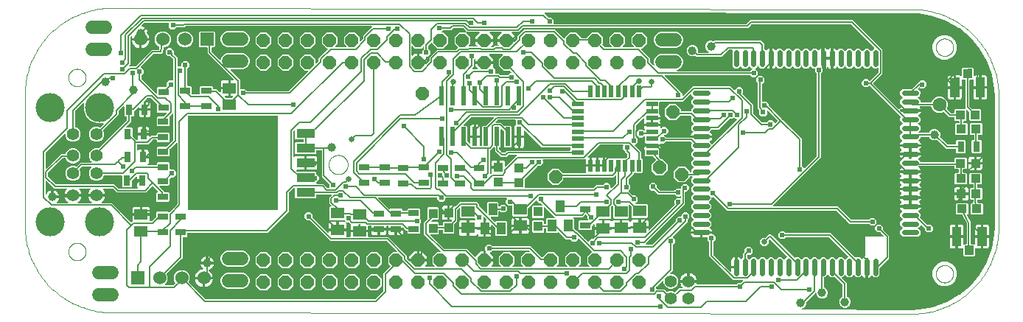
<source format=gbl>
G04 EAGLE Gerber RS-274X export*
G75*
%MOMM*%
%FSLAX34Y34*%
%LPD*%
%INBottom layer*%
%IPPOS*%
%AMOC8*
5,1,8,0,0,1.08239X$1,22.5*%
G01*
%ADD10C,0.100000*%
%ADD11C,0.000000*%
%ADD12R,1.500000X1.300000*%
%ADD13R,10.410000X10.800000*%
%ADD14R,2.159000X1.066800*%
%ADD15C,0.600000*%
%ADD16R,1.530000X1.530000*%
%ADD17C,1.530000*%
%ADD18R,1.200000X0.800000*%
%ADD19P,1.649562X8X202.500000*%
%ADD20C,1.408000*%
%ADD21C,1.422400*%
%ADD22C,3.327400*%
%ADD23C,1.000000*%
%ADD24R,1.000000X1.400000*%
%ADD25R,1.000000X1.100000*%
%ADD26R,1.041400X2.260600*%
%ADD27R,1.041400X1.092200*%
%ADD28R,0.508000X1.358900*%
%ADD29R,1.358900X0.508000*%
%ADD30R,0.558800X2.184400*%
%ADD31R,0.800000X1.200000*%
%ADD32R,1.100000X1.000000*%
%ADD33C,1.600000*%
%ADD34R,1.050000X1.080000*%
%ADD35C,1.524000*%
%ADD36P,1.649562X8X22.500000*%
%ADD37C,0.152400*%
%ADD38C,0.604800*%
%ADD39C,0.654800*%

G36*
X1018718Y2979D02*
X1018718Y2979D01*
X1018739Y2977D01*
X1026996Y3338D01*
X1027027Y3344D01*
X1027095Y3349D01*
X1043358Y6216D01*
X1043388Y6227D01*
X1043486Y6251D01*
X1059004Y11899D01*
X1059032Y11914D01*
X1059125Y11955D01*
X1073426Y20212D01*
X1073450Y20232D01*
X1073535Y20288D01*
X1086185Y30903D01*
X1086206Y30927D01*
X1086279Y30997D01*
X1096894Y43647D01*
X1096910Y43674D01*
X1096970Y43756D01*
X1105227Y58057D01*
X1105238Y58087D01*
X1105283Y58178D01*
X1110931Y73696D01*
X1110937Y73727D01*
X1110966Y73824D01*
X1113833Y90087D01*
X1113834Y90118D01*
X1113844Y90186D01*
X1114205Y98443D01*
X1114203Y98456D01*
X1114205Y98476D01*
X1114205Y248476D01*
X1114203Y248489D01*
X1114205Y248509D01*
X1113844Y256766D01*
X1113838Y256797D01*
X1113833Y256865D01*
X1110966Y273128D01*
X1110955Y273158D01*
X1110931Y273256D01*
X1105283Y288774D01*
X1105268Y288802D01*
X1105227Y288895D01*
X1096970Y303196D01*
X1096950Y303220D01*
X1096894Y303305D01*
X1086279Y315955D01*
X1086255Y315976D01*
X1086185Y316049D01*
X1073535Y326664D01*
X1073508Y326680D01*
X1073426Y326740D01*
X1059125Y334997D01*
X1059095Y335008D01*
X1059004Y335053D01*
X1043486Y340701D01*
X1043458Y340707D01*
X1043431Y340719D01*
X1043405Y340722D01*
X1043358Y340736D01*
X1027095Y343603D01*
X1027064Y343604D01*
X1026996Y343614D01*
X1018739Y343975D01*
X1018726Y343973D01*
X1018706Y343975D01*
X1016556Y343975D01*
X1016524Y343979D01*
X597659Y344674D01*
X597588Y344662D01*
X597516Y344660D01*
X597467Y344643D01*
X597416Y344634D01*
X597353Y344601D01*
X597285Y344576D01*
X597244Y344544D01*
X597199Y344520D01*
X597149Y344467D01*
X597093Y344422D01*
X597065Y344379D01*
X597029Y344342D01*
X596999Y344276D01*
X596960Y344215D01*
X596947Y344165D01*
X596925Y344119D01*
X596917Y344047D01*
X596899Y343977D01*
X596903Y343925D01*
X596898Y343874D01*
X596913Y343804D01*
X596919Y343731D01*
X596939Y343684D01*
X596950Y343634D01*
X596987Y343572D01*
X597015Y343505D01*
X597059Y343450D01*
X597075Y343422D01*
X597094Y343407D01*
X597120Y343374D01*
X601204Y339290D01*
X601278Y339237D01*
X601348Y339177D01*
X601378Y339165D01*
X601404Y339146D01*
X601491Y339119D01*
X601576Y339085D01*
X601617Y339081D01*
X601639Y339074D01*
X601671Y339075D01*
X601742Y339067D01*
X604626Y339067D01*
X607291Y336402D01*
X607291Y332581D01*
X607284Y332571D01*
X607263Y332502D01*
X607232Y332437D01*
X607227Y332385D01*
X607211Y332336D01*
X607213Y332264D01*
X607205Y332193D01*
X607216Y332142D01*
X607218Y332090D01*
X607242Y332022D01*
X607257Y331952D01*
X607284Y331908D01*
X607302Y331859D01*
X607347Y331803D01*
X607384Y331741D01*
X607423Y331707D01*
X607456Y331667D01*
X607516Y331628D01*
X607571Y331581D01*
X607619Y331562D01*
X607663Y331534D01*
X607732Y331516D01*
X607799Y331489D01*
X607870Y331481D01*
X607901Y331473D01*
X607924Y331475D01*
X607965Y331471D01*
X828555Y331471D01*
X828646Y331485D01*
X828736Y331493D01*
X828766Y331505D01*
X828798Y331510D01*
X828879Y331553D01*
X828963Y331589D01*
X828995Y331615D01*
X829016Y331626D01*
X829038Y331649D01*
X829094Y331694D01*
X833443Y336043D01*
X951161Y336043D01*
X985267Y301937D01*
X985267Y274135D01*
X974941Y263809D01*
X974930Y263793D01*
X974914Y263781D01*
X974858Y263693D01*
X974798Y263610D01*
X974792Y263591D01*
X974781Y263574D01*
X974756Y263473D01*
X974725Y263374D01*
X974726Y263355D01*
X974721Y263335D01*
X974729Y263232D01*
X974732Y263129D01*
X974739Y263110D01*
X974740Y263090D01*
X974780Y262995D01*
X974816Y262898D01*
X974829Y262882D01*
X974836Y262864D01*
X974941Y262733D01*
X1003799Y233875D01*
X1003836Y233848D01*
X1003867Y233815D01*
X1003935Y233777D01*
X1003999Y233732D01*
X1004042Y233718D01*
X1004083Y233696D01*
X1004159Y233682D01*
X1004234Y233659D01*
X1004279Y233660D01*
X1004325Y233652D01*
X1004402Y233664D01*
X1004479Y233666D01*
X1004523Y233681D01*
X1004568Y233688D01*
X1004637Y233723D01*
X1004710Y233750D01*
X1004746Y233779D01*
X1004787Y233800D01*
X1004842Y233855D01*
X1004903Y233904D01*
X1004927Y233942D01*
X1004959Y233975D01*
X1005025Y234095D01*
X1005036Y234111D01*
X1005037Y234116D01*
X1005040Y234122D01*
X1005290Y234725D01*
X1005896Y235632D01*
X1006668Y236404D01*
X1007593Y237022D01*
X1007662Y237086D01*
X1007735Y237145D01*
X1007751Y237170D01*
X1007773Y237190D01*
X1007817Y237272D01*
X1007868Y237352D01*
X1007875Y237380D01*
X1007889Y237406D01*
X1007905Y237499D01*
X1007928Y237590D01*
X1007926Y237620D01*
X1007931Y237648D01*
X1007917Y237742D01*
X1007909Y237836D01*
X1007898Y237863D01*
X1007893Y237891D01*
X1007850Y237975D01*
X1007813Y238062D01*
X1007790Y238091D01*
X1007780Y238110D01*
X1007756Y238133D01*
X1007708Y238193D01*
X1005675Y240226D01*
X1005675Y243974D01*
X1008263Y246562D01*
X1008274Y246578D01*
X1008290Y246590D01*
X1008346Y246678D01*
X1008406Y246761D01*
X1008412Y246780D01*
X1008423Y246797D01*
X1008448Y246898D01*
X1008479Y246997D01*
X1008478Y247016D01*
X1008483Y247036D01*
X1008475Y247139D01*
X1008472Y247242D01*
X1008465Y247261D01*
X1008464Y247281D01*
X1008424Y247376D01*
X1008388Y247473D01*
X1008375Y247489D01*
X1008368Y247507D01*
X1008263Y247638D01*
X1005675Y250226D01*
X1005675Y253974D01*
X1008326Y256625D01*
X1018123Y256625D01*
X1018214Y256639D01*
X1018304Y256647D01*
X1018334Y256659D01*
X1018366Y256664D01*
X1018447Y256707D01*
X1018531Y256743D01*
X1018563Y256769D01*
X1018584Y256780D01*
X1018606Y256803D01*
X1018662Y256848D01*
X1026229Y264415D01*
X1026525Y264415D01*
X1026615Y264429D01*
X1026706Y264437D01*
X1026735Y264449D01*
X1026767Y264454D01*
X1026848Y264497D01*
X1026932Y264533D01*
X1026964Y264559D01*
X1026985Y264570D01*
X1027007Y264593D01*
X1027063Y264638D01*
X1029102Y266677D01*
X1032870Y266677D01*
X1035535Y264012D01*
X1035535Y260244D01*
X1032870Y257579D01*
X1029102Y257579D01*
X1028020Y258661D01*
X1028004Y258673D01*
X1027991Y258689D01*
X1027904Y258745D01*
X1027820Y258805D01*
X1027801Y258811D01*
X1027784Y258822D01*
X1027684Y258847D01*
X1027585Y258877D01*
X1027565Y258877D01*
X1027546Y258882D01*
X1027443Y258874D01*
X1027339Y258871D01*
X1027320Y258864D01*
X1027301Y258862D01*
X1027206Y258822D01*
X1027108Y258786D01*
X1027092Y258774D01*
X1027074Y258766D01*
X1026943Y258661D01*
X1026029Y257747D01*
X1026017Y257731D01*
X1026002Y257718D01*
X1025971Y257670D01*
X1025963Y257662D01*
X1025957Y257649D01*
X1025945Y257631D01*
X1025885Y257547D01*
X1025879Y257528D01*
X1025869Y257511D01*
X1025843Y257411D01*
X1025813Y257312D01*
X1025813Y257292D01*
X1025808Y257273D01*
X1025816Y257170D01*
X1025819Y257066D01*
X1025826Y257047D01*
X1025828Y257028D01*
X1025868Y256933D01*
X1025904Y256835D01*
X1025916Y256819D01*
X1025924Y256801D01*
X1026029Y256670D01*
X1028725Y253974D01*
X1028725Y250226D01*
X1026137Y247638D01*
X1026126Y247622D01*
X1026110Y247610D01*
X1026054Y247522D01*
X1025994Y247439D01*
X1025988Y247420D01*
X1025977Y247403D01*
X1025952Y247302D01*
X1025921Y247203D01*
X1025922Y247184D01*
X1025917Y247164D01*
X1025925Y247061D01*
X1025928Y246958D01*
X1025935Y246939D01*
X1025936Y246919D01*
X1025976Y246824D01*
X1026012Y246727D01*
X1026025Y246711D01*
X1026032Y246693D01*
X1026137Y246562D01*
X1028725Y243974D01*
X1028725Y242316D01*
X1028728Y242296D01*
X1028726Y242277D01*
X1028748Y242175D01*
X1028764Y242073D01*
X1028774Y242056D01*
X1028778Y242036D01*
X1028831Y241947D01*
X1028880Y241856D01*
X1028894Y241842D01*
X1028904Y241825D01*
X1028983Y241758D01*
X1029058Y241686D01*
X1029076Y241678D01*
X1029091Y241665D01*
X1029187Y241626D01*
X1029281Y241583D01*
X1029301Y241581D01*
X1029319Y241573D01*
X1029486Y241555D01*
X1040970Y241555D01*
X1041084Y241574D01*
X1041201Y241591D01*
X1041206Y241593D01*
X1041212Y241594D01*
X1041315Y241649D01*
X1041420Y241702D01*
X1041424Y241707D01*
X1041430Y241710D01*
X1041510Y241794D01*
X1041592Y241878D01*
X1041596Y241884D01*
X1041599Y241888D01*
X1041607Y241905D01*
X1041673Y242025D01*
X1042595Y244251D01*
X1045275Y246931D01*
X1048775Y248381D01*
X1052565Y248381D01*
X1056065Y246931D01*
X1058745Y244251D01*
X1060195Y240751D01*
X1060195Y236961D01*
X1059102Y234323D01*
X1059075Y234209D01*
X1059047Y234096D01*
X1059047Y234089D01*
X1059046Y234083D01*
X1059057Y233967D01*
X1059066Y233850D01*
X1059068Y233845D01*
X1059069Y233838D01*
X1059117Y233731D01*
X1059162Y233624D01*
X1059167Y233618D01*
X1059169Y233614D01*
X1059181Y233600D01*
X1059267Y233493D01*
X1063428Y229332D01*
X1063502Y229279D01*
X1063572Y229219D01*
X1063602Y229207D01*
X1063628Y229188D01*
X1063715Y229161D01*
X1063800Y229127D01*
X1063841Y229123D01*
X1063863Y229116D01*
X1063895Y229117D01*
X1063967Y229109D01*
X1067024Y229109D01*
X1067044Y229112D01*
X1067063Y229110D01*
X1067165Y229132D01*
X1067267Y229148D01*
X1067284Y229158D01*
X1067304Y229162D01*
X1067393Y229215D01*
X1067484Y229264D01*
X1067498Y229278D01*
X1067515Y229288D01*
X1067582Y229367D01*
X1067654Y229442D01*
X1067662Y229460D01*
X1067675Y229475D01*
X1067714Y229571D01*
X1067757Y229665D01*
X1067759Y229685D01*
X1067767Y229703D01*
X1067785Y229870D01*
X1067785Y232854D01*
X1068678Y233747D01*
X1080064Y233747D01*
X1080134Y233758D01*
X1080206Y233760D01*
X1080255Y233778D01*
X1080306Y233786D01*
X1080370Y233820D01*
X1080437Y233845D01*
X1080478Y233877D01*
X1080524Y233902D01*
X1080573Y233953D01*
X1080629Y233998D01*
X1080657Y234042D01*
X1080693Y234080D01*
X1080723Y234145D01*
X1080762Y234205D01*
X1080775Y234256D01*
X1080797Y234303D01*
X1080805Y234374D01*
X1080822Y234444D01*
X1080818Y234496D01*
X1080824Y234547D01*
X1080809Y234618D01*
X1080803Y234689D01*
X1080783Y234737D01*
X1080772Y234788D01*
X1080735Y234849D01*
X1080707Y234915D01*
X1080662Y234971D01*
X1080645Y234999D01*
X1080628Y235014D01*
X1080602Y235046D01*
X1080515Y235133D01*
X1080515Y266775D01*
X1080512Y266795D01*
X1080514Y266817D01*
X1080492Y266916D01*
X1080476Y267017D01*
X1080466Y267036D01*
X1080461Y267057D01*
X1080408Y267144D01*
X1080360Y267235D01*
X1080345Y267249D01*
X1080334Y267268D01*
X1080256Y267334D01*
X1080182Y267404D01*
X1080163Y267413D01*
X1080147Y267427D01*
X1080052Y267465D01*
X1079959Y267508D01*
X1079938Y267510D01*
X1079918Y267518D01*
X1079751Y267536D01*
X1077064Y267526D01*
X1077034Y267540D01*
X1076982Y267546D01*
X1076932Y267561D01*
X1076860Y267559D01*
X1076789Y267567D01*
X1076738Y267555D01*
X1076686Y267554D01*
X1076619Y267529D01*
X1076549Y267514D01*
X1076504Y267487D01*
X1076456Y267469D01*
X1076400Y267424D01*
X1076338Y267387D01*
X1076305Y267347D01*
X1076264Y267314D01*
X1076225Y267254D01*
X1076179Y267199D01*
X1076160Y267151D01*
X1076132Y267107D01*
X1076114Y267037D01*
X1076088Y266971D01*
X1076080Y266900D01*
X1076072Y266868D01*
X1076074Y266845D01*
X1076070Y266804D01*
X1076093Y260072D01*
X1069869Y260050D01*
X1069826Y272371D01*
X1073844Y272385D01*
X1074491Y272214D01*
X1075136Y271844D01*
X1075225Y271811D01*
X1075312Y271771D01*
X1075340Y271768D01*
X1075366Y271758D01*
X1075462Y271755D01*
X1075557Y271745D01*
X1075584Y271751D01*
X1075612Y271750D01*
X1075704Y271777D01*
X1075797Y271798D01*
X1075821Y271812D01*
X1075848Y271821D01*
X1075926Y271876D01*
X1076007Y271925D01*
X1076026Y271946D01*
X1076049Y271963D01*
X1076105Y272039D01*
X1076167Y272112D01*
X1076177Y272139D01*
X1076194Y272161D01*
X1076222Y272252D01*
X1076258Y272341D01*
X1076262Y272376D01*
X1076268Y272396D01*
X1076267Y272429D01*
X1076276Y272508D01*
X1076247Y280602D01*
X1077137Y281498D01*
X1088814Y281539D01*
X1089711Y280649D01*
X1089739Y272555D01*
X1089755Y272461D01*
X1089763Y272366D01*
X1089775Y272340D01*
X1089780Y272312D01*
X1089824Y272228D01*
X1089863Y272141D01*
X1089882Y272120D01*
X1089895Y272095D01*
X1089965Y272029D01*
X1090029Y271959D01*
X1090054Y271946D01*
X1090074Y271926D01*
X1090161Y271886D01*
X1090244Y271840D01*
X1090272Y271835D01*
X1090298Y271823D01*
X1090393Y271813D01*
X1090486Y271796D01*
X1090514Y271800D01*
X1090542Y271797D01*
X1090635Y271818D01*
X1090730Y271831D01*
X1090762Y271846D01*
X1090782Y271850D01*
X1090811Y271867D01*
X1090883Y271899D01*
X1091526Y272273D01*
X1092171Y272449D01*
X1096189Y272463D01*
X1096232Y260142D01*
X1090008Y260120D01*
X1089984Y266852D01*
X1089973Y266923D01*
X1089970Y266995D01*
X1089952Y267044D01*
X1089944Y267095D01*
X1089910Y267158D01*
X1089885Y267226D01*
X1089853Y267266D01*
X1089828Y267312D01*
X1089776Y267361D01*
X1089731Y267417D01*
X1089687Y267445D01*
X1089649Y267481D01*
X1089584Y267511D01*
X1089523Y267549D01*
X1089473Y267562D01*
X1089426Y267584D01*
X1089354Y267591D01*
X1089285Y267609D01*
X1089233Y267604D01*
X1089181Y267610D01*
X1089111Y267594D01*
X1089039Y267589D01*
X1088992Y267568D01*
X1085847Y267557D01*
X1085829Y267554D01*
X1085811Y267556D01*
X1085708Y267534D01*
X1085605Y267516D01*
X1085588Y267508D01*
X1085570Y267504D01*
X1085480Y267450D01*
X1085388Y267401D01*
X1085375Y267387D01*
X1085359Y267378D01*
X1085291Y267298D01*
X1085219Y267222D01*
X1085211Y267205D01*
X1085199Y267191D01*
X1085160Y267093D01*
X1085116Y266998D01*
X1085114Y266980D01*
X1085107Y266963D01*
X1085089Y266796D01*
X1085089Y237343D01*
X1085103Y237252D01*
X1085111Y237162D01*
X1085123Y237132D01*
X1085128Y237100D01*
X1085171Y237019D01*
X1085207Y236935D01*
X1085233Y236903D01*
X1085244Y236882D01*
X1085267Y236860D01*
X1085312Y236804D01*
X1088146Y233970D01*
X1088220Y233917D01*
X1088290Y233857D01*
X1088320Y233845D01*
X1088346Y233826D01*
X1088433Y233799D01*
X1088518Y233765D01*
X1088559Y233761D01*
X1088581Y233754D01*
X1088613Y233755D01*
X1088685Y233747D01*
X1097942Y233747D01*
X1098835Y232854D01*
X1098835Y220790D01*
X1097942Y219897D01*
X1086178Y219897D01*
X1085285Y220790D01*
X1085285Y230047D01*
X1085271Y230138D01*
X1085263Y230228D01*
X1085251Y230258D01*
X1085246Y230290D01*
X1085203Y230371D01*
X1085167Y230455D01*
X1085141Y230487D01*
X1085130Y230508D01*
X1085107Y230530D01*
X1085062Y230586D01*
X1082634Y233014D01*
X1082576Y233056D01*
X1082524Y233105D01*
X1082477Y233127D01*
X1082435Y233157D01*
X1082366Y233178D01*
X1082301Y233209D01*
X1082249Y233214D01*
X1082199Y233230D01*
X1082128Y233228D01*
X1082057Y233236D01*
X1082006Y233225D01*
X1081954Y233223D01*
X1081886Y233199D01*
X1081816Y233184D01*
X1081771Y233157D01*
X1081723Y233139D01*
X1081667Y233094D01*
X1081605Y233057D01*
X1081571Y233018D01*
X1081531Y232985D01*
X1081492Y232925D01*
X1081445Y232870D01*
X1081426Y232822D01*
X1081398Y232778D01*
X1081380Y232709D01*
X1081353Y232642D01*
X1081345Y232571D01*
X1081337Y232540D01*
X1081339Y232516D01*
X1081335Y232476D01*
X1081335Y220790D01*
X1080442Y219897D01*
X1078874Y219897D01*
X1078854Y219894D01*
X1078835Y219896D01*
X1078733Y219874D01*
X1078631Y219858D01*
X1078614Y219848D01*
X1078594Y219844D01*
X1078505Y219791D01*
X1078414Y219742D01*
X1078400Y219728D01*
X1078383Y219718D01*
X1078316Y219639D01*
X1078244Y219564D01*
X1078236Y219546D01*
X1078223Y219531D01*
X1078184Y219435D01*
X1078141Y219341D01*
X1078139Y219321D01*
X1078131Y219303D01*
X1078113Y219136D01*
X1078113Y218106D01*
X1078116Y218086D01*
X1078114Y218067D01*
X1078136Y217965D01*
X1078152Y217863D01*
X1078162Y217846D01*
X1078166Y217826D01*
X1078219Y217737D01*
X1078268Y217646D01*
X1078282Y217632D01*
X1078292Y217615D01*
X1078371Y217548D01*
X1078446Y217476D01*
X1078464Y217468D01*
X1078479Y217455D01*
X1078575Y217416D01*
X1078669Y217373D01*
X1078689Y217371D01*
X1078707Y217363D01*
X1078874Y217345D01*
X1081958Y217345D01*
X1082851Y216452D01*
X1082851Y205188D01*
X1081958Y204295D01*
X1069694Y204295D01*
X1068801Y205188D01*
X1068801Y216452D01*
X1069694Y217345D01*
X1072778Y217345D01*
X1072798Y217348D01*
X1072817Y217346D01*
X1072919Y217368D01*
X1073021Y217384D01*
X1073038Y217394D01*
X1073058Y217398D01*
X1073147Y217451D01*
X1073238Y217500D01*
X1073252Y217514D01*
X1073269Y217524D01*
X1073336Y217603D01*
X1073408Y217678D01*
X1073416Y217696D01*
X1073429Y217711D01*
X1073468Y217807D01*
X1073511Y217901D01*
X1073513Y217921D01*
X1073521Y217939D01*
X1073539Y218106D01*
X1073539Y219136D01*
X1073536Y219156D01*
X1073538Y219175D01*
X1073516Y219277D01*
X1073500Y219379D01*
X1073490Y219396D01*
X1073486Y219416D01*
X1073433Y219505D01*
X1073384Y219596D01*
X1073370Y219610D01*
X1073360Y219627D01*
X1073281Y219694D01*
X1073206Y219766D01*
X1073188Y219774D01*
X1073173Y219787D01*
X1073077Y219826D01*
X1072983Y219869D01*
X1072963Y219871D01*
X1072945Y219879D01*
X1072778Y219897D01*
X1068678Y219897D01*
X1067785Y220790D01*
X1067785Y223774D01*
X1067782Y223794D01*
X1067784Y223813D01*
X1067762Y223915D01*
X1067746Y224017D01*
X1067736Y224034D01*
X1067732Y224054D01*
X1067679Y224143D01*
X1067630Y224234D01*
X1067616Y224248D01*
X1067606Y224265D01*
X1067527Y224332D01*
X1067452Y224404D01*
X1067434Y224412D01*
X1067419Y224425D01*
X1067323Y224464D01*
X1067229Y224507D01*
X1067209Y224509D01*
X1067191Y224517D01*
X1067024Y224535D01*
X1061757Y224535D01*
X1060194Y226098D01*
X1056033Y230259D01*
X1055938Y230327D01*
X1055844Y230397D01*
X1055838Y230399D01*
X1055833Y230403D01*
X1055722Y230437D01*
X1055610Y230473D01*
X1055604Y230473D01*
X1055598Y230475D01*
X1055481Y230472D01*
X1055364Y230471D01*
X1055357Y230469D01*
X1055352Y230469D01*
X1055335Y230462D01*
X1055203Y230424D01*
X1052565Y229331D01*
X1048775Y229331D01*
X1045275Y230781D01*
X1042595Y233461D01*
X1041332Y236511D01*
X1041270Y236611D01*
X1041210Y236711D01*
X1041205Y236715D01*
X1041202Y236720D01*
X1041112Y236795D01*
X1041023Y236871D01*
X1041017Y236873D01*
X1041013Y236877D01*
X1040904Y236919D01*
X1040795Y236963D01*
X1040788Y236964D01*
X1040783Y236965D01*
X1040765Y236966D01*
X1040628Y236981D01*
X1028992Y236981D01*
X1028921Y236970D01*
X1028850Y236968D01*
X1028801Y236950D01*
X1028750Y236942D01*
X1028686Y236908D01*
X1028619Y236883D01*
X1028578Y236851D01*
X1028532Y236826D01*
X1028483Y236774D01*
X1028427Y236730D01*
X1028399Y236686D01*
X1028363Y236648D01*
X1028333Y236583D01*
X1028294Y236523D01*
X1028281Y236472D01*
X1028259Y236425D01*
X1028251Y236354D01*
X1028234Y236284D01*
X1028238Y236232D01*
X1028232Y236181D01*
X1028247Y236110D01*
X1028253Y236039D01*
X1028273Y235991D01*
X1028284Y235940D01*
X1028321Y235879D01*
X1028349Y235813D01*
X1028394Y235757D01*
X1028411Y235729D01*
X1028428Y235714D01*
X1028454Y235682D01*
X1028504Y235632D01*
X1029110Y234725D01*
X1029528Y233716D01*
X1029551Y233599D01*
X1017938Y233599D01*
X1017919Y233596D01*
X1017899Y233598D01*
X1017797Y233576D01*
X1017695Y233560D01*
X1017678Y233550D01*
X1017658Y233546D01*
X1017569Y233493D01*
X1017478Y233444D01*
X1017464Y233430D01*
X1017447Y233420D01*
X1017380Y233341D01*
X1017309Y233266D01*
X1017300Y233248D01*
X1017287Y233233D01*
X1017249Y233137D01*
X1017205Y233043D01*
X1017203Y233023D01*
X1017196Y233005D01*
X1017183Y233081D01*
X1017174Y233098D01*
X1017170Y233118D01*
X1017117Y233207D01*
X1017068Y233298D01*
X1017054Y233312D01*
X1017044Y233329D01*
X1016965Y233396D01*
X1016890Y233468D01*
X1016872Y233476D01*
X1016857Y233489D01*
X1016760Y233528D01*
X1016667Y233571D01*
X1016647Y233573D01*
X1016629Y233581D01*
X1016462Y233599D01*
X1005912Y233599D01*
X1005842Y233588D01*
X1005770Y233586D01*
X1005721Y233568D01*
X1005670Y233560D01*
X1005606Y233526D01*
X1005539Y233501D01*
X1005498Y233469D01*
X1005452Y233444D01*
X1005403Y233393D01*
X1005347Y233348D01*
X1005319Y233304D01*
X1005283Y233266D01*
X1005253Y233201D01*
X1005214Y233141D01*
X1005201Y233090D01*
X1005179Y233043D01*
X1005171Y232972D01*
X1005154Y232902D01*
X1005158Y232850D01*
X1005152Y232799D01*
X1005167Y232728D01*
X1005173Y232657D01*
X1005193Y232609D01*
X1005204Y232558D01*
X1005241Y232497D01*
X1005269Y232431D01*
X1005314Y232375D01*
X1005331Y232347D01*
X1005348Y232332D01*
X1005374Y232300D01*
X1006850Y230824D01*
X1006924Y230771D01*
X1006994Y230711D01*
X1007024Y230699D01*
X1007050Y230680D01*
X1007137Y230653D01*
X1007222Y230619D01*
X1007263Y230615D01*
X1007285Y230608D01*
X1007317Y230609D01*
X1007389Y230601D01*
X1016462Y230601D01*
X1016481Y230604D01*
X1016501Y230602D01*
X1016603Y230624D01*
X1016705Y230640D01*
X1016722Y230650D01*
X1016742Y230654D01*
X1016831Y230707D01*
X1016922Y230756D01*
X1016936Y230770D01*
X1016953Y230780D01*
X1017020Y230859D01*
X1017091Y230934D01*
X1017100Y230952D01*
X1017113Y230967D01*
X1017151Y231063D01*
X1017195Y231157D01*
X1017197Y231177D01*
X1017204Y231195D01*
X1017217Y231119D01*
X1017226Y231102D01*
X1017230Y231082D01*
X1017283Y230993D01*
X1017332Y230902D01*
X1017346Y230888D01*
X1017356Y230871D01*
X1017435Y230804D01*
X1017510Y230732D01*
X1017528Y230724D01*
X1017543Y230711D01*
X1017640Y230672D01*
X1017733Y230629D01*
X1017753Y230627D01*
X1017771Y230619D01*
X1017938Y230601D01*
X1029551Y230601D01*
X1029528Y230484D01*
X1029110Y229475D01*
X1028504Y228568D01*
X1027732Y227796D01*
X1026807Y227178D01*
X1026738Y227114D01*
X1026665Y227055D01*
X1026649Y227030D01*
X1026627Y227010D01*
X1026583Y226928D01*
X1026532Y226848D01*
X1026525Y226820D01*
X1026511Y226794D01*
X1026495Y226701D01*
X1026472Y226610D01*
X1026474Y226580D01*
X1026469Y226552D01*
X1026483Y226458D01*
X1026491Y226364D01*
X1026502Y226337D01*
X1026507Y226309D01*
X1026550Y226225D01*
X1026587Y226138D01*
X1026610Y226109D01*
X1026620Y226090D01*
X1026644Y226067D01*
X1026692Y226007D01*
X1028725Y223974D01*
X1028725Y220226D01*
X1026137Y217638D01*
X1026126Y217622D01*
X1026110Y217610D01*
X1026054Y217522D01*
X1025994Y217439D01*
X1025988Y217420D01*
X1025977Y217403D01*
X1025952Y217302D01*
X1025921Y217203D01*
X1025922Y217184D01*
X1025917Y217164D01*
X1025925Y217061D01*
X1025928Y216958D01*
X1025935Y216939D01*
X1025936Y216919D01*
X1025976Y216824D01*
X1026012Y216727D01*
X1026025Y216711D01*
X1026032Y216693D01*
X1026137Y216562D01*
X1028725Y213974D01*
X1028725Y210226D01*
X1026301Y207802D01*
X1026259Y207744D01*
X1026210Y207692D01*
X1026188Y207645D01*
X1026158Y207603D01*
X1026137Y207534D01*
X1026106Y207469D01*
X1026101Y207417D01*
X1026085Y207367D01*
X1026087Y207296D01*
X1026079Y207225D01*
X1026090Y207174D01*
X1026092Y207122D01*
X1026116Y207054D01*
X1026132Y206984D01*
X1026158Y206939D01*
X1026176Y206891D01*
X1026221Y206835D01*
X1026258Y206773D01*
X1026297Y206739D01*
X1026330Y206699D01*
X1026390Y206660D01*
X1026445Y206613D01*
X1026493Y206594D01*
X1026537Y206566D01*
X1026606Y206548D01*
X1026673Y206521D01*
X1026744Y206513D01*
X1026775Y206505D01*
X1026799Y206507D01*
X1026839Y206503D01*
X1038227Y206503D01*
X1038342Y206522D01*
X1038458Y206539D01*
X1038464Y206541D01*
X1038470Y206542D01*
X1038572Y206597D01*
X1038677Y206650D01*
X1038682Y206655D01*
X1038687Y206658D01*
X1038767Y206742D01*
X1038849Y206826D01*
X1038853Y206832D01*
X1038857Y206836D01*
X1038864Y206853D01*
X1038930Y206973D01*
X1039425Y208166D01*
X1041260Y210001D01*
X1043658Y210995D01*
X1046254Y210995D01*
X1048652Y210001D01*
X1050487Y208166D01*
X1051481Y205768D01*
X1051481Y203172D01*
X1051166Y202412D01*
X1051139Y202299D01*
X1051111Y202185D01*
X1051111Y202179D01*
X1051110Y202173D01*
X1051121Y202056D01*
X1051130Y201940D01*
X1051132Y201934D01*
X1051133Y201928D01*
X1051181Y201821D01*
X1051226Y201714D01*
X1051231Y201708D01*
X1051233Y201703D01*
X1051246Y201690D01*
X1051331Y201583D01*
X1059904Y193010D01*
X1059978Y192957D01*
X1060048Y192897D01*
X1060078Y192885D01*
X1060104Y192866D01*
X1060191Y192839D01*
X1060276Y192805D01*
X1060317Y192801D01*
X1060339Y192794D01*
X1060371Y192795D01*
X1060443Y192787D01*
X1069040Y192787D01*
X1069060Y192790D01*
X1069079Y192788D01*
X1069181Y192810D01*
X1069283Y192826D01*
X1069300Y192836D01*
X1069320Y192840D01*
X1069409Y192893D01*
X1069500Y192942D01*
X1069514Y192956D01*
X1069531Y192966D01*
X1069598Y193045D01*
X1069670Y193120D01*
X1069678Y193138D01*
X1069691Y193153D01*
X1069730Y193249D01*
X1069773Y193343D01*
X1069775Y193363D01*
X1069783Y193381D01*
X1069801Y193548D01*
X1069801Y197132D01*
X1070694Y198025D01*
X1079958Y198025D01*
X1080851Y197132D01*
X1080851Y183868D01*
X1079958Y182975D01*
X1070694Y182975D01*
X1069801Y183868D01*
X1069801Y187452D01*
X1069798Y187472D01*
X1069800Y187491D01*
X1069778Y187593D01*
X1069762Y187695D01*
X1069752Y187712D01*
X1069748Y187732D01*
X1069695Y187821D01*
X1069646Y187912D01*
X1069632Y187926D01*
X1069622Y187943D01*
X1069543Y188010D01*
X1069468Y188082D01*
X1069450Y188090D01*
X1069435Y188103D01*
X1069339Y188142D01*
X1069245Y188185D01*
X1069225Y188187D01*
X1069207Y188195D01*
X1069040Y188213D01*
X1058233Y188213D01*
X1048202Y198244D01*
X1048107Y198312D01*
X1048014Y198382D01*
X1048008Y198384D01*
X1048003Y198387D01*
X1047891Y198422D01*
X1047780Y198458D01*
X1047774Y198458D01*
X1047768Y198460D01*
X1047651Y198457D01*
X1047534Y198455D01*
X1047527Y198453D01*
X1047522Y198453D01*
X1047504Y198447D01*
X1047373Y198409D01*
X1046254Y197945D01*
X1043658Y197945D01*
X1041260Y198939D01*
X1039425Y200774D01*
X1039141Y201459D01*
X1039079Y201559D01*
X1039019Y201659D01*
X1039014Y201663D01*
X1039011Y201668D01*
X1038921Y201743D01*
X1038832Y201819D01*
X1038826Y201821D01*
X1038822Y201825D01*
X1038713Y201867D01*
X1038604Y201911D01*
X1038597Y201912D01*
X1038592Y201913D01*
X1038574Y201914D01*
X1038437Y201929D01*
X1029486Y201929D01*
X1029466Y201926D01*
X1029447Y201928D01*
X1029345Y201906D01*
X1029243Y201890D01*
X1029226Y201880D01*
X1029206Y201876D01*
X1029117Y201823D01*
X1029026Y201774D01*
X1029012Y201760D01*
X1028995Y201750D01*
X1028928Y201671D01*
X1028856Y201596D01*
X1028848Y201578D01*
X1028835Y201563D01*
X1028796Y201467D01*
X1028753Y201373D01*
X1028751Y201353D01*
X1028743Y201335D01*
X1028725Y201168D01*
X1028725Y200226D01*
X1026692Y198193D01*
X1026637Y198116D01*
X1026576Y198044D01*
X1026565Y198017D01*
X1026548Y197993D01*
X1026521Y197903D01*
X1026486Y197815D01*
X1026485Y197786D01*
X1026476Y197758D01*
X1026478Y197664D01*
X1026474Y197570D01*
X1026482Y197541D01*
X1026482Y197512D01*
X1026515Y197424D01*
X1026540Y197333D01*
X1026557Y197309D01*
X1026567Y197281D01*
X1026626Y197208D01*
X1026679Y197130D01*
X1026707Y197106D01*
X1026720Y197089D01*
X1026748Y197071D01*
X1026807Y197022D01*
X1027732Y196404D01*
X1028504Y195632D01*
X1029110Y194725D01*
X1029528Y193716D01*
X1029551Y193599D01*
X1017938Y193599D01*
X1017919Y193596D01*
X1017899Y193598D01*
X1017797Y193576D01*
X1017695Y193560D01*
X1017678Y193550D01*
X1017658Y193546D01*
X1017569Y193493D01*
X1017478Y193444D01*
X1017464Y193430D01*
X1017447Y193420D01*
X1017380Y193341D01*
X1017309Y193266D01*
X1017300Y193248D01*
X1017287Y193233D01*
X1017249Y193137D01*
X1017205Y193043D01*
X1017203Y193023D01*
X1017196Y193005D01*
X1017183Y193081D01*
X1017174Y193098D01*
X1017170Y193118D01*
X1017117Y193207D01*
X1017068Y193298D01*
X1017054Y193312D01*
X1017044Y193329D01*
X1016965Y193396D01*
X1016890Y193468D01*
X1016872Y193476D01*
X1016857Y193489D01*
X1016760Y193528D01*
X1016667Y193571D01*
X1016647Y193573D01*
X1016629Y193581D01*
X1016462Y193599D01*
X1004849Y193599D01*
X1004872Y193716D01*
X1005290Y194725D01*
X1005896Y195632D01*
X1006668Y196404D01*
X1007593Y197022D01*
X1007662Y197086D01*
X1007735Y197145D01*
X1007751Y197170D01*
X1007773Y197190D01*
X1007817Y197272D01*
X1007868Y197352D01*
X1007875Y197380D01*
X1007889Y197406D01*
X1007905Y197499D01*
X1007928Y197590D01*
X1007926Y197620D01*
X1007931Y197648D01*
X1007917Y197742D01*
X1007909Y197836D01*
X1007898Y197863D01*
X1007893Y197891D01*
X1007850Y197975D01*
X1007813Y198062D01*
X1007790Y198091D01*
X1007780Y198110D01*
X1007756Y198133D01*
X1007708Y198193D01*
X1005675Y200226D01*
X1005675Y203974D01*
X1008263Y206562D01*
X1008274Y206578D01*
X1008290Y206590D01*
X1008346Y206678D01*
X1008406Y206761D01*
X1008412Y206780D01*
X1008423Y206797D01*
X1008448Y206898D01*
X1008479Y206997D01*
X1008478Y207016D01*
X1008483Y207036D01*
X1008475Y207139D01*
X1008472Y207242D01*
X1008465Y207261D01*
X1008464Y207281D01*
X1008424Y207376D01*
X1008388Y207473D01*
X1008375Y207489D01*
X1008368Y207507D01*
X1008263Y207638D01*
X1005675Y210226D01*
X1005675Y213974D01*
X1008263Y216562D01*
X1008274Y216578D01*
X1008290Y216590D01*
X1008346Y216678D01*
X1008406Y216761D01*
X1008412Y216780D01*
X1008423Y216797D01*
X1008448Y216898D01*
X1008479Y216997D01*
X1008478Y217016D01*
X1008483Y217036D01*
X1008475Y217139D01*
X1008472Y217242D01*
X1008465Y217261D01*
X1008464Y217281D01*
X1008424Y217376D01*
X1008388Y217473D01*
X1008375Y217489D01*
X1008368Y217507D01*
X1008263Y217638D01*
X1005675Y220226D01*
X1005675Y223974D01*
X1005915Y224214D01*
X1005927Y224230D01*
X1005942Y224243D01*
X1005998Y224330D01*
X1006059Y224414D01*
X1006065Y224433D01*
X1006075Y224450D01*
X1006101Y224550D01*
X1006131Y224649D01*
X1006131Y224669D01*
X1006136Y224688D01*
X1006128Y224791D01*
X1006125Y224895D01*
X1006118Y224914D01*
X1006116Y224934D01*
X1006076Y225028D01*
X1006040Y225126D01*
X1006028Y225142D01*
X1006020Y225160D01*
X1005915Y225291D01*
X970640Y260566D01*
X970624Y260578D01*
X970611Y260594D01*
X970524Y260650D01*
X970440Y260710D01*
X970421Y260716D01*
X970404Y260727D01*
X970304Y260752D01*
X970205Y260782D01*
X970185Y260782D01*
X970166Y260787D01*
X970063Y260779D01*
X969959Y260776D01*
X969940Y260769D01*
X969920Y260767D01*
X969826Y260727D01*
X969728Y260691D01*
X969712Y260679D01*
X969694Y260671D01*
X969563Y260566D01*
X968100Y259103D01*
X964332Y259103D01*
X961667Y261768D01*
X961667Y265536D01*
X964332Y268201D01*
X968100Y268201D01*
X969944Y266357D01*
X969960Y266345D01*
X969973Y266329D01*
X970060Y266273D01*
X970144Y266213D01*
X970163Y266207D01*
X970180Y266196D01*
X970280Y266171D01*
X970379Y266141D01*
X970399Y266141D01*
X970418Y266136D01*
X970521Y266144D01*
X970625Y266147D01*
X970644Y266154D01*
X970663Y266156D01*
X970758Y266196D01*
X970856Y266232D01*
X970872Y266244D01*
X970890Y266252D01*
X971021Y266357D01*
X980470Y275806D01*
X980523Y275880D01*
X980583Y275950D01*
X980595Y275980D01*
X980614Y276006D01*
X980641Y276093D01*
X980675Y276178D01*
X980679Y276219D01*
X980686Y276241D01*
X980685Y276273D01*
X980693Y276345D01*
X980693Y280357D01*
X980682Y280427D01*
X980680Y280499D01*
X980662Y280548D01*
X980654Y280599D01*
X980620Y280663D01*
X980595Y280730D01*
X980563Y280771D01*
X980538Y280817D01*
X980486Y280866D01*
X980442Y280922D01*
X980398Y280950D01*
X980360Y280986D01*
X980295Y281016D01*
X980235Y281055D01*
X980184Y281068D01*
X980137Y281090D01*
X980066Y281098D01*
X979996Y281115D01*
X979944Y281111D01*
X979893Y281117D01*
X979822Y281101D01*
X979751Y281096D01*
X979703Y281076D01*
X979652Y281064D01*
X979591Y281028D01*
X979525Y281000D01*
X979469Y280955D01*
X979441Y280938D01*
X979426Y280921D01*
X979394Y280895D01*
X979074Y280575D01*
X975326Y280575D01*
X972738Y283163D01*
X972722Y283174D01*
X972710Y283190D01*
X972622Y283246D01*
X972539Y283306D01*
X972520Y283312D01*
X972503Y283323D01*
X972402Y283348D01*
X972303Y283379D01*
X972284Y283378D01*
X972264Y283383D01*
X972161Y283375D01*
X972058Y283372D01*
X972039Y283365D01*
X972019Y283364D01*
X971924Y283324D01*
X971827Y283288D01*
X971811Y283275D01*
X971793Y283268D01*
X971662Y283163D01*
X969074Y280575D01*
X965326Y280575D01*
X962738Y283163D01*
X962722Y283174D01*
X962710Y283190D01*
X962622Y283246D01*
X962539Y283306D01*
X962520Y283312D01*
X962503Y283323D01*
X962402Y283348D01*
X962303Y283379D01*
X962284Y283378D01*
X962264Y283383D01*
X962161Y283375D01*
X962058Y283372D01*
X962039Y283365D01*
X962019Y283364D01*
X961924Y283324D01*
X961827Y283288D01*
X961811Y283275D01*
X961793Y283268D01*
X961662Y283163D01*
X959074Y280575D01*
X955326Y280575D01*
X952738Y283163D01*
X952722Y283174D01*
X952710Y283190D01*
X952622Y283246D01*
X952539Y283306D01*
X952520Y283312D01*
X952503Y283323D01*
X952402Y283348D01*
X952303Y283379D01*
X952284Y283378D01*
X952264Y283383D01*
X952161Y283375D01*
X952058Y283372D01*
X952039Y283365D01*
X952019Y283364D01*
X951924Y283324D01*
X951827Y283288D01*
X951811Y283275D01*
X951793Y283268D01*
X951662Y283163D01*
X949074Y280575D01*
X945326Y280575D01*
X942738Y283163D01*
X942722Y283174D01*
X942710Y283190D01*
X942622Y283246D01*
X942539Y283306D01*
X942520Y283312D01*
X942503Y283323D01*
X942402Y283348D01*
X942303Y283379D01*
X942284Y283378D01*
X942264Y283383D01*
X942161Y283375D01*
X942058Y283372D01*
X942039Y283365D01*
X942019Y283364D01*
X941924Y283324D01*
X941827Y283288D01*
X941811Y283275D01*
X941793Y283268D01*
X941662Y283163D01*
X939074Y280575D01*
X935326Y280575D01*
X933293Y282608D01*
X933216Y282663D01*
X933144Y282724D01*
X933117Y282735D01*
X933093Y282752D01*
X933003Y282779D01*
X932915Y282814D01*
X932886Y282815D01*
X932858Y282824D01*
X932764Y282822D01*
X932670Y282826D01*
X932641Y282818D01*
X932612Y282818D01*
X932524Y282785D01*
X932433Y282760D01*
X932409Y282743D01*
X932381Y282733D01*
X932308Y282674D01*
X932230Y282621D01*
X932206Y282593D01*
X932189Y282580D01*
X932171Y282552D01*
X932122Y282493D01*
X931504Y281568D01*
X930732Y280796D01*
X929825Y280190D01*
X928816Y279772D01*
X928699Y279749D01*
X928699Y291362D01*
X928696Y291381D01*
X928698Y291401D01*
X928676Y291503D01*
X928660Y291605D01*
X928650Y291622D01*
X928646Y291642D01*
X928593Y291731D01*
X928544Y291822D01*
X928530Y291836D01*
X928520Y291853D01*
X928441Y291920D01*
X928366Y291991D01*
X928348Y292000D01*
X928333Y292013D01*
X928237Y292051D01*
X928143Y292095D01*
X928123Y292097D01*
X928105Y292104D01*
X928181Y292117D01*
X928198Y292126D01*
X928218Y292130D01*
X928307Y292183D01*
X928398Y292232D01*
X928412Y292246D01*
X928429Y292256D01*
X928496Y292335D01*
X928568Y292410D01*
X928576Y292428D01*
X928589Y292443D01*
X928628Y292540D01*
X928671Y292633D01*
X928673Y292653D01*
X928681Y292671D01*
X928699Y292838D01*
X928699Y304451D01*
X928816Y304428D01*
X929825Y304010D01*
X930732Y303404D01*
X931504Y302632D01*
X932122Y301707D01*
X932147Y301680D01*
X932161Y301657D01*
X932193Y301630D01*
X932245Y301565D01*
X932270Y301549D01*
X932290Y301527D01*
X932372Y301483D01*
X932452Y301432D01*
X932480Y301425D01*
X932506Y301411D01*
X932599Y301395D01*
X932690Y301372D01*
X932720Y301374D01*
X932748Y301369D01*
X932842Y301383D01*
X932936Y301391D01*
X932963Y301402D01*
X932991Y301407D01*
X933075Y301450D01*
X933162Y301487D01*
X933191Y301510D01*
X933210Y301520D01*
X933229Y301539D01*
X933233Y301542D01*
X933241Y301550D01*
X933293Y301592D01*
X935326Y303625D01*
X939074Y303625D01*
X941662Y301037D01*
X941678Y301026D01*
X941690Y301010D01*
X941778Y300954D01*
X941861Y300894D01*
X941880Y300888D01*
X941897Y300877D01*
X941998Y300852D01*
X942097Y300821D01*
X942116Y300822D01*
X942136Y300817D01*
X942239Y300825D01*
X942342Y300828D01*
X942361Y300835D01*
X942381Y300836D01*
X942476Y300876D01*
X942573Y300912D01*
X942589Y300925D01*
X942607Y300932D01*
X942738Y301037D01*
X945326Y303625D01*
X949074Y303625D01*
X951662Y301037D01*
X951678Y301026D01*
X951690Y301010D01*
X951778Y300954D01*
X951861Y300894D01*
X951880Y300888D01*
X951897Y300877D01*
X951998Y300852D01*
X952097Y300821D01*
X952116Y300822D01*
X952136Y300817D01*
X952239Y300825D01*
X952342Y300828D01*
X952361Y300835D01*
X952381Y300836D01*
X952476Y300876D01*
X952573Y300912D01*
X952589Y300925D01*
X952607Y300932D01*
X952738Y301037D01*
X955326Y303625D01*
X959074Y303625D01*
X961662Y301037D01*
X961678Y301026D01*
X961690Y301010D01*
X961778Y300954D01*
X961861Y300894D01*
X961880Y300888D01*
X961897Y300877D01*
X961998Y300852D01*
X962097Y300821D01*
X962116Y300822D01*
X962136Y300817D01*
X962239Y300825D01*
X962342Y300828D01*
X962361Y300835D01*
X962381Y300836D01*
X962476Y300876D01*
X962573Y300912D01*
X962589Y300925D01*
X962607Y300932D01*
X962738Y301037D01*
X965326Y303625D01*
X969074Y303625D01*
X971662Y301037D01*
X971678Y301026D01*
X971690Y301010D01*
X971778Y300954D01*
X971861Y300894D01*
X971880Y300888D01*
X971897Y300877D01*
X971998Y300852D01*
X972097Y300821D01*
X972116Y300822D01*
X972136Y300817D01*
X972239Y300825D01*
X972342Y300828D01*
X972361Y300835D01*
X972381Y300836D01*
X972476Y300876D01*
X972573Y300912D01*
X972589Y300925D01*
X972607Y300932D01*
X972738Y301037D01*
X975336Y303635D01*
X975344Y303636D01*
X975416Y303638D01*
X975465Y303656D01*
X975516Y303664D01*
X975580Y303698D01*
X975647Y303723D01*
X975688Y303755D01*
X975734Y303780D01*
X975783Y303832D01*
X975839Y303876D01*
X975867Y303920D01*
X975903Y303958D01*
X975933Y304023D01*
X975972Y304083D01*
X975985Y304134D01*
X976007Y304181D01*
X976015Y304252D01*
X976032Y304322D01*
X976028Y304374D01*
X976034Y304425D01*
X976019Y304496D01*
X976013Y304567D01*
X975993Y304615D01*
X975982Y304666D01*
X975945Y304727D01*
X975917Y304793D01*
X975872Y304849D01*
X975855Y304877D01*
X975838Y304892D01*
X975812Y304924D01*
X949490Y331246D01*
X949416Y331299D01*
X949346Y331359D01*
X949316Y331371D01*
X949290Y331390D01*
X949203Y331417D01*
X949118Y331451D01*
X949077Y331455D01*
X949055Y331462D01*
X949023Y331461D01*
X948951Y331469D01*
X835653Y331469D01*
X835562Y331455D01*
X835472Y331447D01*
X835442Y331435D01*
X835410Y331430D01*
X835329Y331387D01*
X835245Y331351D01*
X835213Y331325D01*
X835192Y331314D01*
X835170Y331291D01*
X835114Y331246D01*
X830765Y326897D01*
X572763Y326897D01*
X572672Y326883D01*
X572582Y326875D01*
X572552Y326863D01*
X572520Y326858D01*
X572439Y326815D01*
X572355Y326779D01*
X572323Y326753D01*
X572302Y326742D01*
X572280Y326719D01*
X572224Y326674D01*
X567875Y322325D01*
X560082Y322325D01*
X560011Y322314D01*
X559940Y322312D01*
X559891Y322294D01*
X559839Y322286D01*
X559776Y322252D01*
X559709Y322227D01*
X559668Y322195D01*
X559622Y322170D01*
X559572Y322118D01*
X559516Y322074D01*
X559488Y322030D01*
X559452Y321992D01*
X559422Y321927D01*
X559383Y321867D01*
X559371Y321816D01*
X559349Y321769D01*
X559341Y321698D01*
X559323Y321628D01*
X559327Y321576D01*
X559322Y321525D01*
X559337Y321454D01*
X559343Y321383D01*
X559363Y321335D01*
X559374Y321284D01*
X559411Y321223D01*
X559439Y321157D01*
X559484Y321101D01*
X559500Y321073D01*
X559518Y321058D01*
X559544Y321026D01*
X563661Y316909D01*
X563661Y314223D01*
X554262Y314223D01*
X554242Y314220D01*
X554223Y314222D01*
X554121Y314200D01*
X554019Y314183D01*
X554002Y314174D01*
X553982Y314170D01*
X553893Y314117D01*
X553802Y314068D01*
X553788Y314054D01*
X553771Y314044D01*
X553704Y313965D01*
X553633Y313890D01*
X553624Y313872D01*
X553611Y313857D01*
X553572Y313760D01*
X553529Y313667D01*
X553527Y313647D01*
X553519Y313629D01*
X553501Y313462D01*
X553501Y311938D01*
X553504Y311918D01*
X553502Y311899D01*
X553524Y311797D01*
X553541Y311695D01*
X553550Y311678D01*
X553554Y311658D01*
X553607Y311569D01*
X553656Y311478D01*
X553670Y311464D01*
X553680Y311447D01*
X553759Y311380D01*
X553834Y311309D01*
X553852Y311300D01*
X553867Y311287D01*
X553963Y311248D01*
X554057Y311205D01*
X554077Y311203D01*
X554095Y311195D01*
X554262Y311177D01*
X562898Y311177D01*
X562988Y311192D01*
X563079Y311199D01*
X563108Y311211D01*
X563140Y311217D01*
X563221Y311259D01*
X563305Y311295D01*
X563337Y311321D01*
X563358Y311332D01*
X563380Y311355D01*
X563436Y311400D01*
X564960Y312924D01*
X565942Y313906D01*
X565995Y313980D01*
X566055Y314050D01*
X566067Y314080D01*
X566086Y314106D01*
X566113Y314193D01*
X566147Y314278D01*
X566151Y314319D01*
X566158Y314341D01*
X566157Y314373D01*
X566165Y314445D01*
X566165Y317939D01*
X573601Y325375D01*
X609023Y325375D01*
X619256Y315142D01*
X619314Y315100D01*
X619366Y315051D01*
X619413Y315029D01*
X619455Y314999D01*
X619524Y314978D01*
X619589Y314947D01*
X619641Y314942D01*
X619691Y314926D01*
X619762Y314928D01*
X619833Y314920D01*
X619884Y314931D01*
X619936Y314933D01*
X620004Y314957D01*
X620074Y314972D01*
X620119Y314999D01*
X620167Y315017D01*
X620223Y315062D01*
X620285Y315099D01*
X620319Y315138D01*
X620359Y315171D01*
X620398Y315231D01*
X620445Y315286D01*
X620464Y315334D01*
X620492Y315378D01*
X620510Y315447D01*
X620537Y315514D01*
X620545Y315585D01*
X620553Y315616D01*
X620551Y315640D01*
X620555Y315680D01*
X620555Y316488D01*
X625912Y321845D01*
X633488Y321845D01*
X638845Y316488D01*
X638845Y316230D01*
X638848Y316210D01*
X638846Y316191D01*
X638868Y316089D01*
X638884Y315987D01*
X638894Y315970D01*
X638898Y315950D01*
X638951Y315861D01*
X639000Y315770D01*
X639014Y315756D01*
X639024Y315739D01*
X639103Y315672D01*
X639178Y315600D01*
X639196Y315592D01*
X639211Y315579D01*
X639307Y315540D01*
X639401Y315497D01*
X639421Y315495D01*
X639439Y315487D01*
X639606Y315469D01*
X645194Y315469D01*
X645214Y315472D01*
X645233Y315470D01*
X645335Y315492D01*
X645437Y315508D01*
X645454Y315518D01*
X645474Y315522D01*
X645563Y315575D01*
X645654Y315624D01*
X645668Y315638D01*
X645685Y315648D01*
X645752Y315727D01*
X645824Y315802D01*
X645832Y315820D01*
X645845Y315835D01*
X645884Y315931D01*
X645927Y316025D01*
X645929Y316045D01*
X645937Y316063D01*
X645955Y316230D01*
X645955Y316488D01*
X651312Y321845D01*
X658888Y321845D01*
X664245Y316488D01*
X664245Y308912D01*
X663692Y308359D01*
X663680Y308343D01*
X663664Y308330D01*
X663608Y308243D01*
X663548Y308159D01*
X663542Y308140D01*
X663531Y308123D01*
X663506Y308023D01*
X663476Y307924D01*
X663476Y307904D01*
X663471Y307885D01*
X663479Y307782D01*
X663482Y307678D01*
X663489Y307659D01*
X663490Y307640D01*
X663531Y307545D01*
X663566Y307447D01*
X663579Y307432D01*
X663587Y307413D01*
X663692Y307282D01*
X665950Y305024D01*
X666024Y304971D01*
X666094Y304911D01*
X666124Y304899D01*
X666150Y304880D01*
X666237Y304853D01*
X666322Y304819D01*
X666363Y304815D01*
X666385Y304808D01*
X666417Y304809D01*
X666489Y304801D01*
X673629Y304801D01*
X673700Y304812D01*
X673771Y304814D01*
X673820Y304832D01*
X673872Y304840D01*
X673935Y304874D01*
X674002Y304899D01*
X674043Y304931D01*
X674089Y304956D01*
X674138Y305008D01*
X674194Y305052D01*
X674223Y305096D01*
X674258Y305134D01*
X674289Y305199D01*
X674327Y305259D01*
X674340Y305310D01*
X674362Y305357D01*
X674370Y305428D01*
X674387Y305498D01*
X674383Y305550D01*
X674389Y305601D01*
X674374Y305672D01*
X674368Y305743D01*
X674348Y305791D01*
X674337Y305842D01*
X674300Y305903D01*
X674272Y305969D01*
X674227Y306025D01*
X674211Y306053D01*
X674193Y306068D01*
X674167Y306100D01*
X671355Y308912D01*
X671355Y316488D01*
X676712Y321845D01*
X684288Y321845D01*
X689645Y316488D01*
X689645Y308912D01*
X686833Y306100D01*
X686791Y306042D01*
X686742Y305990D01*
X686720Y305943D01*
X686689Y305901D01*
X686668Y305832D01*
X686638Y305767D01*
X686632Y305715D01*
X686617Y305665D01*
X686619Y305594D01*
X686611Y305523D01*
X686622Y305472D01*
X686623Y305420D01*
X686648Y305352D01*
X686663Y305282D01*
X686690Y305237D01*
X686708Y305189D01*
X686753Y305133D01*
X686789Y305071D01*
X686829Y305037D01*
X686861Y304997D01*
X686922Y304958D01*
X686976Y304911D01*
X687025Y304892D01*
X687068Y304864D01*
X687138Y304846D01*
X687204Y304819D01*
X687276Y304811D01*
X687307Y304803D01*
X687330Y304805D01*
X687371Y304801D01*
X699029Y304801D01*
X699100Y304812D01*
X699171Y304814D01*
X699220Y304832D01*
X699272Y304840D01*
X699335Y304874D01*
X699402Y304899D01*
X699443Y304931D01*
X699489Y304956D01*
X699538Y305008D01*
X699594Y305052D01*
X699623Y305096D01*
X699658Y305134D01*
X699689Y305199D01*
X699727Y305259D01*
X699740Y305310D01*
X699762Y305357D01*
X699770Y305428D01*
X699787Y305498D01*
X699783Y305550D01*
X699789Y305601D01*
X699774Y305672D01*
X699768Y305743D01*
X699748Y305791D01*
X699737Y305842D01*
X699700Y305903D01*
X699672Y305969D01*
X699627Y306025D01*
X699611Y306053D01*
X699593Y306068D01*
X699567Y306100D01*
X696755Y308912D01*
X696755Y316488D01*
X702112Y321845D01*
X709688Y321845D01*
X715045Y316488D01*
X715045Y308912D01*
X709688Y303555D01*
X708726Y303555D01*
X708655Y303544D01*
X708583Y303542D01*
X708534Y303524D01*
X708483Y303516D01*
X708420Y303482D01*
X708352Y303457D01*
X708312Y303425D01*
X708266Y303400D01*
X708216Y303348D01*
X708160Y303304D01*
X708132Y303260D01*
X708096Y303222D01*
X708066Y303157D01*
X708027Y303097D01*
X708015Y303046D01*
X707993Y302999D01*
X707985Y302928D01*
X707967Y302858D01*
X707971Y302806D01*
X707965Y302755D01*
X707981Y302684D01*
X707986Y302613D01*
X708007Y302565D01*
X708018Y302514D01*
X708055Y302453D01*
X708083Y302387D01*
X708127Y302331D01*
X708144Y302303D01*
X708162Y302288D01*
X708187Y302256D01*
X718093Y292350D01*
X718093Y288503D01*
X718107Y288412D01*
X718115Y288322D01*
X718127Y288292D01*
X718132Y288260D01*
X718175Y288179D01*
X718211Y288095D01*
X718237Y288063D01*
X718248Y288042D01*
X718271Y288020D01*
X718316Y287964D01*
X721992Y284288D01*
X722071Y284231D01*
X722146Y284169D01*
X722170Y284160D01*
X722192Y284145D01*
X722285Y284116D01*
X722376Y284081D01*
X722402Y284080D01*
X722427Y284072D01*
X722524Y284075D01*
X722621Y284071D01*
X722646Y284078D01*
X722673Y284079D01*
X722764Y284112D01*
X722857Y284139D01*
X722879Y284154D01*
X722904Y284163D01*
X722980Y284224D01*
X723060Y284279D01*
X723075Y284300D01*
X723096Y284317D01*
X723148Y284399D01*
X723206Y284477D01*
X723214Y284502D01*
X723229Y284524D01*
X723252Y284618D01*
X723283Y284711D01*
X723282Y284737D01*
X723289Y284762D01*
X723281Y284859D01*
X723280Y284957D01*
X723271Y284988D01*
X723270Y285007D01*
X723257Y285038D01*
X723233Y285118D01*
X722883Y285963D01*
X722883Y289601D01*
X724275Y292962D01*
X726848Y295535D01*
X730209Y296927D01*
X749087Y296927D01*
X752448Y295535D01*
X755021Y292962D01*
X756413Y289601D01*
X756413Y285963D01*
X755021Y282602D01*
X752448Y280029D01*
X749560Y278833D01*
X749477Y278782D01*
X749391Y278736D01*
X749373Y278717D01*
X749351Y278704D01*
X749289Y278629D01*
X749222Y278558D01*
X749211Y278534D01*
X749194Y278514D01*
X749159Y278423D01*
X749118Y278335D01*
X749116Y278309D01*
X749106Y278285D01*
X749102Y278187D01*
X749091Y278091D01*
X749097Y278065D01*
X749096Y278039D01*
X749123Y277945D01*
X749144Y277850D01*
X749157Y277828D01*
X749164Y277803D01*
X749220Y277723D01*
X749270Y277639D01*
X749290Y277622D01*
X749305Y277601D01*
X749383Y277542D01*
X749457Y277479D01*
X749481Y277469D01*
X749502Y277454D01*
X749594Y277424D01*
X749685Y277387D01*
X749717Y277384D01*
X749736Y277378D01*
X749769Y277378D01*
X749852Y277369D01*
X832977Y277369D01*
X833067Y277383D01*
X833158Y277391D01*
X833187Y277403D01*
X833219Y277408D01*
X833300Y277451D01*
X833384Y277487D01*
X833416Y277513D01*
X833437Y277524D01*
X833459Y277547D01*
X833515Y277592D01*
X835374Y279451D01*
X835385Y279467D01*
X835401Y279479D01*
X835457Y279566D01*
X835517Y279650D01*
X835523Y279669D01*
X835534Y279686D01*
X835559Y279787D01*
X835590Y279886D01*
X835589Y279905D01*
X835594Y279925D01*
X835586Y280028D01*
X835583Y280131D01*
X835576Y280150D01*
X835575Y280170D01*
X835534Y280265D01*
X835499Y280362D01*
X835486Y280378D01*
X835479Y280396D01*
X835374Y280527D01*
X832738Y283163D01*
X832722Y283174D01*
X832710Y283190D01*
X832622Y283246D01*
X832539Y283306D01*
X832520Y283312D01*
X832503Y283323D01*
X832402Y283348D01*
X832303Y283379D01*
X832284Y283378D01*
X832264Y283383D01*
X832161Y283375D01*
X832058Y283372D01*
X832039Y283365D01*
X832019Y283364D01*
X831924Y283324D01*
X831827Y283288D01*
X831811Y283275D01*
X831793Y283268D01*
X831662Y283163D01*
X829074Y280575D01*
X825326Y280575D01*
X822738Y283163D01*
X822722Y283174D01*
X822710Y283190D01*
X822622Y283246D01*
X822539Y283306D01*
X822520Y283312D01*
X822503Y283323D01*
X822402Y283348D01*
X822303Y283379D01*
X822284Y283378D01*
X822264Y283383D01*
X822161Y283375D01*
X822058Y283372D01*
X822039Y283365D01*
X822019Y283364D01*
X821924Y283324D01*
X821827Y283288D01*
X821811Y283275D01*
X821793Y283268D01*
X821662Y283163D01*
X819074Y280575D01*
X815326Y280575D01*
X812675Y283226D01*
X812675Y301089D01*
X812696Y301133D01*
X812701Y301185D01*
X812717Y301234D01*
X812715Y301306D01*
X812723Y301377D01*
X812712Y301428D01*
X812710Y301480D01*
X812686Y301548D01*
X812670Y301618D01*
X812644Y301663D01*
X812626Y301711D01*
X812581Y301767D01*
X812544Y301829D01*
X812505Y301863D01*
X812472Y301903D01*
X812412Y301942D01*
X812357Y301989D01*
X812309Y302008D01*
X812265Y302036D01*
X812196Y302054D01*
X812129Y302081D01*
X812058Y302089D01*
X812027Y302097D01*
X812004Y302095D01*
X811963Y302099D01*
X808966Y302099D01*
X808876Y302085D01*
X808785Y302077D01*
X808756Y302065D01*
X808724Y302060D01*
X808643Y302017D01*
X808559Y301981D01*
X808527Y301955D01*
X808506Y301944D01*
X808484Y301921D01*
X808428Y301876D01*
X800509Y293957D01*
X771497Y293957D01*
X770509Y294945D01*
X770415Y295012D01*
X770321Y295083D01*
X770315Y295085D01*
X770310Y295088D01*
X770199Y295122D01*
X770087Y295159D01*
X770081Y295159D01*
X770075Y295161D01*
X769958Y295158D01*
X769841Y295156D01*
X769834Y295154D01*
X769829Y295154D01*
X769811Y295148D01*
X769680Y295110D01*
X768124Y294465D01*
X765528Y294465D01*
X763130Y295459D01*
X761295Y297294D01*
X760301Y299692D01*
X760301Y302288D01*
X761295Y304686D01*
X763130Y306521D01*
X765528Y307515D01*
X768124Y307515D01*
X770522Y306521D01*
X772357Y304686D01*
X773351Y302288D01*
X773351Y299692D01*
X773306Y299583D01*
X773295Y299539D01*
X773276Y299497D01*
X773267Y299420D01*
X773249Y299344D01*
X773254Y299298D01*
X773249Y299253D01*
X773265Y299176D01*
X773273Y299099D01*
X773291Y299057D01*
X773301Y299012D01*
X773341Y298945D01*
X773373Y298874D01*
X773404Y298840D01*
X773427Y298801D01*
X773486Y298750D01*
X773539Y298693D01*
X773579Y298671D01*
X773614Y298641D01*
X773686Y298612D01*
X773754Y298575D01*
X773800Y298566D01*
X773842Y298549D01*
X773978Y298534D01*
X773997Y298531D01*
X774001Y298532D01*
X774009Y298531D01*
X784873Y298531D01*
X784969Y298546D01*
X785066Y298556D01*
X785090Y298566D01*
X785116Y298570D01*
X785202Y298616D01*
X785291Y298656D01*
X785310Y298673D01*
X785333Y298686D01*
X785400Y298756D01*
X785472Y298822D01*
X785485Y298845D01*
X785503Y298864D01*
X785544Y298952D01*
X785591Y299038D01*
X785595Y299063D01*
X785606Y299087D01*
X785617Y299184D01*
X785634Y299280D01*
X785631Y299306D01*
X785633Y299331D01*
X785613Y299426D01*
X785599Y299523D01*
X785587Y299546D01*
X785581Y299572D01*
X785531Y299656D01*
X785487Y299742D01*
X785468Y299760D01*
X785455Y299783D01*
X785381Y299846D01*
X785311Y299914D01*
X785283Y299930D01*
X785268Y299943D01*
X785237Y299955D01*
X785165Y299995D01*
X784466Y300285D01*
X782631Y302120D01*
X781637Y304518D01*
X781637Y307114D01*
X782631Y309512D01*
X784466Y311347D01*
X786864Y312341D01*
X789460Y312341D01*
X790399Y311952D01*
X790513Y311925D01*
X790626Y311896D01*
X790633Y311897D01*
X790639Y311895D01*
X790755Y311906D01*
X790872Y311916D01*
X790877Y311918D01*
X790884Y311919D01*
X790990Y311966D01*
X791098Y312012D01*
X791104Y312017D01*
X791108Y312019D01*
X791122Y312031D01*
X791229Y312117D01*
X791533Y312421D01*
X845751Y312421D01*
X849487Y308685D01*
X849487Y303528D01*
X849501Y303437D01*
X849509Y303347D01*
X849521Y303317D01*
X849526Y303285D01*
X849569Y303204D01*
X849605Y303120D01*
X849631Y303088D01*
X849642Y303067D01*
X849665Y303045D01*
X849710Y302989D01*
X851107Y301592D01*
X851184Y301537D01*
X851256Y301476D01*
X851283Y301465D01*
X851307Y301448D01*
X851397Y301421D01*
X851485Y301386D01*
X851514Y301385D01*
X851542Y301376D01*
X851636Y301378D01*
X851730Y301374D01*
X851759Y301382D01*
X851788Y301382D01*
X851876Y301415D01*
X851967Y301440D01*
X851991Y301457D01*
X852019Y301467D01*
X852092Y301526D01*
X852109Y301537D01*
X852117Y301542D01*
X852121Y301545D01*
X852170Y301579D01*
X852194Y301607D01*
X852211Y301620D01*
X852229Y301648D01*
X852278Y301707D01*
X852896Y302632D01*
X853668Y303404D01*
X854575Y304010D01*
X855584Y304428D01*
X855701Y304451D01*
X855701Y292838D01*
X855704Y292819D01*
X855702Y292799D01*
X855724Y292697D01*
X855740Y292595D01*
X855750Y292578D01*
X855754Y292558D01*
X855807Y292469D01*
X855856Y292378D01*
X855870Y292364D01*
X855880Y292347D01*
X855959Y292280D01*
X856034Y292209D01*
X856052Y292200D01*
X856067Y292187D01*
X856163Y292149D01*
X856257Y292105D01*
X856277Y292103D01*
X856295Y292096D01*
X856219Y292083D01*
X856202Y292074D01*
X856182Y292070D01*
X856093Y292017D01*
X856002Y291968D01*
X855988Y291954D01*
X855971Y291944D01*
X855904Y291865D01*
X855832Y291790D01*
X855824Y291772D01*
X855811Y291757D01*
X855772Y291660D01*
X855729Y291567D01*
X855727Y291547D01*
X855719Y291529D01*
X855701Y291362D01*
X855701Y279749D01*
X855584Y279772D01*
X854575Y280190D01*
X853668Y280796D01*
X852896Y281568D01*
X852278Y282493D01*
X852214Y282562D01*
X852155Y282635D01*
X852130Y282651D01*
X852110Y282673D01*
X852028Y282717D01*
X851948Y282768D01*
X851920Y282775D01*
X851894Y282789D01*
X851801Y282805D01*
X851710Y282828D01*
X851680Y282826D01*
X851652Y282831D01*
X851558Y282817D01*
X851464Y282809D01*
X851437Y282798D01*
X851409Y282793D01*
X851325Y282750D01*
X851238Y282713D01*
X851209Y282690D01*
X851190Y282680D01*
X851167Y282656D01*
X851107Y282608D01*
X849074Y280575D01*
X845326Y280575D01*
X842738Y283163D01*
X842722Y283174D01*
X842710Y283190D01*
X842622Y283246D01*
X842539Y283306D01*
X842520Y283312D01*
X842503Y283323D01*
X842402Y283348D01*
X842303Y283379D01*
X842284Y283378D01*
X842264Y283383D01*
X842161Y283375D01*
X842058Y283372D01*
X842039Y283365D01*
X842019Y283364D01*
X841924Y283324D01*
X841827Y283288D01*
X841811Y283275D01*
X841793Y283268D01*
X841662Y283163D01*
X839264Y280765D01*
X839253Y280749D01*
X839237Y280737D01*
X839181Y280649D01*
X839121Y280566D01*
X839115Y280547D01*
X839104Y280530D01*
X839079Y280429D01*
X839048Y280330D01*
X839049Y280311D01*
X839044Y280291D01*
X839052Y280188D01*
X839055Y280085D01*
X839062Y280066D01*
X839063Y280046D01*
X839103Y279951D01*
X839139Y279854D01*
X839152Y279838D01*
X839159Y279820D01*
X839264Y279689D01*
X841987Y276966D01*
X841987Y273198D01*
X839322Y270533D01*
X835554Y270533D01*
X833515Y272572D01*
X833441Y272625D01*
X833371Y272685D01*
X833341Y272697D01*
X833315Y272716D01*
X833228Y272743D01*
X833143Y272777D01*
X833102Y272781D01*
X833080Y272788D01*
X833048Y272787D01*
X832977Y272795D01*
X735830Y272795D01*
X735760Y272784D01*
X735688Y272782D01*
X735639Y272764D01*
X735588Y272756D01*
X735524Y272722D01*
X735457Y272697D01*
X735416Y272665D01*
X735370Y272640D01*
X735321Y272588D01*
X735265Y272544D01*
X735237Y272500D01*
X735201Y272462D01*
X735171Y272397D01*
X735132Y272337D01*
X735119Y272286D01*
X735097Y272239D01*
X735089Y272168D01*
X735072Y272098D01*
X735076Y272046D01*
X735070Y271995D01*
X735085Y271924D01*
X735091Y271853D01*
X735111Y271805D01*
X735122Y271754D01*
X735159Y271693D01*
X735187Y271627D01*
X735232Y271571D01*
X735249Y271543D01*
X735266Y271528D01*
X735292Y271496D01*
X751294Y255494D01*
X752080Y254708D01*
X752154Y254655D01*
X752224Y254595D01*
X752254Y254583D01*
X752280Y254564D01*
X752367Y254537D01*
X752425Y254514D01*
X755119Y251820D01*
X755119Y249650D01*
X755130Y249580D01*
X755132Y249508D01*
X755150Y249459D01*
X755158Y249408D01*
X755192Y249344D01*
X755217Y249277D01*
X755249Y249236D01*
X755274Y249190D01*
X755326Y249141D01*
X755370Y249085D01*
X755414Y249057D01*
X755452Y249021D01*
X755517Y248991D01*
X755577Y248952D01*
X755628Y248939D01*
X755675Y248917D01*
X755746Y248909D01*
X755816Y248892D01*
X755868Y248896D01*
X755919Y248890D01*
X755990Y248905D01*
X756061Y248911D01*
X756109Y248931D01*
X756160Y248942D01*
X756221Y248979D01*
X756287Y249007D01*
X756343Y249052D01*
X756371Y249069D01*
X756386Y249086D01*
X756418Y249112D01*
X765586Y258280D01*
X767149Y259843D01*
X810953Y259843D01*
X814826Y255970D01*
X814884Y255928D01*
X814936Y255879D01*
X814983Y255857D01*
X815025Y255827D01*
X815094Y255806D01*
X815159Y255775D01*
X815211Y255770D01*
X815261Y255754D01*
X815332Y255756D01*
X815403Y255748D01*
X815454Y255759D01*
X815506Y255761D01*
X815574Y255785D01*
X815644Y255800D01*
X815689Y255827D01*
X815737Y255845D01*
X815793Y255890D01*
X815855Y255927D01*
X815889Y255966D01*
X815929Y255999D01*
X815968Y256059D01*
X816015Y256114D01*
X816034Y256162D01*
X816062Y256206D01*
X816080Y256275D01*
X816107Y256342D01*
X816111Y256378D01*
X818790Y259057D01*
X822558Y259057D01*
X825223Y256392D01*
X825223Y252624D01*
X824522Y251923D01*
X824510Y251907D01*
X824494Y251894D01*
X824438Y251807D01*
X824378Y251723D01*
X824372Y251704D01*
X824361Y251687D01*
X824336Y251587D01*
X824306Y251488D01*
X824306Y251468D01*
X824301Y251449D01*
X824309Y251346D01*
X824312Y251242D01*
X824319Y251223D01*
X824321Y251204D01*
X824361Y251109D01*
X824397Y251011D01*
X824409Y250995D01*
X824417Y250977D01*
X824522Y250846D01*
X835114Y240254D01*
X836677Y238691D01*
X836677Y229101D01*
X836691Y229010D01*
X836699Y228920D01*
X836711Y228890D01*
X836716Y228858D01*
X836759Y228777D01*
X836795Y228693D01*
X836821Y228661D01*
X836832Y228640D01*
X836855Y228618D01*
X836900Y228562D01*
X846544Y218918D01*
X846618Y218865D01*
X846688Y218805D01*
X846718Y218793D01*
X846744Y218774D01*
X846831Y218747D01*
X846916Y218713D01*
X846957Y218709D01*
X846979Y218702D01*
X847011Y218703D01*
X847083Y218695D01*
X852027Y218695D01*
X852117Y218709D01*
X852208Y218717D01*
X852237Y218729D01*
X852269Y218734D01*
X852350Y218777D01*
X852434Y218813D01*
X852466Y218839D01*
X852487Y218850D01*
X852509Y218873D01*
X852565Y218918D01*
X854604Y220957D01*
X858372Y220957D01*
X861050Y218279D01*
X861050Y218266D01*
X861068Y218217D01*
X861076Y218166D01*
X861087Y218147D01*
X861090Y218131D01*
X861115Y218089D01*
X861135Y218035D01*
X861167Y217994D01*
X861192Y217948D01*
X861209Y217932D01*
X861216Y217920D01*
X861251Y217890D01*
X861288Y217843D01*
X861332Y217815D01*
X861370Y217779D01*
X861393Y217768D01*
X861403Y217760D01*
X861443Y217743D01*
X861495Y217710D01*
X861546Y217697D01*
X861593Y217675D01*
X861620Y217672D01*
X861631Y217668D01*
X861688Y217661D01*
X861734Y217650D01*
X861768Y217653D01*
X861798Y217649D01*
X861800Y217649D01*
X861812Y217651D01*
X861837Y217648D01*
X861908Y217663D01*
X861979Y217669D01*
X862015Y217684D01*
X862043Y217689D01*
X862055Y217696D01*
X862078Y217700D01*
X862139Y217737D01*
X862205Y217765D01*
X862241Y217794D01*
X862260Y217804D01*
X862272Y217817D01*
X862289Y217827D01*
X862304Y217844D01*
X862336Y217870D01*
X864527Y220061D01*
X864538Y220077D01*
X864554Y220089D01*
X864610Y220176D01*
X864670Y220260D01*
X864676Y220280D01*
X864687Y220296D01*
X864712Y220397D01*
X864743Y220496D01*
X864742Y220515D01*
X864747Y220535D01*
X864739Y220638D01*
X864736Y220741D01*
X864729Y220760D01*
X864728Y220780D01*
X864687Y220875D01*
X864652Y220972D01*
X864639Y220988D01*
X864632Y221006D01*
X864527Y221137D01*
X853954Y231710D01*
X853896Y231752D01*
X853844Y231801D01*
X853797Y231823D01*
X853755Y231853D01*
X853686Y231874D01*
X853621Y231905D01*
X853569Y231910D01*
X853519Y231926D01*
X853448Y231924D01*
X853377Y231932D01*
X853326Y231921D01*
X853274Y231919D01*
X853206Y231895D01*
X853136Y231880D01*
X853092Y231853D01*
X853043Y231835D01*
X852987Y231790D01*
X852925Y231753D01*
X852891Y231714D01*
X852851Y231681D01*
X852812Y231621D01*
X852765Y231566D01*
X852746Y231518D01*
X852718Y231474D01*
X852700Y231405D01*
X852673Y231338D01*
X852665Y231267D01*
X852657Y231236D01*
X852659Y231212D01*
X852655Y231172D01*
X852655Y228240D01*
X849990Y225575D01*
X846222Y225575D01*
X843557Y228240D01*
X843557Y232028D01*
X843580Y232063D01*
X843640Y232147D01*
X843646Y232166D01*
X843657Y232183D01*
X843682Y232283D01*
X843712Y232382D01*
X843712Y232402D01*
X843717Y232421D01*
X843709Y232524D01*
X843706Y232628D01*
X843699Y232647D01*
X843697Y232666D01*
X843657Y232761D01*
X843621Y232859D01*
X843609Y232874D01*
X843601Y232893D01*
X843496Y233024D01*
X842009Y234511D01*
X842009Y263763D01*
X841995Y263853D01*
X841987Y263944D01*
X841975Y263973D01*
X841970Y264005D01*
X841927Y264086D01*
X841891Y264170D01*
X841865Y264202D01*
X841854Y264223D01*
X841831Y264245D01*
X841786Y264301D01*
X840509Y265578D01*
X840509Y269346D01*
X843174Y272011D01*
X846942Y272011D01*
X849607Y269346D01*
X849607Y265578D01*
X846806Y262777D01*
X846753Y262703D01*
X846693Y262633D01*
X846681Y262603D01*
X846662Y262577D01*
X846635Y262490D01*
X846601Y262405D01*
X846597Y262364D01*
X846590Y262342D01*
X846591Y262310D01*
X846583Y262239D01*
X846583Y242967D01*
X846594Y242897D01*
X846596Y242825D01*
X846614Y242776D01*
X846622Y242725D01*
X846656Y242661D01*
X846681Y242594D01*
X846713Y242553D01*
X846738Y242507D01*
X846790Y242458D01*
X846834Y242402D01*
X846878Y242374D01*
X846916Y242338D01*
X846981Y242308D01*
X847041Y242269D01*
X847092Y242256D01*
X847139Y242234D01*
X847210Y242226D01*
X847280Y242209D01*
X847332Y242213D01*
X847383Y242207D01*
X847454Y242222D01*
X847525Y242228D01*
X847573Y242248D01*
X847624Y242259D01*
X847679Y242293D01*
X851514Y242293D01*
X854179Y239628D01*
X854179Y238268D01*
X854193Y238178D01*
X854201Y238087D01*
X854213Y238058D01*
X854218Y238026D01*
X854261Y237945D01*
X854297Y237861D01*
X854323Y237829D01*
X854334Y237808D01*
X854357Y237786D01*
X854402Y237730D01*
X869023Y223109D01*
X870809Y221323D01*
X890740Y201392D01*
X892303Y199829D01*
X892303Y169053D01*
X892317Y168963D01*
X892325Y168872D01*
X892337Y168843D01*
X892342Y168811D01*
X892385Y168730D01*
X892421Y168646D01*
X892447Y168614D01*
X892458Y168593D01*
X892481Y168571D01*
X892526Y168515D01*
X894578Y166463D01*
X894578Y166450D01*
X894596Y166401D01*
X894604Y166350D01*
X894638Y166286D01*
X894663Y166219D01*
X894695Y166178D01*
X894720Y166132D01*
X894772Y166083D01*
X894816Y166027D01*
X894860Y165999D01*
X894898Y165963D01*
X894963Y165933D01*
X895023Y165894D01*
X895074Y165881D01*
X895121Y165859D01*
X895192Y165851D01*
X895262Y165834D01*
X895314Y165838D01*
X895365Y165832D01*
X895436Y165847D01*
X895507Y165853D01*
X895555Y165873D01*
X895606Y165884D01*
X895667Y165921D01*
X895733Y165949D01*
X895789Y165994D01*
X895817Y166011D01*
X895832Y166028D01*
X895864Y166054D01*
X909604Y179794D01*
X909657Y179868D01*
X909717Y179938D01*
X909729Y179968D01*
X909748Y179994D01*
X909775Y180081D01*
X909809Y180166D01*
X909813Y180207D01*
X909820Y180229D01*
X909819Y180261D01*
X909827Y180333D01*
X909827Y274431D01*
X909813Y274521D01*
X909805Y274612D01*
X909793Y274641D01*
X909788Y274673D01*
X909745Y274754D01*
X909709Y274838D01*
X909683Y274870D01*
X909672Y274891D01*
X909649Y274913D01*
X909604Y274969D01*
X907565Y277008D01*
X907565Y279814D01*
X907562Y279834D01*
X907564Y279853D01*
X907542Y279955D01*
X907526Y280057D01*
X907516Y280074D01*
X907512Y280094D01*
X907459Y280183D01*
X907410Y280274D01*
X907396Y280288D01*
X907386Y280305D01*
X907307Y280372D01*
X907232Y280444D01*
X907214Y280452D01*
X907199Y280465D01*
X907103Y280504D01*
X907009Y280547D01*
X906989Y280549D01*
X906971Y280557D01*
X906804Y280575D01*
X905326Y280575D01*
X902738Y283163D01*
X902722Y283174D01*
X902710Y283190D01*
X902622Y283246D01*
X902539Y283306D01*
X902520Y283312D01*
X902503Y283323D01*
X902402Y283348D01*
X902303Y283379D01*
X902284Y283378D01*
X902264Y283383D01*
X902161Y283375D01*
X902058Y283372D01*
X902039Y283365D01*
X902019Y283364D01*
X901924Y283324D01*
X901827Y283288D01*
X901811Y283275D01*
X901793Y283268D01*
X901662Y283163D01*
X899074Y280575D01*
X895326Y280575D01*
X892738Y283163D01*
X892722Y283174D01*
X892710Y283190D01*
X892622Y283246D01*
X892539Y283306D01*
X892520Y283312D01*
X892503Y283323D01*
X892402Y283348D01*
X892303Y283379D01*
X892284Y283378D01*
X892264Y283383D01*
X892161Y283375D01*
X892058Y283372D01*
X892039Y283365D01*
X892019Y283364D01*
X891924Y283324D01*
X891827Y283288D01*
X891811Y283275D01*
X891793Y283268D01*
X891662Y283163D01*
X889074Y280575D01*
X885326Y280575D01*
X882738Y283163D01*
X882722Y283174D01*
X882710Y283190D01*
X882622Y283246D01*
X882539Y283306D01*
X882520Y283312D01*
X882503Y283323D01*
X882402Y283348D01*
X882303Y283379D01*
X882284Y283378D01*
X882264Y283383D01*
X882161Y283375D01*
X882058Y283372D01*
X882039Y283365D01*
X882019Y283364D01*
X881924Y283324D01*
X881827Y283288D01*
X881811Y283275D01*
X881793Y283268D01*
X881662Y283163D01*
X879074Y280575D01*
X875326Y280575D01*
X872738Y283163D01*
X872722Y283174D01*
X872710Y283190D01*
X872622Y283246D01*
X872539Y283306D01*
X872520Y283312D01*
X872503Y283323D01*
X872402Y283348D01*
X872303Y283379D01*
X872284Y283378D01*
X872264Y283383D01*
X872161Y283375D01*
X872058Y283372D01*
X872039Y283365D01*
X872019Y283364D01*
X871924Y283324D01*
X871827Y283288D01*
X871811Y283275D01*
X871793Y283268D01*
X871662Y283163D01*
X869074Y280575D01*
X865326Y280575D01*
X863293Y282608D01*
X863216Y282663D01*
X863144Y282724D01*
X863117Y282735D01*
X863093Y282752D01*
X863003Y282779D01*
X862915Y282814D01*
X862886Y282815D01*
X862858Y282824D01*
X862764Y282822D01*
X862670Y282826D01*
X862641Y282818D01*
X862612Y282818D01*
X862524Y282785D01*
X862433Y282760D01*
X862409Y282743D01*
X862381Y282733D01*
X862308Y282674D01*
X862230Y282621D01*
X862206Y282593D01*
X862189Y282580D01*
X862171Y282552D01*
X862122Y282493D01*
X861504Y281568D01*
X860732Y280796D01*
X859825Y280190D01*
X858816Y279772D01*
X858699Y279749D01*
X858699Y291362D01*
X858696Y291381D01*
X858698Y291401D01*
X858676Y291503D01*
X858660Y291605D01*
X858650Y291622D01*
X858646Y291642D01*
X858593Y291731D01*
X858544Y291822D01*
X858530Y291836D01*
X858520Y291853D01*
X858441Y291920D01*
X858366Y291991D01*
X858348Y292000D01*
X858333Y292013D01*
X858237Y292051D01*
X858143Y292095D01*
X858123Y292097D01*
X858105Y292104D01*
X858181Y292117D01*
X858198Y292126D01*
X858218Y292130D01*
X858307Y292183D01*
X858398Y292232D01*
X858412Y292246D01*
X858429Y292256D01*
X858496Y292335D01*
X858568Y292410D01*
X858576Y292428D01*
X858589Y292443D01*
X858628Y292540D01*
X858671Y292633D01*
X858673Y292653D01*
X858681Y292671D01*
X858699Y292838D01*
X858699Y304451D01*
X858816Y304428D01*
X859825Y304010D01*
X860732Y303404D01*
X861504Y302632D01*
X862122Y301707D01*
X862147Y301680D01*
X862161Y301657D01*
X862193Y301630D01*
X862245Y301565D01*
X862270Y301549D01*
X862290Y301527D01*
X862372Y301483D01*
X862452Y301432D01*
X862480Y301425D01*
X862506Y301411D01*
X862599Y301395D01*
X862690Y301372D01*
X862720Y301374D01*
X862748Y301369D01*
X862842Y301383D01*
X862936Y301391D01*
X862963Y301402D01*
X862991Y301407D01*
X863075Y301450D01*
X863162Y301487D01*
X863191Y301510D01*
X863210Y301520D01*
X863229Y301539D01*
X863233Y301542D01*
X863241Y301550D01*
X863293Y301592D01*
X865326Y303625D01*
X869074Y303625D01*
X871662Y301037D01*
X871678Y301026D01*
X871690Y301010D01*
X871778Y300954D01*
X871861Y300894D01*
X871880Y300888D01*
X871897Y300877D01*
X871998Y300852D01*
X872097Y300821D01*
X872116Y300822D01*
X872136Y300817D01*
X872239Y300825D01*
X872342Y300828D01*
X872361Y300835D01*
X872381Y300836D01*
X872476Y300876D01*
X872573Y300912D01*
X872589Y300925D01*
X872607Y300932D01*
X872738Y301037D01*
X875326Y303625D01*
X879074Y303625D01*
X881662Y301037D01*
X881678Y301026D01*
X881690Y301010D01*
X881778Y300954D01*
X881861Y300894D01*
X881880Y300888D01*
X881897Y300877D01*
X881998Y300852D01*
X882097Y300821D01*
X882116Y300822D01*
X882136Y300817D01*
X882239Y300825D01*
X882342Y300828D01*
X882361Y300835D01*
X882381Y300836D01*
X882476Y300876D01*
X882573Y300912D01*
X882589Y300925D01*
X882607Y300932D01*
X882738Y301037D01*
X885326Y303625D01*
X889074Y303625D01*
X891662Y301037D01*
X891678Y301026D01*
X891690Y301010D01*
X891778Y300954D01*
X891861Y300894D01*
X891880Y300888D01*
X891897Y300877D01*
X891998Y300852D01*
X892097Y300821D01*
X892116Y300822D01*
X892136Y300817D01*
X892239Y300825D01*
X892342Y300828D01*
X892361Y300835D01*
X892381Y300836D01*
X892476Y300876D01*
X892573Y300912D01*
X892589Y300925D01*
X892607Y300932D01*
X892738Y301037D01*
X895326Y303625D01*
X899074Y303625D01*
X901662Y301037D01*
X901678Y301026D01*
X901690Y301010D01*
X901778Y300954D01*
X901861Y300894D01*
X901880Y300888D01*
X901897Y300877D01*
X901998Y300852D01*
X902097Y300821D01*
X902116Y300822D01*
X902136Y300817D01*
X902239Y300825D01*
X902342Y300828D01*
X902361Y300835D01*
X902381Y300836D01*
X902476Y300876D01*
X902573Y300912D01*
X902589Y300925D01*
X902607Y300932D01*
X902738Y301037D01*
X905326Y303625D01*
X909074Y303625D01*
X911107Y301592D01*
X911184Y301537D01*
X911256Y301476D01*
X911283Y301465D01*
X911307Y301448D01*
X911397Y301421D01*
X911485Y301386D01*
X911514Y301385D01*
X911542Y301376D01*
X911636Y301378D01*
X911730Y301374D01*
X911759Y301382D01*
X911788Y301382D01*
X911876Y301415D01*
X911967Y301440D01*
X911991Y301457D01*
X912019Y301467D01*
X912092Y301526D01*
X912109Y301537D01*
X912117Y301542D01*
X912121Y301545D01*
X912170Y301579D01*
X912194Y301607D01*
X912211Y301620D01*
X912229Y301648D01*
X912278Y301707D01*
X912896Y302632D01*
X913668Y303404D01*
X914575Y304010D01*
X915584Y304428D01*
X915701Y304451D01*
X915701Y292838D01*
X915704Y292819D01*
X915702Y292799D01*
X915724Y292697D01*
X915740Y292595D01*
X915750Y292578D01*
X915754Y292558D01*
X915807Y292469D01*
X915856Y292378D01*
X915870Y292364D01*
X915880Y292347D01*
X915959Y292280D01*
X916034Y292209D01*
X916052Y292200D01*
X916067Y292187D01*
X916163Y292149D01*
X916257Y292105D01*
X916277Y292103D01*
X916295Y292096D01*
X916219Y292083D01*
X916202Y292074D01*
X916182Y292070D01*
X916093Y292017D01*
X916002Y291968D01*
X915988Y291954D01*
X915971Y291944D01*
X915904Y291865D01*
X915832Y291790D01*
X915824Y291772D01*
X915811Y291757D01*
X915772Y291660D01*
X915729Y291567D01*
X915727Y291547D01*
X915719Y291529D01*
X915701Y291362D01*
X915701Y282053D01*
X915715Y281963D01*
X915723Y281872D01*
X915735Y281843D01*
X915740Y281811D01*
X915783Y281730D01*
X915819Y281646D01*
X915845Y281614D01*
X915856Y281593D01*
X915879Y281571D01*
X915924Y281515D01*
X916663Y280776D01*
X916663Y277008D01*
X914624Y274969D01*
X914571Y274895D01*
X914511Y274825D01*
X914499Y274795D01*
X914480Y274769D01*
X914453Y274682D01*
X914419Y274597D01*
X914415Y274556D01*
X914408Y274534D01*
X914409Y274502D01*
X914401Y274431D01*
X914401Y178123D01*
X860522Y124244D01*
X859498Y123220D01*
X859456Y123162D01*
X859407Y123110D01*
X859385Y123063D01*
X859355Y123021D01*
X859334Y122952D01*
X859303Y122887D01*
X859298Y122835D01*
X859282Y122785D01*
X859284Y122714D01*
X859276Y122643D01*
X859287Y122592D01*
X859289Y122540D01*
X859313Y122472D01*
X859328Y122402D01*
X859355Y122357D01*
X859373Y122309D01*
X859418Y122253D01*
X859455Y122191D01*
X859494Y122157D01*
X859527Y122117D01*
X859587Y122078D01*
X859642Y122031D01*
X859690Y122012D01*
X859734Y121984D01*
X859803Y121966D01*
X859870Y121939D01*
X859941Y121931D01*
X859972Y121923D01*
X859996Y121925D01*
X860036Y121921D01*
X934397Y121921D01*
X949414Y106904D01*
X949488Y106851D01*
X949558Y106791D01*
X949588Y106779D01*
X949614Y106760D01*
X949701Y106733D01*
X949786Y106699D01*
X949827Y106695D01*
X949849Y106688D01*
X949881Y106689D01*
X949953Y106681D01*
X969375Y106681D01*
X969465Y106695D01*
X969556Y106703D01*
X969585Y106715D01*
X969617Y106720D01*
X969698Y106763D01*
X969782Y106799D01*
X969814Y106825D01*
X969835Y106836D01*
X969857Y106859D01*
X969913Y106904D01*
X971952Y108943D01*
X975720Y108943D01*
X978385Y106278D01*
X978385Y102510D01*
X975720Y99845D01*
X971952Y99845D01*
X969913Y101884D01*
X969839Y101937D01*
X969769Y101997D01*
X969739Y102009D01*
X969713Y102028D01*
X969626Y102055D01*
X969541Y102089D01*
X969500Y102093D01*
X969478Y102100D01*
X969446Y102099D01*
X969375Y102107D01*
X947743Y102107D01*
X932726Y117124D01*
X932652Y117177D01*
X932582Y117237D01*
X932552Y117249D01*
X932526Y117268D01*
X932439Y117295D01*
X932354Y117329D01*
X932313Y117333D01*
X932291Y117340D01*
X932259Y117339D01*
X932187Y117347D01*
X806773Y117347D01*
X791732Y132388D01*
X791658Y132441D01*
X791588Y132501D01*
X791558Y132513D01*
X791532Y132532D01*
X791445Y132559D01*
X791360Y132593D01*
X791319Y132597D01*
X791297Y132604D01*
X791265Y132603D01*
X791193Y132611D01*
X789486Y132611D01*
X789466Y132608D01*
X789447Y132610D01*
X789345Y132588D01*
X789243Y132572D01*
X789226Y132562D01*
X789206Y132558D01*
X789117Y132505D01*
X789026Y132456D01*
X789012Y132442D01*
X788995Y132432D01*
X788928Y132353D01*
X788856Y132278D01*
X788848Y132260D01*
X788835Y132245D01*
X788796Y132149D01*
X788753Y132055D01*
X788751Y132035D01*
X788743Y132017D01*
X788725Y131850D01*
X788725Y130226D01*
X786137Y127638D01*
X786126Y127622D01*
X786110Y127610D01*
X786054Y127522D01*
X785994Y127439D01*
X785988Y127420D01*
X785977Y127403D01*
X785952Y127302D01*
X785921Y127203D01*
X785922Y127184D01*
X785917Y127164D01*
X785925Y127061D01*
X785928Y126958D01*
X785935Y126939D01*
X785936Y126919D01*
X785976Y126824D01*
X786012Y126727D01*
X786025Y126711D01*
X786032Y126693D01*
X786137Y126562D01*
X788725Y123974D01*
X788725Y120226D01*
X786137Y117638D01*
X786126Y117622D01*
X786110Y117610D01*
X786054Y117522D01*
X785994Y117439D01*
X785988Y117420D01*
X785977Y117403D01*
X785952Y117302D01*
X785921Y117203D01*
X785922Y117184D01*
X785917Y117164D01*
X785925Y117061D01*
X785928Y116958D01*
X785935Y116939D01*
X785936Y116919D01*
X785976Y116824D01*
X786012Y116727D01*
X786025Y116711D01*
X786032Y116693D01*
X786137Y116562D01*
X788725Y113974D01*
X788725Y110226D01*
X786137Y107638D01*
X786126Y107622D01*
X786110Y107610D01*
X786054Y107522D01*
X785994Y107439D01*
X785988Y107420D01*
X785977Y107403D01*
X785952Y107302D01*
X785921Y107203D01*
X785922Y107184D01*
X785917Y107164D01*
X785925Y107061D01*
X785928Y106958D01*
X785935Y106939D01*
X785936Y106919D01*
X785976Y106824D01*
X786012Y106727D01*
X786025Y106711D01*
X786032Y106693D01*
X786137Y106562D01*
X788725Y103974D01*
X788725Y100226D01*
X786692Y98193D01*
X786637Y98116D01*
X786576Y98044D01*
X786565Y98017D01*
X786548Y97993D01*
X786521Y97903D01*
X786486Y97815D01*
X786485Y97786D01*
X786476Y97758D01*
X786478Y97664D01*
X786474Y97570D01*
X786482Y97541D01*
X786482Y97512D01*
X786515Y97424D01*
X786540Y97333D01*
X786557Y97309D01*
X786567Y97281D01*
X786626Y97208D01*
X786679Y97130D01*
X786707Y97106D01*
X786720Y97089D01*
X786748Y97071D01*
X786807Y97022D01*
X787732Y96404D01*
X788504Y95632D01*
X789110Y94725D01*
X789528Y93716D01*
X789551Y93599D01*
X777938Y93599D01*
X777919Y93596D01*
X777899Y93598D01*
X777797Y93576D01*
X777695Y93560D01*
X777678Y93550D01*
X777658Y93546D01*
X777569Y93493D01*
X777478Y93444D01*
X777464Y93430D01*
X777447Y93420D01*
X777380Y93341D01*
X777309Y93266D01*
X777300Y93248D01*
X777287Y93233D01*
X777249Y93137D01*
X777205Y93043D01*
X777203Y93023D01*
X777196Y93005D01*
X777183Y93081D01*
X777174Y93098D01*
X777170Y93118D01*
X777117Y93207D01*
X777068Y93298D01*
X777054Y93312D01*
X777044Y93329D01*
X776965Y93396D01*
X776890Y93468D01*
X776872Y93476D01*
X776857Y93489D01*
X776760Y93528D01*
X776667Y93571D01*
X776647Y93573D01*
X776629Y93581D01*
X776462Y93599D01*
X764849Y93599D01*
X764872Y93716D01*
X765290Y94725D01*
X765896Y95632D01*
X766668Y96404D01*
X767593Y97022D01*
X767662Y97086D01*
X767735Y97145D01*
X767751Y97170D01*
X767773Y97190D01*
X767817Y97272D01*
X767868Y97352D01*
X767875Y97380D01*
X767889Y97406D01*
X767905Y97499D01*
X767928Y97590D01*
X767926Y97620D01*
X767931Y97648D01*
X767917Y97742D01*
X767909Y97836D01*
X767898Y97863D01*
X767893Y97891D01*
X767850Y97975D01*
X767813Y98062D01*
X767790Y98091D01*
X767780Y98110D01*
X767756Y98133D01*
X767708Y98193D01*
X765675Y100226D01*
X765675Y103974D01*
X768263Y106562D01*
X768274Y106578D01*
X768290Y106590D01*
X768346Y106678D01*
X768406Y106761D01*
X768412Y106780D01*
X768423Y106797D01*
X768448Y106898D01*
X768479Y106997D01*
X768478Y107016D01*
X768483Y107036D01*
X768475Y107139D01*
X768472Y107242D01*
X768465Y107261D01*
X768464Y107281D01*
X768424Y107376D01*
X768388Y107473D01*
X768375Y107489D01*
X768368Y107507D01*
X768263Y107638D01*
X765675Y110226D01*
X765675Y113974D01*
X768263Y116562D01*
X768274Y116578D01*
X768290Y116590D01*
X768346Y116678D01*
X768406Y116761D01*
X768412Y116780D01*
X768423Y116797D01*
X768448Y116898D01*
X768479Y116997D01*
X768478Y117016D01*
X768483Y117036D01*
X768475Y117139D01*
X768472Y117242D01*
X768465Y117261D01*
X768464Y117281D01*
X768424Y117376D01*
X768388Y117473D01*
X768375Y117489D01*
X768368Y117507D01*
X768263Y117638D01*
X765675Y120226D01*
X765675Y123974D01*
X768263Y126562D01*
X768274Y126578D01*
X768290Y126590D01*
X768346Y126678D01*
X768406Y126761D01*
X768412Y126780D01*
X768423Y126797D01*
X768448Y126898D01*
X768479Y126997D01*
X768478Y127016D01*
X768483Y127036D01*
X768475Y127139D01*
X768472Y127242D01*
X768465Y127261D01*
X768464Y127281D01*
X768424Y127376D01*
X768388Y127473D01*
X768375Y127489D01*
X768368Y127507D01*
X768263Y127638D01*
X765675Y130226D01*
X765675Y133974D01*
X768263Y136562D01*
X768274Y136578D01*
X768290Y136590D01*
X768346Y136678D01*
X768406Y136761D01*
X768412Y136780D01*
X768423Y136797D01*
X768448Y136898D01*
X768479Y136997D01*
X768478Y137016D01*
X768483Y137036D01*
X768475Y137139D01*
X768472Y137242D01*
X768465Y137261D01*
X768464Y137281D01*
X768424Y137376D01*
X768388Y137473D01*
X768375Y137489D01*
X768368Y137507D01*
X768263Y137638D01*
X765675Y140226D01*
X765675Y143974D01*
X768263Y146562D01*
X768274Y146578D01*
X768290Y146590D01*
X768346Y146678D01*
X768406Y146761D01*
X768412Y146780D01*
X768423Y146797D01*
X768448Y146898D01*
X768479Y146997D01*
X768478Y147016D01*
X768483Y147036D01*
X768475Y147139D01*
X768472Y147242D01*
X768465Y147261D01*
X768464Y147281D01*
X768424Y147376D01*
X768388Y147473D01*
X768375Y147489D01*
X768368Y147507D01*
X768263Y147638D01*
X765675Y150226D01*
X765675Y153974D01*
X766865Y155164D01*
X766907Y155222D01*
X766956Y155274D01*
X766978Y155321D01*
X767008Y155363D01*
X767029Y155432D01*
X767060Y155497D01*
X767065Y155549D01*
X767081Y155599D01*
X767079Y155670D01*
X767087Y155741D01*
X767076Y155792D01*
X767074Y155844D01*
X767050Y155912D01*
X767034Y155982D01*
X767008Y156027D01*
X766990Y156075D01*
X766945Y156131D01*
X766908Y156193D01*
X766869Y156227D01*
X766836Y156267D01*
X766776Y156306D01*
X766721Y156353D01*
X766673Y156372D01*
X766629Y156400D01*
X766560Y156418D01*
X766493Y156445D01*
X766422Y156453D01*
X766391Y156461D01*
X766367Y156459D01*
X766327Y156463D01*
X764540Y156463D01*
X764520Y156460D01*
X764501Y156462D01*
X764399Y156440D01*
X764297Y156424D01*
X764280Y156414D01*
X764260Y156410D01*
X764171Y156357D01*
X764080Y156308D01*
X764066Y156294D01*
X764049Y156284D01*
X763982Y156205D01*
X763910Y156130D01*
X763902Y156112D01*
X763889Y156097D01*
X763850Y156001D01*
X763807Y155907D01*
X763805Y155887D01*
X763797Y155869D01*
X763779Y155702D01*
X763779Y154962D01*
X758422Y149605D01*
X750846Y149605D01*
X745489Y154962D01*
X745489Y162538D01*
X750846Y167895D01*
X758422Y167895D01*
X763779Y162538D01*
X763779Y161798D01*
X763782Y161778D01*
X763780Y161759D01*
X763802Y161657D01*
X763818Y161555D01*
X763828Y161538D01*
X763832Y161518D01*
X763885Y161429D01*
X763934Y161338D01*
X763948Y161324D01*
X763958Y161307D01*
X764037Y161240D01*
X764112Y161168D01*
X764130Y161160D01*
X764145Y161147D01*
X764241Y161108D01*
X764335Y161065D01*
X764355Y161063D01*
X764373Y161055D01*
X764540Y161037D01*
X764914Y161037D01*
X764934Y161040D01*
X764953Y161038D01*
X765055Y161060D01*
X765157Y161076D01*
X765174Y161086D01*
X765194Y161090D01*
X765283Y161143D01*
X765374Y161192D01*
X765388Y161206D01*
X765405Y161216D01*
X765472Y161295D01*
X765544Y161370D01*
X765552Y161388D01*
X765565Y161403D01*
X765604Y161499D01*
X765647Y161593D01*
X765649Y161613D01*
X765657Y161631D01*
X765675Y161798D01*
X765675Y163974D01*
X768263Y166562D01*
X768274Y166578D01*
X768290Y166590D01*
X768346Y166678D01*
X768406Y166761D01*
X768412Y166780D01*
X768423Y166797D01*
X768448Y166898D01*
X768479Y166997D01*
X768478Y167016D01*
X768483Y167036D01*
X768475Y167139D01*
X768472Y167242D01*
X768465Y167261D01*
X768464Y167281D01*
X768424Y167376D01*
X768388Y167473D01*
X768375Y167489D01*
X768368Y167507D01*
X768263Y167638D01*
X765675Y170226D01*
X765675Y173974D01*
X768263Y176562D01*
X768274Y176578D01*
X768290Y176590D01*
X768346Y176678D01*
X768406Y176761D01*
X768412Y176780D01*
X768423Y176797D01*
X768448Y176898D01*
X768479Y176997D01*
X768478Y177016D01*
X768483Y177036D01*
X768475Y177139D01*
X768472Y177242D01*
X768465Y177261D01*
X768464Y177281D01*
X768424Y177376D01*
X768388Y177473D01*
X768375Y177489D01*
X768368Y177507D01*
X768263Y177638D01*
X765675Y180226D01*
X765675Y183974D01*
X768263Y186562D01*
X768274Y186578D01*
X768290Y186590D01*
X768346Y186678D01*
X768406Y186761D01*
X768412Y186780D01*
X768423Y186797D01*
X768448Y186898D01*
X768479Y186997D01*
X768478Y187016D01*
X768483Y187036D01*
X768475Y187139D01*
X768472Y187242D01*
X768465Y187261D01*
X768464Y187281D01*
X768424Y187376D01*
X768388Y187473D01*
X768375Y187489D01*
X768368Y187507D01*
X768263Y187638D01*
X765675Y190226D01*
X765675Y193974D01*
X766041Y194340D01*
X766053Y194356D01*
X766068Y194369D01*
X766124Y194456D01*
X766185Y194540D01*
X766191Y194559D01*
X766201Y194576D01*
X766227Y194676D01*
X766257Y194775D01*
X766257Y194795D01*
X766262Y194814D01*
X766254Y194917D01*
X766251Y195021D01*
X766244Y195040D01*
X766242Y195060D01*
X766202Y195155D01*
X766166Y195252D01*
X766154Y195268D01*
X766146Y195286D01*
X766041Y195417D01*
X765086Y196372D01*
X765012Y196425D01*
X764942Y196485D01*
X764912Y196497D01*
X764886Y196516D01*
X764799Y196543D01*
X764714Y196577D01*
X764673Y196581D01*
X764651Y196588D01*
X764619Y196587D01*
X764547Y196595D01*
X736743Y196595D01*
X736653Y196581D01*
X736562Y196573D01*
X736533Y196561D01*
X736501Y196556D01*
X736420Y196513D01*
X736336Y196477D01*
X736304Y196451D01*
X736283Y196440D01*
X736261Y196417D01*
X736205Y196372D01*
X734166Y194333D01*
X730580Y194333D01*
X730560Y194330D01*
X730541Y194332D01*
X730439Y194310D01*
X730337Y194294D01*
X730320Y194284D01*
X730300Y194280D01*
X730211Y194227D01*
X730120Y194178D01*
X730106Y194164D01*
X730089Y194154D01*
X730022Y194075D01*
X729950Y194000D01*
X729942Y193982D01*
X729929Y193967D01*
X729890Y193871D01*
X729847Y193777D01*
X729845Y193757D01*
X729837Y193739D01*
X729819Y193572D01*
X729819Y192917D01*
X720992Y192917D01*
X720972Y192914D01*
X720952Y192916D01*
X720851Y192894D01*
X720749Y192878D01*
X720731Y192868D01*
X720712Y192864D01*
X720623Y192811D01*
X720532Y192762D01*
X720518Y192748D01*
X720501Y192738D01*
X720480Y192713D01*
X720478Y192714D01*
X720403Y192786D01*
X720385Y192794D01*
X720370Y192807D01*
X720274Y192846D01*
X720180Y192889D01*
X720161Y192891D01*
X720142Y192899D01*
X719975Y192917D01*
X711148Y192917D01*
X711148Y194522D01*
X711321Y195169D01*
X711656Y195748D01*
X711941Y196033D01*
X711994Y196107D01*
X712054Y196177D01*
X712066Y196207D01*
X712085Y196233D01*
X712112Y196320D01*
X712146Y196405D01*
X712150Y196446D01*
X712157Y196468D01*
X712156Y196500D01*
X712164Y196572D01*
X712164Y201736D01*
X712153Y201806D01*
X712151Y201878D01*
X712133Y201927D01*
X712125Y201978D01*
X712091Y202042D01*
X712066Y202109D01*
X712034Y202150D01*
X712009Y202196D01*
X711957Y202245D01*
X711913Y202301D01*
X711869Y202329D01*
X711831Y202365D01*
X711766Y202395D01*
X711706Y202434D01*
X711655Y202447D01*
X711608Y202469D01*
X711537Y202477D01*
X711467Y202494D01*
X711415Y202490D01*
X711364Y202496D01*
X711293Y202481D01*
X711222Y202475D01*
X711174Y202455D01*
X711123Y202444D01*
X711062Y202407D01*
X710996Y202379D01*
X710940Y202334D01*
X710912Y202317D01*
X710897Y202300D01*
X710865Y202274D01*
X709782Y201191D01*
X706014Y201191D01*
X703349Y203856D01*
X703349Y207624D01*
X706014Y210289D01*
X709782Y210289D01*
X710865Y209206D01*
X710923Y209164D01*
X710975Y209115D01*
X711022Y209093D01*
X711064Y209063D01*
X711133Y209042D01*
X711198Y209011D01*
X711250Y209006D01*
X711300Y208990D01*
X711371Y208992D01*
X711442Y208984D01*
X711493Y208995D01*
X711545Y208997D01*
X711613Y209021D01*
X711683Y209036D01*
X711728Y209063D01*
X711776Y209081D01*
X711832Y209126D01*
X711894Y209163D01*
X711928Y209202D01*
X711968Y209235D01*
X712007Y209295D01*
X712054Y209350D01*
X712073Y209398D01*
X712101Y209442D01*
X712119Y209511D01*
X712146Y209578D01*
X712154Y209649D01*
X712162Y209680D01*
X712160Y209703D01*
X712164Y209744D01*
X712164Y210724D01*
X712150Y210814D01*
X712142Y210905D01*
X712130Y210935D01*
X712125Y210967D01*
X712082Y211048D01*
X712046Y211132D01*
X712020Y211164D01*
X712009Y211184D01*
X711986Y211207D01*
X711941Y211263D01*
X711656Y211548D01*
X711321Y212127D01*
X711148Y212774D01*
X711148Y214379D01*
X719975Y214379D01*
X719995Y214382D01*
X720015Y214380D01*
X720116Y214402D01*
X720218Y214418D01*
X720236Y214428D01*
X720255Y214432D01*
X720344Y214485D01*
X720435Y214534D01*
X720449Y214548D01*
X720466Y214558D01*
X720487Y214583D01*
X720489Y214582D01*
X720564Y214510D01*
X720582Y214502D01*
X720597Y214489D01*
X720693Y214450D01*
X720787Y214407D01*
X720806Y214405D01*
X720825Y214397D01*
X720992Y214379D01*
X729819Y214379D01*
X729819Y212774D01*
X729711Y212373D01*
X729707Y212326D01*
X729693Y212280D01*
X729695Y212204D01*
X729687Y212129D01*
X729698Y212082D01*
X729699Y212034D01*
X729725Y211963D01*
X729742Y211889D01*
X729767Y211848D01*
X729783Y211803D01*
X729831Y211744D01*
X729870Y211679D01*
X729907Y211648D01*
X729937Y211611D01*
X730001Y211570D01*
X730059Y211521D01*
X730104Y211504D01*
X730144Y211478D01*
X730218Y211459D01*
X730288Y211432D01*
X730336Y211429D01*
X730383Y211418D01*
X730458Y211424D01*
X730534Y211420D01*
X730580Y211433D01*
X730628Y211437D01*
X730697Y211466D01*
X730770Y211487D01*
X730810Y211514D01*
X730854Y211533D01*
X730955Y211614D01*
X730973Y211626D01*
X730977Y211632D01*
X730985Y211638D01*
X732684Y213337D01*
X736452Y213337D01*
X739117Y210672D01*
X739117Y206904D01*
X736452Y204239D01*
X735195Y204239D01*
X735125Y204228D01*
X735053Y204226D01*
X735004Y204208D01*
X734953Y204200D01*
X734889Y204166D01*
X734822Y204141D01*
X734781Y204109D01*
X734735Y204084D01*
X734686Y204032D01*
X734630Y203988D01*
X734602Y203944D01*
X734566Y203906D01*
X734536Y203841D01*
X734497Y203781D01*
X734484Y203730D01*
X734462Y203683D01*
X734454Y203612D01*
X734437Y203542D01*
X734441Y203490D01*
X734435Y203439D01*
X734450Y203368D01*
X734456Y203297D01*
X734476Y203249D01*
X734487Y203198D01*
X734524Y203137D01*
X734552Y203071D01*
X734597Y203015D01*
X734614Y202987D01*
X734631Y202972D01*
X734657Y202940D01*
X736205Y201392D01*
X736279Y201339D01*
X736349Y201279D01*
X736379Y201267D01*
X736405Y201248D01*
X736492Y201221D01*
X736577Y201187D01*
X736618Y201183D01*
X736640Y201176D01*
X736672Y201177D01*
X736743Y201169D01*
X766757Y201169D01*
X767102Y200824D01*
X767176Y200770D01*
X767246Y200711D01*
X767276Y200699D01*
X767302Y200680D01*
X767389Y200653D01*
X767474Y200619D01*
X767515Y200615D01*
X767537Y200608D01*
X767569Y200609D01*
X767641Y200601D01*
X776462Y200601D01*
X776481Y200604D01*
X776501Y200602D01*
X776603Y200624D01*
X776705Y200640D01*
X776722Y200650D01*
X776742Y200654D01*
X776831Y200707D01*
X776922Y200756D01*
X776936Y200770D01*
X776953Y200780D01*
X777020Y200859D01*
X777091Y200934D01*
X777100Y200952D01*
X777113Y200967D01*
X777151Y201063D01*
X777195Y201157D01*
X777197Y201177D01*
X777204Y201195D01*
X777217Y201119D01*
X777226Y201102D01*
X777230Y201082D01*
X777283Y200993D01*
X777332Y200902D01*
X777346Y200888D01*
X777356Y200871D01*
X777435Y200804D01*
X777510Y200732D01*
X777528Y200724D01*
X777543Y200711D01*
X777640Y200672D01*
X777733Y200629D01*
X777753Y200627D01*
X777771Y200619D01*
X777938Y200601D01*
X789551Y200601D01*
X789528Y200484D01*
X789110Y199475D01*
X788504Y198568D01*
X787732Y197796D01*
X786807Y197178D01*
X786738Y197114D01*
X786665Y197055D01*
X786649Y197030D01*
X786627Y197010D01*
X786583Y196928D01*
X786532Y196848D01*
X786525Y196820D01*
X786511Y196794D01*
X786495Y196701D01*
X786472Y196610D01*
X786474Y196580D01*
X786469Y196552D01*
X786483Y196458D01*
X786491Y196364D01*
X786502Y196337D01*
X786507Y196309D01*
X786550Y196225D01*
X786587Y196138D01*
X786610Y196109D01*
X786620Y196090D01*
X786644Y196067D01*
X786692Y196007D01*
X788738Y193961D01*
X788738Y193960D01*
X788756Y193911D01*
X788764Y193860D01*
X788798Y193796D01*
X788823Y193729D01*
X788855Y193688D01*
X788880Y193642D01*
X788931Y193593D01*
X788976Y193537D01*
X789020Y193509D01*
X789058Y193473D01*
X789123Y193443D01*
X789183Y193404D01*
X789234Y193391D01*
X789281Y193369D01*
X789352Y193361D01*
X789422Y193344D01*
X789474Y193348D01*
X789525Y193342D01*
X789596Y193357D01*
X789667Y193363D01*
X789715Y193383D01*
X789766Y193394D01*
X789827Y193431D01*
X789893Y193459D01*
X789949Y193504D01*
X789977Y193521D01*
X789992Y193538D01*
X790024Y193564D01*
X817688Y221228D01*
X817730Y221286D01*
X817779Y221338D01*
X817801Y221385D01*
X817831Y221427D01*
X817852Y221496D01*
X817883Y221561D01*
X817888Y221613D01*
X817904Y221663D01*
X817902Y221734D01*
X817910Y221805D01*
X817899Y221856D01*
X817897Y221908D01*
X817873Y221976D01*
X817858Y222046D01*
X817831Y222090D01*
X817813Y222139D01*
X817768Y222195D01*
X817731Y222257D01*
X817692Y222291D01*
X817659Y222331D01*
X817599Y222370D01*
X817544Y222417D01*
X817496Y222436D01*
X817452Y222464D01*
X817383Y222482D01*
X817316Y222509D01*
X817245Y222517D01*
X817214Y222525D01*
X817190Y222523D01*
X817150Y222527D01*
X816504Y222527D01*
X815116Y223915D01*
X815100Y223926D01*
X815088Y223942D01*
X815000Y223998D01*
X814917Y224058D01*
X814898Y224064D01*
X814881Y224075D01*
X814780Y224100D01*
X814681Y224131D01*
X814662Y224130D01*
X814642Y224135D01*
X814539Y224127D01*
X814436Y224124D01*
X814417Y224117D01*
X814397Y224116D01*
X814302Y224076D01*
X814205Y224040D01*
X814189Y224027D01*
X814171Y224020D01*
X814040Y223915D01*
X812652Y222527D01*
X809769Y222527D01*
X809678Y222513D01*
X809588Y222505D01*
X809558Y222493D01*
X809526Y222488D01*
X809445Y222445D01*
X809361Y222409D01*
X809329Y222383D01*
X809308Y222372D01*
X809286Y222349D01*
X809230Y222304D01*
X797237Y210311D01*
X789126Y210311D01*
X789035Y210297D01*
X788945Y210289D01*
X788915Y210277D01*
X788883Y210272D01*
X788802Y210229D01*
X788718Y210193D01*
X788686Y210167D01*
X788665Y210156D01*
X788643Y210133D01*
X788587Y210088D01*
X786692Y208193D01*
X786637Y208116D01*
X786576Y208044D01*
X786565Y208017D01*
X786548Y207993D01*
X786521Y207903D01*
X786486Y207815D01*
X786485Y207786D01*
X786476Y207758D01*
X786478Y207664D01*
X786474Y207570D01*
X786482Y207541D01*
X786482Y207512D01*
X786515Y207424D01*
X786540Y207333D01*
X786557Y207309D01*
X786567Y207281D01*
X786626Y207208D01*
X786679Y207130D01*
X786707Y207106D01*
X786720Y207089D01*
X786748Y207071D01*
X786807Y207022D01*
X787732Y206404D01*
X788504Y205632D01*
X789110Y204725D01*
X789528Y203716D01*
X789551Y203599D01*
X777938Y203599D01*
X777919Y203596D01*
X777899Y203598D01*
X777797Y203576D01*
X777695Y203560D01*
X777678Y203550D01*
X777658Y203546D01*
X777569Y203493D01*
X777478Y203444D01*
X777464Y203430D01*
X777447Y203420D01*
X777380Y203341D01*
X777309Y203266D01*
X777300Y203248D01*
X777287Y203233D01*
X777249Y203137D01*
X777205Y203043D01*
X777203Y203023D01*
X777196Y203005D01*
X777183Y203081D01*
X777174Y203098D01*
X777170Y203118D01*
X777117Y203207D01*
X777068Y203298D01*
X777054Y203312D01*
X777044Y203329D01*
X776965Y203396D01*
X776890Y203468D01*
X776872Y203476D01*
X776857Y203489D01*
X776760Y203528D01*
X776667Y203571D01*
X776647Y203573D01*
X776629Y203581D01*
X776462Y203599D01*
X764849Y203599D01*
X764872Y203716D01*
X765290Y204725D01*
X765896Y205632D01*
X766668Y206404D01*
X767593Y207022D01*
X767662Y207086D01*
X767735Y207145D01*
X767751Y207170D01*
X767773Y207190D01*
X767817Y207272D01*
X767868Y207352D01*
X767875Y207380D01*
X767889Y207406D01*
X767905Y207499D01*
X767928Y207590D01*
X767926Y207620D01*
X767931Y207648D01*
X767917Y207742D01*
X767909Y207836D01*
X767898Y207863D01*
X767893Y207891D01*
X767850Y207975D01*
X767813Y208062D01*
X767790Y208091D01*
X767780Y208110D01*
X767756Y208133D01*
X767708Y208193D01*
X765675Y210226D01*
X765675Y213974D01*
X768263Y216562D01*
X768274Y216578D01*
X768290Y216590D01*
X768346Y216678D01*
X768406Y216761D01*
X768412Y216780D01*
X768423Y216797D01*
X768448Y216898D01*
X768479Y216997D01*
X768478Y217016D01*
X768483Y217036D01*
X768475Y217139D01*
X768472Y217242D01*
X768465Y217261D01*
X768464Y217281D01*
X768424Y217376D01*
X768388Y217473D01*
X768375Y217489D01*
X768368Y217507D01*
X768263Y217638D01*
X765675Y220226D01*
X765675Y223974D01*
X765900Y224199D01*
X765912Y224215D01*
X765927Y224228D01*
X765983Y224315D01*
X766044Y224399D01*
X766050Y224418D01*
X766060Y224435D01*
X766086Y224535D01*
X766116Y224634D01*
X766116Y224654D01*
X766121Y224673D01*
X766113Y224776D01*
X766110Y224880D01*
X766103Y224899D01*
X766101Y224919D01*
X766061Y225014D01*
X766025Y225111D01*
X766013Y225127D01*
X766005Y225145D01*
X765900Y225276D01*
X765086Y226090D01*
X765012Y226143D01*
X764942Y226203D01*
X764912Y226215D01*
X764886Y226234D01*
X764799Y226261D01*
X764714Y226295D01*
X764673Y226299D01*
X764651Y226306D01*
X764619Y226305D01*
X764547Y226313D01*
X753657Y226313D01*
X753567Y226299D01*
X753476Y226291D01*
X753446Y226279D01*
X753414Y226274D01*
X753334Y226231D01*
X753250Y226195D01*
X753218Y226169D01*
X753197Y226158D01*
X753175Y226135D01*
X753119Y226090D01*
X748262Y221233D01*
X740686Y221233D01*
X735329Y226590D01*
X735329Y234166D01*
X740686Y239523D01*
X748262Y239523D01*
X753619Y234166D01*
X753619Y231648D01*
X753622Y231628D01*
X753620Y231609D01*
X753642Y231507D01*
X753658Y231405D01*
X753668Y231388D01*
X753672Y231368D01*
X753725Y231279D01*
X753774Y231188D01*
X753788Y231174D01*
X753798Y231157D01*
X753877Y231090D01*
X753952Y231018D01*
X753970Y231010D01*
X753985Y230997D01*
X754081Y230958D01*
X754175Y230915D01*
X754195Y230913D01*
X754213Y230905D01*
X754380Y230887D01*
X764914Y230887D01*
X764934Y230890D01*
X764953Y230888D01*
X765055Y230910D01*
X765157Y230926D01*
X765174Y230936D01*
X765194Y230940D01*
X765283Y230993D01*
X765374Y231042D01*
X765388Y231056D01*
X765405Y231066D01*
X765472Y231145D01*
X765544Y231220D01*
X765552Y231238D01*
X765565Y231253D01*
X765604Y231349D01*
X765647Y231443D01*
X765649Y231463D01*
X765657Y231481D01*
X765675Y231648D01*
X765675Y233974D01*
X768263Y236562D01*
X768274Y236578D01*
X768290Y236590D01*
X768346Y236678D01*
X768406Y236761D01*
X768412Y236780D01*
X768423Y236797D01*
X768448Y236898D01*
X768479Y236997D01*
X768478Y237016D01*
X768483Y237036D01*
X768475Y237139D01*
X768472Y237242D01*
X768465Y237261D01*
X768464Y237281D01*
X768424Y237376D01*
X768388Y237473D01*
X768375Y237489D01*
X768368Y237507D01*
X768263Y237638D01*
X765675Y240226D01*
X765675Y243974D01*
X768263Y246562D01*
X768274Y246578D01*
X768290Y246590D01*
X768346Y246678D01*
X768406Y246761D01*
X768412Y246780D01*
X768423Y246797D01*
X768448Y246898D01*
X768479Y246997D01*
X768478Y247016D01*
X768483Y247036D01*
X768475Y247139D01*
X768472Y247242D01*
X768465Y247261D01*
X768464Y247281D01*
X768424Y247376D01*
X768388Y247473D01*
X768375Y247489D01*
X768368Y247507D01*
X768263Y247638D01*
X765644Y250258D01*
X765636Y250306D01*
X765602Y250370D01*
X765577Y250437D01*
X765545Y250478D01*
X765520Y250524D01*
X765468Y250573D01*
X765424Y250629D01*
X765380Y250657D01*
X765342Y250693D01*
X765277Y250723D01*
X765217Y250762D01*
X765166Y250775D01*
X765119Y250797D01*
X765048Y250805D01*
X764978Y250822D01*
X764926Y250818D01*
X764875Y250824D01*
X764804Y250809D01*
X764733Y250803D01*
X764685Y250783D01*
X764634Y250772D01*
X764573Y250735D01*
X764507Y250707D01*
X764451Y250662D01*
X764423Y250645D01*
X764408Y250628D01*
X764376Y250602D01*
X756089Y242315D01*
X729564Y242315D01*
X729544Y242312D01*
X729525Y242314D01*
X729423Y242292D01*
X729321Y242276D01*
X729304Y242266D01*
X729284Y242262D01*
X729195Y242209D01*
X729104Y242160D01*
X729090Y242146D01*
X729073Y242136D01*
X729006Y242057D01*
X728934Y241982D01*
X728926Y241964D01*
X728913Y241949D01*
X728874Y241852D01*
X728831Y241759D01*
X728829Y241739D01*
X728821Y241721D01*
X728803Y241554D01*
X728803Y236476D01*
X728513Y236186D01*
X728501Y236170D01*
X728485Y236158D01*
X728429Y236071D01*
X728369Y235987D01*
X728363Y235968D01*
X728352Y235951D01*
X728327Y235850D01*
X728297Y235752D01*
X728297Y235732D01*
X728292Y235712D01*
X728300Y235609D01*
X728303Y235506D01*
X728310Y235487D01*
X728311Y235467D01*
X728352Y235372D01*
X728387Y235275D01*
X728400Y235259D01*
X728408Y235241D01*
X728513Y235110D01*
X728803Y234820D01*
X728803Y228572D01*
X728817Y228482D01*
X728825Y228391D01*
X728837Y228361D01*
X728842Y228329D01*
X728885Y228248D01*
X728921Y228164D01*
X728947Y228132D01*
X728958Y228112D01*
X728981Y228089D01*
X729026Y228033D01*
X729311Y227748D01*
X729646Y227169D01*
X729819Y226522D01*
X729819Y224917D01*
X720992Y224917D01*
X720972Y224914D01*
X720952Y224916D01*
X720851Y224894D01*
X720749Y224878D01*
X720731Y224868D01*
X720712Y224864D01*
X720623Y224811D01*
X720532Y224762D01*
X720518Y224748D01*
X720501Y224738D01*
X720433Y224659D01*
X720362Y224584D01*
X720354Y224566D01*
X720341Y224551D01*
X720302Y224455D01*
X720259Y224361D01*
X720256Y224341D01*
X720249Y224323D01*
X720230Y224156D01*
X720230Y223901D01*
X719975Y223901D01*
X719956Y223898D01*
X719936Y223900D01*
X719835Y223878D01*
X719733Y223861D01*
X719715Y223852D01*
X719696Y223848D01*
X719607Y223795D01*
X719515Y223746D01*
X719502Y223732D01*
X719485Y223722D01*
X719417Y223643D01*
X719346Y223568D01*
X719338Y223550D01*
X719325Y223535D01*
X719286Y223438D01*
X719242Y223345D01*
X719240Y223325D01*
X719233Y223307D01*
X719214Y223140D01*
X719214Y216917D01*
X711148Y216917D01*
X711148Y218522D01*
X711321Y219169D01*
X711378Y219267D01*
X711402Y219331D01*
X711435Y219390D01*
X711446Y219445D01*
X711465Y219497D01*
X711468Y219565D01*
X711480Y219632D01*
X711472Y219687D01*
X711474Y219743D01*
X711455Y219808D01*
X711446Y219875D01*
X711414Y219948D01*
X711405Y219979D01*
X711393Y219996D01*
X711378Y220029D01*
X711321Y220127D01*
X711148Y220774D01*
X711148Y222207D01*
X711137Y222277D01*
X711135Y222349D01*
X711117Y222398D01*
X711109Y222449D01*
X711075Y222513D01*
X711050Y222580D01*
X711018Y222621D01*
X710993Y222667D01*
X710941Y222716D01*
X710897Y222772D01*
X710853Y222800D01*
X710815Y222836D01*
X710750Y222866D01*
X710690Y222905D01*
X710639Y222918D01*
X710592Y222940D01*
X710521Y222948D01*
X710451Y222965D01*
X710399Y222961D01*
X710348Y222967D01*
X710277Y222952D01*
X710206Y222946D01*
X710158Y222926D01*
X710107Y222915D01*
X710046Y222878D01*
X709980Y222850D01*
X709924Y222805D01*
X709896Y222788D01*
X709881Y222771D01*
X709849Y222745D01*
X702026Y214922D01*
X701973Y214848D01*
X701913Y214778D01*
X701901Y214748D01*
X701882Y214722D01*
X701855Y214635D01*
X701821Y214550D01*
X701817Y214509D01*
X701810Y214487D01*
X701811Y214455D01*
X701803Y214383D01*
X701803Y201819D01*
X701817Y201729D01*
X701825Y201638D01*
X701837Y201609D01*
X701842Y201577D01*
X701885Y201496D01*
X701921Y201412D01*
X701947Y201380D01*
X701958Y201359D01*
X701981Y201337D01*
X702026Y201281D01*
X704065Y199242D01*
X704065Y195474D01*
X701387Y192796D01*
X701374Y192796D01*
X701325Y192778D01*
X701274Y192770D01*
X701210Y192736D01*
X701143Y192711D01*
X701102Y192679D01*
X701056Y192654D01*
X701007Y192602D01*
X700951Y192558D01*
X700923Y192514D01*
X700887Y192476D01*
X700857Y192411D01*
X700818Y192351D01*
X700805Y192300D01*
X700783Y192253D01*
X700775Y192182D01*
X700758Y192112D01*
X700762Y192060D01*
X700756Y192009D01*
X700771Y191938D01*
X700777Y191867D01*
X700797Y191819D01*
X700808Y191768D01*
X700845Y191707D01*
X700873Y191641D01*
X700918Y191585D01*
X700935Y191557D01*
X700952Y191542D01*
X700978Y191510D01*
X707899Y184589D01*
X707899Y177993D01*
X707902Y177973D01*
X707900Y177954D01*
X707922Y177852D01*
X707938Y177750D01*
X707948Y177733D01*
X707952Y177713D01*
X708005Y177624D01*
X708054Y177533D01*
X708068Y177519D01*
X708078Y177502D01*
X708157Y177435D01*
X708232Y177363D01*
X708250Y177355D01*
X708265Y177342D01*
X708361Y177303D01*
X708455Y177260D01*
X708475Y177258D01*
X708493Y177250D01*
X708660Y177232D01*
X708920Y177232D01*
X709813Y176339D01*
X709813Y161486D01*
X708920Y160593D01*
X702576Y160593D01*
X702286Y160883D01*
X702270Y160895D01*
X702258Y160911D01*
X702171Y160967D01*
X702087Y161027D01*
X702068Y161033D01*
X702051Y161044D01*
X701950Y161069D01*
X701852Y161099D01*
X701832Y161099D01*
X701812Y161104D01*
X701709Y161096D01*
X701606Y161093D01*
X701587Y161086D01*
X701567Y161085D01*
X701472Y161044D01*
X701375Y161009D01*
X701359Y160996D01*
X701341Y160988D01*
X701210Y160883D01*
X700920Y160593D01*
X700278Y160593D01*
X700258Y160590D01*
X700239Y160592D01*
X700137Y160570D01*
X700035Y160554D01*
X700018Y160544D01*
X699998Y160540D01*
X699909Y160487D01*
X699818Y160438D01*
X699804Y160424D01*
X699787Y160414D01*
X699720Y160335D01*
X699648Y160260D01*
X699640Y160242D01*
X699627Y160227D01*
X699588Y160131D01*
X699545Y160037D01*
X699543Y160017D01*
X699535Y159999D01*
X699517Y159832D01*
X699517Y159073D01*
X693644Y153200D01*
X693591Y153126D01*
X693531Y153056D01*
X693519Y153026D01*
X693500Y153000D01*
X693473Y152913D01*
X693439Y152828D01*
X693435Y152787D01*
X693428Y152765D01*
X693429Y152733D01*
X693421Y152661D01*
X693421Y148733D01*
X693435Y148643D01*
X693443Y148552D01*
X693455Y148523D01*
X693460Y148491D01*
X693503Y148410D01*
X693539Y148326D01*
X693565Y148294D01*
X693576Y148273D01*
X693599Y148251D01*
X693644Y148195D01*
X695683Y146156D01*
X695683Y142388D01*
X693712Y140417D01*
X693700Y140401D01*
X693684Y140388D01*
X693628Y140301D01*
X693568Y140217D01*
X693562Y140198D01*
X693551Y140181D01*
X693526Y140081D01*
X693496Y139982D01*
X693496Y139962D01*
X693491Y139943D01*
X693499Y139840D01*
X693502Y139736D01*
X693509Y139717D01*
X693511Y139698D01*
X693551Y139603D01*
X693587Y139505D01*
X693599Y139489D01*
X693607Y139471D01*
X693712Y139340D01*
X697978Y135074D01*
X698052Y135021D01*
X698122Y134961D01*
X698152Y134949D01*
X698178Y134930D01*
X698265Y134903D01*
X698350Y134869D01*
X698391Y134865D01*
X698413Y134858D01*
X698445Y134859D01*
X698517Y134851D01*
X701400Y134851D01*
X704065Y132186D01*
X704065Y128418D01*
X701843Y126196D01*
X701801Y126138D01*
X701752Y126086D01*
X701730Y126039D01*
X701700Y125997D01*
X701679Y125928D01*
X701648Y125863D01*
X701643Y125811D01*
X701627Y125761D01*
X701629Y125690D01*
X701621Y125619D01*
X701632Y125568D01*
X701634Y125516D01*
X701658Y125448D01*
X701673Y125378D01*
X701700Y125333D01*
X701718Y125285D01*
X701763Y125229D01*
X701800Y125167D01*
X701839Y125133D01*
X701872Y125093D01*
X701932Y125054D01*
X701987Y125007D01*
X702035Y124988D01*
X702079Y124960D01*
X702148Y124942D01*
X702215Y124915D01*
X702286Y124907D01*
X702317Y124899D01*
X702340Y124901D01*
X702381Y124897D01*
X714522Y124897D01*
X715415Y124004D01*
X715415Y109740D01*
X714522Y108847D01*
X698258Y108847D01*
X697365Y109740D01*
X697365Y121283D01*
X697351Y121374D01*
X697343Y121464D01*
X697331Y121494D01*
X697326Y121526D01*
X697283Y121607D01*
X697247Y121691D01*
X697221Y121723D01*
X697210Y121744D01*
X697187Y121766D01*
X697142Y121822D01*
X695296Y123668D01*
X695238Y123710D01*
X695186Y123759D01*
X695139Y123781D01*
X695097Y123811D01*
X695028Y123832D01*
X694963Y123863D01*
X694911Y123868D01*
X694861Y123884D01*
X694790Y123882D01*
X694719Y123890D01*
X694668Y123879D01*
X694616Y123877D01*
X694548Y123853D01*
X694478Y123838D01*
X694433Y123811D01*
X694385Y123793D01*
X694329Y123748D01*
X694267Y123711D01*
X694233Y123672D01*
X694193Y123639D01*
X694154Y123579D01*
X694107Y123524D01*
X694088Y123476D01*
X694060Y123432D01*
X694042Y123363D01*
X694015Y123296D01*
X694007Y123225D01*
X693999Y123194D01*
X694001Y123170D01*
X693997Y123130D01*
X693997Y108978D01*
X693104Y108085D01*
X676840Y108085D01*
X675947Y108978D01*
X675947Y121366D01*
X675933Y121456D01*
X675925Y121547D01*
X675913Y121576D01*
X675908Y121608D01*
X675865Y121689D01*
X675829Y121773D01*
X675803Y121805D01*
X675792Y121826D01*
X675769Y121848D01*
X675724Y121904D01*
X675289Y122339D01*
X675273Y122350D01*
X675261Y122366D01*
X675173Y122422D01*
X675090Y122482D01*
X675071Y122488D01*
X675054Y122499D01*
X674953Y122524D01*
X674854Y122555D01*
X674835Y122554D01*
X674815Y122559D01*
X674712Y122551D01*
X674609Y122548D01*
X674590Y122541D01*
X674570Y122540D01*
X674475Y122500D01*
X674378Y122464D01*
X674362Y122451D01*
X674344Y122444D01*
X674213Y122339D01*
X673712Y121838D01*
X673659Y121764D01*
X673599Y121694D01*
X673587Y121664D01*
X673568Y121638D01*
X673541Y121551D01*
X673507Y121466D01*
X673503Y121425D01*
X673496Y121403D01*
X673497Y121371D01*
X673489Y121299D01*
X673489Y108794D01*
X672596Y107901D01*
X660091Y107901D01*
X660001Y107887D01*
X659910Y107879D01*
X659880Y107867D01*
X659848Y107862D01*
X659767Y107819D01*
X659683Y107783D01*
X659651Y107757D01*
X659630Y107746D01*
X659608Y107723D01*
X659552Y107678D01*
X659140Y107266D01*
X659098Y107208D01*
X659049Y107156D01*
X659027Y107109D01*
X658997Y107067D01*
X658976Y106998D01*
X658945Y106933D01*
X658940Y106881D01*
X658924Y106831D01*
X658926Y106760D01*
X658918Y106689D01*
X658929Y106638D01*
X658931Y106586D01*
X658955Y106518D01*
X658970Y106448D01*
X658997Y106403D01*
X659015Y106355D01*
X659060Y106299D01*
X659097Y106237D01*
X659136Y106203D01*
X659169Y106163D01*
X659229Y106124D01*
X659284Y106077D01*
X659332Y106058D01*
X659376Y106030D01*
X659445Y106012D01*
X659512Y105985D01*
X659583Y105977D01*
X659614Y105969D01*
X659638Y105971D01*
X659678Y105967D01*
X662941Y105967D01*
X662941Y98449D01*
X654423Y98449D01*
X654423Y100712D01*
X654412Y100782D01*
X654410Y100854D01*
X654392Y100903D01*
X654384Y100954D01*
X654350Y101018D01*
X654325Y101085D01*
X654293Y101126D01*
X654268Y101172D01*
X654216Y101221D01*
X654172Y101277D01*
X654128Y101305D01*
X654090Y101341D01*
X654025Y101371D01*
X653965Y101410D01*
X653914Y101423D01*
X653867Y101445D01*
X653796Y101453D01*
X653726Y101470D01*
X653674Y101466D01*
X653623Y101472D01*
X653552Y101457D01*
X653481Y101451D01*
X653433Y101431D01*
X653382Y101420D01*
X653321Y101383D01*
X653255Y101355D01*
X653199Y101310D01*
X653171Y101293D01*
X653156Y101276D01*
X653124Y101250D01*
X651384Y99510D01*
X651331Y99436D01*
X651271Y99366D01*
X651259Y99336D01*
X651240Y99310D01*
X651213Y99223D01*
X651179Y99138D01*
X651175Y99097D01*
X651168Y99075D01*
X651169Y99043D01*
X651161Y98971D01*
X651161Y95842D01*
X650268Y94949D01*
X637004Y94949D01*
X636111Y95842D01*
X636111Y105106D01*
X637004Y105999D01*
X646207Y105999D01*
X646277Y106010D01*
X646349Y106012D01*
X646398Y106030D01*
X646449Y106038D01*
X646513Y106072D01*
X646580Y106097D01*
X646621Y106129D01*
X646667Y106154D01*
X646716Y106206D01*
X646772Y106250D01*
X646800Y106294D01*
X646836Y106332D01*
X646866Y106397D01*
X646905Y106457D01*
X646918Y106508D01*
X646940Y106555D01*
X646948Y106626D01*
X646965Y106696D01*
X646961Y106748D01*
X646967Y106799D01*
X646952Y106870D01*
X646946Y106941D01*
X646926Y106989D01*
X646915Y107040D01*
X646878Y107101D01*
X646850Y107167D01*
X646805Y107223D01*
X646788Y107251D01*
X646771Y107266D01*
X646745Y107298D01*
X646199Y107844D01*
X646199Y110727D01*
X646185Y110818D01*
X646177Y110908D01*
X646165Y110938D01*
X646160Y110970D01*
X646117Y111051D01*
X646081Y111135D01*
X646055Y111167D01*
X646044Y111188D01*
X646021Y111210D01*
X645976Y111266D01*
X644809Y112433D01*
X644793Y112444D01*
X644781Y112460D01*
X644693Y112516D01*
X644610Y112576D01*
X644591Y112582D01*
X644574Y112593D01*
X644473Y112618D01*
X644374Y112649D01*
X644355Y112648D01*
X644335Y112653D01*
X644232Y112645D01*
X644129Y112642D01*
X644110Y112635D01*
X644090Y112634D01*
X643995Y112594D01*
X643898Y112558D01*
X643882Y112545D01*
X643864Y112538D01*
X643733Y112433D01*
X641027Y109727D01*
X630683Y109727D01*
X630612Y109716D01*
X630540Y109714D01*
X630491Y109696D01*
X630440Y109688D01*
X630377Y109654D01*
X630309Y109629D01*
X630269Y109597D01*
X630223Y109572D01*
X630173Y109520D01*
X630117Y109476D01*
X630089Y109432D01*
X630053Y109394D01*
X630023Y109329D01*
X629984Y109269D01*
X629972Y109218D01*
X629950Y109171D01*
X629942Y109100D01*
X629924Y109030D01*
X629928Y108978D01*
X629923Y108927D01*
X629938Y108856D01*
X629943Y108785D01*
X629964Y108737D01*
X629975Y108686D01*
X630012Y108625D01*
X630040Y108559D01*
X630085Y108503D01*
X630101Y108475D01*
X630119Y108460D01*
X630145Y108428D01*
X631203Y107370D01*
X631203Y96247D01*
X631217Y96156D01*
X631225Y96066D01*
X631237Y96036D01*
X631242Y96004D01*
X631285Y95923D01*
X631321Y95839D01*
X631347Y95807D01*
X631358Y95786D01*
X631381Y95764D01*
X631426Y95708D01*
X633184Y93950D01*
X633258Y93897D01*
X633328Y93837D01*
X633358Y93825D01*
X633384Y93806D01*
X633471Y93779D01*
X633556Y93745D01*
X633597Y93741D01*
X633619Y93734D01*
X633651Y93735D01*
X633723Y93727D01*
X634169Y93727D01*
X646424Y81472D01*
X646482Y81430D01*
X646534Y81381D01*
X646581Y81359D01*
X646623Y81329D01*
X646692Y81308D01*
X646757Y81277D01*
X646809Y81272D01*
X646859Y81256D01*
X646930Y81258D01*
X647001Y81250D01*
X647052Y81261D01*
X647104Y81263D01*
X647172Y81287D01*
X647242Y81302D01*
X647287Y81329D01*
X647335Y81347D01*
X647391Y81392D01*
X647453Y81429D01*
X647487Y81468D01*
X647527Y81501D01*
X647566Y81561D01*
X647613Y81616D01*
X647632Y81664D01*
X647660Y81708D01*
X647678Y81777D01*
X647705Y81844D01*
X647709Y81880D01*
X650388Y84559D01*
X653272Y84559D01*
X653362Y84573D01*
X653453Y84581D01*
X653482Y84593D01*
X653514Y84598D01*
X653595Y84641D01*
X653679Y84677D01*
X653711Y84703D01*
X653732Y84714D01*
X653754Y84737D01*
X653810Y84782D01*
X655981Y86953D01*
X656026Y87015D01*
X656056Y87047D01*
X656069Y87075D01*
X656121Y87145D01*
X656122Y87149D01*
X656125Y87153D01*
X656159Y87266D01*
X656196Y87380D01*
X656196Y87384D01*
X656197Y87388D01*
X656194Y87506D01*
X656192Y87626D01*
X656191Y87630D01*
X656191Y87634D01*
X656150Y87746D01*
X656110Y87858D01*
X656108Y87861D01*
X656106Y87865D01*
X656032Y87957D01*
X655959Y88051D01*
X655955Y88054D01*
X655953Y88057D01*
X655941Y88064D01*
X655824Y88151D01*
X655404Y88393D01*
X654931Y88866D01*
X654596Y89445D01*
X654423Y90092D01*
X654423Y95403D01*
X663702Y95403D01*
X663722Y95406D01*
X663741Y95404D01*
X663843Y95426D01*
X663945Y95443D01*
X663962Y95452D01*
X663982Y95456D01*
X664071Y95509D01*
X664162Y95558D01*
X664176Y95572D01*
X664193Y95582D01*
X664260Y95661D01*
X664331Y95736D01*
X664340Y95754D01*
X664353Y95769D01*
X664392Y95865D01*
X664435Y95959D01*
X664437Y95979D01*
X664445Y95997D01*
X664463Y96164D01*
X664463Y96927D01*
X664465Y96927D01*
X664465Y96164D01*
X664468Y96144D01*
X664466Y96125D01*
X664488Y96023D01*
X664505Y95921D01*
X664514Y95904D01*
X664518Y95884D01*
X664571Y95795D01*
X664620Y95704D01*
X664634Y95690D01*
X664644Y95673D01*
X664723Y95606D01*
X664798Y95535D01*
X664816Y95526D01*
X664831Y95513D01*
X664927Y95474D01*
X665021Y95431D01*
X665041Y95429D01*
X665059Y95421D01*
X665226Y95403D01*
X674170Y95403D01*
X674190Y95406D01*
X674209Y95404D01*
X674311Y95426D01*
X674413Y95443D01*
X674430Y95452D01*
X674450Y95456D01*
X674539Y95509D01*
X674630Y95558D01*
X674644Y95572D01*
X674661Y95582D01*
X674665Y95587D01*
X684210Y95587D01*
X684230Y95590D01*
X684249Y95588D01*
X684351Y95610D01*
X684453Y95627D01*
X684470Y95636D01*
X684490Y95640D01*
X684579Y95693D01*
X684670Y95742D01*
X684684Y95756D01*
X684701Y95766D01*
X684768Y95845D01*
X684839Y95920D01*
X684848Y95938D01*
X684861Y95953D01*
X684900Y96049D01*
X684943Y96143D01*
X684945Y96163D01*
X684953Y96181D01*
X684971Y96348D01*
X684971Y97111D01*
X684973Y97111D01*
X684973Y96348D01*
X684976Y96328D01*
X684974Y96309D01*
X684996Y96207D01*
X685013Y96105D01*
X685022Y96088D01*
X685026Y96068D01*
X685079Y95979D01*
X685128Y95888D01*
X685142Y95874D01*
X685152Y95857D01*
X685231Y95790D01*
X685306Y95719D01*
X685324Y95710D01*
X685339Y95697D01*
X685435Y95658D01*
X685529Y95615D01*
X685549Y95613D01*
X685567Y95605D01*
X685734Y95587D01*
X695588Y95587D01*
X695608Y95590D01*
X695627Y95588D01*
X695729Y95610D01*
X695831Y95627D01*
X695848Y95636D01*
X695868Y95640D01*
X695957Y95693D01*
X696048Y95742D01*
X696062Y95756D01*
X696079Y95766D01*
X696146Y95845D01*
X696218Y95920D01*
X696226Y95938D01*
X696239Y95953D01*
X696278Y96049D01*
X696321Y96143D01*
X696323Y96163D01*
X696331Y96181D01*
X696349Y96348D01*
X696349Y96349D01*
X705628Y96349D01*
X705648Y96352D01*
X705667Y96350D01*
X705769Y96372D01*
X705871Y96389D01*
X705888Y96398D01*
X705908Y96402D01*
X705997Y96455D01*
X706088Y96504D01*
X706102Y96518D01*
X706119Y96528D01*
X706186Y96607D01*
X706257Y96682D01*
X706266Y96700D01*
X706279Y96715D01*
X706318Y96811D01*
X706361Y96905D01*
X706363Y96925D01*
X706371Y96943D01*
X706389Y97110D01*
X706389Y97873D01*
X706391Y97873D01*
X706391Y97110D01*
X706394Y97090D01*
X706392Y97071D01*
X706414Y96969D01*
X706431Y96867D01*
X706440Y96850D01*
X706444Y96830D01*
X706497Y96741D01*
X706546Y96650D01*
X706560Y96636D01*
X706570Y96619D01*
X706649Y96552D01*
X706724Y96481D01*
X706742Y96472D01*
X706757Y96459D01*
X706853Y96420D01*
X706947Y96377D01*
X706967Y96375D01*
X706985Y96367D01*
X707152Y96349D01*
X716431Y96349D01*
X716431Y95138D01*
X716442Y95068D01*
X716444Y94996D01*
X716462Y94947D01*
X716470Y94896D01*
X716504Y94832D01*
X716529Y94765D01*
X716561Y94724D01*
X716586Y94678D01*
X716637Y94629D01*
X716682Y94573D01*
X716726Y94545D01*
X716764Y94509D01*
X716829Y94479D01*
X716889Y94440D01*
X716940Y94427D01*
X716987Y94405D01*
X717058Y94397D01*
X717128Y94380D01*
X717180Y94384D01*
X717231Y94378D01*
X717302Y94393D01*
X717373Y94399D01*
X717421Y94419D01*
X717472Y94430D01*
X717533Y94467D01*
X717599Y94495D01*
X717655Y94540D01*
X717683Y94557D01*
X717698Y94574D01*
X717730Y94600D01*
X746722Y123592D01*
X746734Y123608D01*
X746750Y123621D01*
X746806Y123708D01*
X746866Y123792D01*
X746872Y123811D01*
X746883Y123828D01*
X746908Y123928D01*
X746938Y124027D01*
X746938Y124047D01*
X746943Y124066D01*
X746935Y124169D01*
X746932Y124273D01*
X746925Y124292D01*
X746923Y124312D01*
X746883Y124406D01*
X746847Y124504D01*
X746835Y124520D01*
X746827Y124538D01*
X746722Y124669D01*
X746021Y125370D01*
X746021Y129138D01*
X748686Y131803D01*
X752454Y131803D01*
X752572Y131685D01*
X752630Y131643D01*
X752682Y131594D01*
X752729Y131572D01*
X752771Y131542D01*
X752840Y131521D01*
X752905Y131490D01*
X752957Y131485D01*
X753007Y131469D01*
X753078Y131471D01*
X753149Y131463D01*
X753200Y131474D01*
X753252Y131476D01*
X753320Y131500D01*
X753390Y131515D01*
X753435Y131542D01*
X753483Y131560D01*
X753539Y131605D01*
X753601Y131642D01*
X753635Y131681D01*
X753675Y131714D01*
X753714Y131774D01*
X753761Y131829D01*
X753780Y131877D01*
X753808Y131921D01*
X753826Y131990D01*
X753853Y132057D01*
X753861Y132128D01*
X753869Y132159D01*
X753867Y132182D01*
X753871Y132223D01*
X753871Y132953D01*
X753860Y133023D01*
X753858Y133095D01*
X753840Y133144D01*
X753832Y133195D01*
X753798Y133259D01*
X753773Y133326D01*
X753741Y133367D01*
X753716Y133413D01*
X753665Y133462D01*
X753620Y133518D01*
X753576Y133546D01*
X753538Y133582D01*
X753473Y133612D01*
X753413Y133651D01*
X753362Y133664D01*
X753315Y133686D01*
X753244Y133694D01*
X753174Y133711D01*
X753122Y133707D01*
X753071Y133713D01*
X753000Y133698D01*
X752929Y133692D01*
X752881Y133672D01*
X752830Y133661D01*
X752769Y133624D01*
X752703Y133596D01*
X752647Y133551D01*
X752619Y133534D01*
X752604Y133517D01*
X752572Y133491D01*
X752454Y133373D01*
X748686Y133373D01*
X746647Y135412D01*
X746573Y135465D01*
X746503Y135525D01*
X746473Y135537D01*
X746447Y135556D01*
X746360Y135583D01*
X746275Y135617D01*
X746234Y135621D01*
X746212Y135628D01*
X746180Y135627D01*
X746109Y135635D01*
X727271Y135635D01*
X723152Y139754D01*
X723078Y139807D01*
X723008Y139867D01*
X722978Y139879D01*
X722952Y139898D01*
X722865Y139925D01*
X722780Y139959D01*
X722739Y139963D01*
X722717Y139970D01*
X722685Y139969D01*
X722613Y139977D01*
X719730Y139977D01*
X717065Y142642D01*
X717065Y146410D01*
X719730Y149075D01*
X723498Y149075D01*
X726163Y146410D01*
X726163Y143527D01*
X726178Y143436D01*
X726185Y143346D01*
X726197Y143316D01*
X726202Y143284D01*
X726245Y143203D01*
X726281Y143119D01*
X726307Y143087D01*
X726318Y143066D01*
X726341Y143044D01*
X726386Y142988D01*
X728942Y140432D01*
X729016Y140379D01*
X729086Y140319D01*
X729116Y140307D01*
X729142Y140288D01*
X729229Y140261D01*
X729314Y140227D01*
X729355Y140223D01*
X729377Y140216D01*
X729409Y140217D01*
X729481Y140209D01*
X746109Y140209D01*
X746199Y140223D01*
X746290Y140231D01*
X746319Y140243D01*
X746351Y140248D01*
X746432Y140291D01*
X746516Y140327D01*
X746548Y140353D01*
X746569Y140364D01*
X746591Y140387D01*
X746647Y140432D01*
X748686Y142471D01*
X752498Y142471D01*
X752499Y142470D01*
X752541Y142440D01*
X752610Y142419D01*
X752675Y142388D01*
X752727Y142383D01*
X752776Y142367D01*
X752848Y142369D01*
X752919Y142361D01*
X752970Y142372D01*
X753022Y142374D01*
X753090Y142398D01*
X753160Y142413D01*
X753205Y142440D01*
X753253Y142458D01*
X753309Y142503D01*
X753371Y142540D01*
X753405Y142579D01*
X753445Y142612D01*
X753484Y142672D01*
X753531Y142727D01*
X753550Y142775D01*
X753578Y142819D01*
X753596Y142888D01*
X753623Y142955D01*
X753631Y143026D01*
X753639Y143057D01*
X753637Y143080D01*
X753641Y143121D01*
X753641Y145140D01*
X756306Y147805D01*
X760074Y147805D01*
X762739Y145140D01*
X762739Y141372D01*
X760074Y138707D01*
X759206Y138707D01*
X759186Y138704D01*
X759167Y138706D01*
X759065Y138684D01*
X758963Y138668D01*
X758946Y138658D01*
X758926Y138654D01*
X758837Y138601D01*
X758746Y138552D01*
X758732Y138538D01*
X758715Y138528D01*
X758648Y138449D01*
X758576Y138374D01*
X758568Y138356D01*
X758555Y138341D01*
X758516Y138245D01*
X758473Y138151D01*
X758471Y138131D01*
X758463Y138113D01*
X758445Y137946D01*
X758445Y124275D01*
X714218Y80048D01*
X713194Y79024D01*
X713152Y78966D01*
X713103Y78914D01*
X713081Y78867D01*
X713051Y78825D01*
X713030Y78756D01*
X712999Y78691D01*
X712994Y78639D01*
X712978Y78589D01*
X712980Y78518D01*
X712972Y78447D01*
X712983Y78396D01*
X712985Y78344D01*
X713009Y78276D01*
X713024Y78206D01*
X713051Y78161D01*
X713069Y78113D01*
X713114Y78057D01*
X713151Y77995D01*
X713190Y77961D01*
X713223Y77921D01*
X713283Y77882D01*
X713338Y77835D01*
X713386Y77816D01*
X713430Y77788D01*
X713499Y77770D01*
X713566Y77743D01*
X713637Y77735D01*
X713668Y77727D01*
X713692Y77729D01*
X713732Y77725D01*
X720351Y77725D01*
X720442Y77739D01*
X720532Y77747D01*
X720562Y77759D01*
X720594Y77764D01*
X720675Y77807D01*
X720759Y77843D01*
X720791Y77869D01*
X720812Y77880D01*
X720834Y77903D01*
X720890Y77948D01*
X747322Y104380D01*
X747375Y104454D01*
X747435Y104524D01*
X747447Y104554D01*
X747466Y104580D01*
X747493Y104667D01*
X747527Y104752D01*
X747531Y104793D01*
X747538Y104815D01*
X747537Y104847D01*
X747545Y104919D01*
X747545Y107802D01*
X750210Y110467D01*
X753642Y110467D01*
X753662Y110470D01*
X753681Y110468D01*
X753783Y110490D01*
X753885Y110506D01*
X753902Y110516D01*
X753922Y110520D01*
X754011Y110573D01*
X754102Y110622D01*
X754116Y110636D01*
X754133Y110646D01*
X754200Y110725D01*
X754272Y110800D01*
X754280Y110818D01*
X754293Y110833D01*
X754332Y110929D01*
X754375Y111023D01*
X754377Y111043D01*
X754385Y111061D01*
X754403Y111228D01*
X754403Y112374D01*
X757068Y115039D01*
X760836Y115039D01*
X763501Y112374D01*
X763501Y108606D01*
X761462Y106567D01*
X761409Y106493D01*
X761349Y106423D01*
X761337Y106393D01*
X761318Y106367D01*
X761291Y106280D01*
X761257Y106195D01*
X761253Y106154D01*
X761246Y106132D01*
X761247Y106100D01*
X761239Y106029D01*
X761239Y104209D01*
X744512Y87482D01*
X744500Y87466D01*
X744484Y87453D01*
X744428Y87366D01*
X744368Y87282D01*
X744362Y87263D01*
X744351Y87246D01*
X744326Y87146D01*
X744296Y87047D01*
X744296Y87027D01*
X744291Y87008D01*
X744299Y86905D01*
X744302Y86801D01*
X744309Y86782D01*
X744311Y86762D01*
X744351Y86668D01*
X744387Y86570D01*
X744399Y86554D01*
X744407Y86536D01*
X744512Y86405D01*
X746737Y84180D01*
X746737Y80412D01*
X744698Y78373D01*
X744645Y78299D01*
X744585Y78229D01*
X744573Y78199D01*
X744554Y78173D01*
X744527Y78086D01*
X744493Y78001D01*
X744489Y77960D01*
X744482Y77938D01*
X744483Y77906D01*
X744475Y77835D01*
X744475Y48583D01*
X741696Y45804D01*
X741654Y45746D01*
X741605Y45694D01*
X741583Y45647D01*
X741553Y45605D01*
X741532Y45536D01*
X741501Y45471D01*
X741496Y45419D01*
X741480Y45369D01*
X741482Y45298D01*
X741474Y45227D01*
X741485Y45176D01*
X741487Y45124D01*
X741511Y45056D01*
X741526Y44986D01*
X741553Y44941D01*
X741571Y44893D01*
X741616Y44837D01*
X741653Y44775D01*
X741692Y44741D01*
X741725Y44701D01*
X741785Y44662D01*
X741840Y44615D01*
X741888Y44596D01*
X741932Y44568D01*
X742001Y44550D01*
X742068Y44523D01*
X742139Y44515D01*
X742170Y44507D01*
X742194Y44509D01*
X742234Y44505D01*
X743994Y44505D01*
X747142Y43201D01*
X749551Y40792D01*
X750855Y37644D01*
X750855Y34236D01*
X749551Y31088D01*
X747142Y28679D01*
X743994Y27375D01*
X740586Y27375D01*
X737438Y28679D01*
X735029Y31088D01*
X733725Y34236D01*
X733725Y35996D01*
X733714Y36066D01*
X733712Y36138D01*
X733694Y36187D01*
X733686Y36238D01*
X733652Y36302D01*
X733627Y36369D01*
X733595Y36410D01*
X733570Y36456D01*
X733519Y36505D01*
X733474Y36561D01*
X733430Y36589D01*
X733392Y36625D01*
X733327Y36655D01*
X733267Y36694D01*
X733216Y36707D01*
X733169Y36729D01*
X733098Y36737D01*
X733028Y36754D01*
X732976Y36750D01*
X732925Y36756D01*
X732854Y36741D01*
X732783Y36735D01*
X732735Y36715D01*
X732684Y36704D01*
X732623Y36667D01*
X732557Y36639D01*
X732501Y36594D01*
X732473Y36577D01*
X732458Y36560D01*
X732426Y36534D01*
X725462Y29570D01*
X725450Y29554D01*
X725434Y29541D01*
X725378Y29454D01*
X725318Y29370D01*
X725312Y29351D01*
X725301Y29334D01*
X725276Y29234D01*
X725246Y29135D01*
X725246Y29115D01*
X725241Y29096D01*
X725249Y28993D01*
X725252Y28889D01*
X725259Y28870D01*
X725261Y28850D01*
X725301Y28756D01*
X725337Y28658D01*
X725349Y28642D01*
X725357Y28624D01*
X725401Y28569D01*
X725401Y27432D01*
X725404Y27412D01*
X725402Y27393D01*
X725424Y27291D01*
X725440Y27189D01*
X725450Y27172D01*
X725454Y27152D01*
X725507Y27063D01*
X725556Y26972D01*
X725570Y26958D01*
X725580Y26941D01*
X725659Y26874D01*
X725734Y26802D01*
X725752Y26794D01*
X725767Y26781D01*
X725863Y26742D01*
X725957Y26699D01*
X725977Y26697D01*
X725995Y26689D01*
X726162Y26671D01*
X734753Y26671D01*
X737634Y23790D01*
X737728Y23723D01*
X737822Y23652D01*
X737828Y23650D01*
X737833Y23647D01*
X737944Y23613D01*
X738056Y23576D01*
X738062Y23576D01*
X738068Y23574D01*
X738185Y23577D01*
X738302Y23579D01*
X738309Y23581D01*
X738314Y23581D01*
X738332Y23587D01*
X738463Y23625D01*
X740586Y24505D01*
X743994Y24505D01*
X746511Y23462D01*
X746625Y23435D01*
X746738Y23407D01*
X746745Y23407D01*
X746751Y23406D01*
X746867Y23417D01*
X746984Y23426D01*
X746989Y23428D01*
X746996Y23429D01*
X747103Y23477D01*
X747210Y23522D01*
X747216Y23527D01*
X747220Y23529D01*
X747234Y23541D01*
X747341Y23627D01*
X751909Y28195D01*
X754648Y28195D01*
X754719Y28206D01*
X754791Y28208D01*
X754840Y28226D01*
X754891Y28234D01*
X754954Y28268D01*
X755022Y28293D01*
X755062Y28325D01*
X755108Y28350D01*
X755158Y28401D01*
X755214Y28446D01*
X755242Y28490D01*
X755278Y28528D01*
X755308Y28593D01*
X755347Y28653D01*
X755359Y28704D01*
X755381Y28751D01*
X755389Y28822D01*
X755407Y28892D01*
X755403Y28944D01*
X755408Y28995D01*
X755393Y29066D01*
X755388Y29137D01*
X755367Y29185D01*
X755356Y29236D01*
X755319Y29297D01*
X755291Y29363D01*
X755247Y29419D01*
X755230Y29447D01*
X755212Y29462D01*
X755187Y29494D01*
X754982Y29698D01*
X754096Y30919D01*
X753411Y32262D01*
X752945Y33697D01*
X752831Y34417D01*
X761528Y34417D01*
X761548Y34420D01*
X761567Y34418D01*
X761669Y34440D01*
X761771Y34457D01*
X761788Y34466D01*
X761808Y34470D01*
X761897Y34523D01*
X761988Y34572D01*
X762002Y34586D01*
X762019Y34596D01*
X762086Y34675D01*
X762157Y34750D01*
X762166Y34768D01*
X762179Y34783D01*
X762217Y34879D01*
X762261Y34973D01*
X762263Y34993D01*
X762271Y35011D01*
X762289Y35178D01*
X762289Y35941D01*
X762291Y35941D01*
X762291Y35178D01*
X762294Y35158D01*
X762292Y35139D01*
X762314Y35037D01*
X762331Y34935D01*
X762340Y34918D01*
X762344Y34898D01*
X762397Y34809D01*
X762446Y34718D01*
X762460Y34704D01*
X762470Y34687D01*
X762549Y34620D01*
X762624Y34549D01*
X762642Y34540D01*
X762657Y34527D01*
X762753Y34488D01*
X762847Y34445D01*
X762867Y34443D01*
X762885Y34435D01*
X763052Y34417D01*
X771749Y34417D01*
X771635Y33697D01*
X771409Y33001D01*
X771406Y32985D01*
X771400Y32971D01*
X771388Y32864D01*
X771372Y32758D01*
X771374Y32742D01*
X771373Y32727D01*
X771395Y32622D01*
X771414Y32516D01*
X771422Y32502D01*
X771425Y32486D01*
X771480Y32394D01*
X771531Y32300D01*
X771543Y32289D01*
X771551Y32275D01*
X771633Y32205D01*
X771711Y32132D01*
X771726Y32126D01*
X771738Y32115D01*
X771838Y32075D01*
X771935Y32031D01*
X771951Y32029D01*
X771966Y32023D01*
X772133Y32005D01*
X816975Y32005D01*
X817065Y32019D01*
X817156Y32027D01*
X817185Y32039D01*
X817217Y32044D01*
X817298Y32087D01*
X817382Y32123D01*
X817414Y32149D01*
X817435Y32160D01*
X817457Y32183D01*
X817513Y32228D01*
X819552Y34267D01*
X822435Y34267D01*
X822526Y34281D01*
X822616Y34289D01*
X822646Y34301D01*
X822678Y34306D01*
X822759Y34349D01*
X822843Y34385D01*
X822875Y34411D01*
X822896Y34422D01*
X822918Y34445D01*
X822974Y34490D01*
X824522Y36038D01*
X824564Y36096D01*
X824613Y36148D01*
X824635Y36195D01*
X824665Y36237D01*
X824686Y36306D01*
X824717Y36371D01*
X824722Y36423D01*
X824738Y36473D01*
X824736Y36544D01*
X824744Y36615D01*
X824733Y36666D01*
X824731Y36718D01*
X824707Y36786D01*
X824692Y36856D01*
X824665Y36901D01*
X824647Y36949D01*
X824602Y37005D01*
X824565Y37067D01*
X824526Y37101D01*
X824493Y37141D01*
X824433Y37180D01*
X824378Y37227D01*
X824330Y37246D01*
X824286Y37274D01*
X824217Y37292D01*
X824150Y37319D01*
X824079Y37327D01*
X824048Y37335D01*
X824024Y37333D01*
X823984Y37337D01*
X813631Y37337D01*
X786383Y64585D01*
X786383Y80883D01*
X786369Y80973D01*
X786361Y81064D01*
X786349Y81093D01*
X786344Y81125D01*
X786301Y81206D01*
X786265Y81290D01*
X786239Y81322D01*
X786228Y81343D01*
X786205Y81365D01*
X786160Y81421D01*
X784121Y83460D01*
X784121Y85798D01*
X784118Y85818D01*
X784120Y85837D01*
X784098Y85939D01*
X784082Y86041D01*
X784072Y86058D01*
X784068Y86078D01*
X784015Y86167D01*
X783966Y86258D01*
X783952Y86272D01*
X783942Y86289D01*
X783863Y86356D01*
X783788Y86428D01*
X783770Y86436D01*
X783755Y86449D01*
X783659Y86488D01*
X783565Y86531D01*
X783545Y86533D01*
X783527Y86541D01*
X783360Y86559D01*
X778699Y86559D01*
X778699Y90601D01*
X789581Y90601D01*
X789584Y90586D01*
X789583Y90557D01*
X789610Y90466D01*
X789630Y90374D01*
X789645Y90349D01*
X789653Y90321D01*
X789708Y90244D01*
X789756Y90163D01*
X789778Y90144D01*
X789795Y90120D01*
X789871Y90064D01*
X789943Y90003D01*
X789970Y89992D01*
X789994Y89975D01*
X790083Y89947D01*
X790171Y89911D01*
X790208Y89907D01*
X790228Y89901D01*
X790261Y89901D01*
X790338Y89893D01*
X790554Y89893D01*
X793219Y87228D01*
X793219Y83460D01*
X791180Y81421D01*
X791127Y81347D01*
X791067Y81277D01*
X791055Y81247D01*
X791036Y81221D01*
X791009Y81134D01*
X790975Y81049D01*
X790971Y81008D01*
X790964Y80986D01*
X790965Y80954D01*
X790957Y80883D01*
X790957Y66795D01*
X790971Y66704D01*
X790979Y66614D01*
X790991Y66584D01*
X790996Y66552D01*
X791039Y66471D01*
X791075Y66387D01*
X791101Y66355D01*
X791112Y66334D01*
X791135Y66312D01*
X791180Y66256D01*
X810360Y47076D01*
X810418Y47034D01*
X810470Y46985D01*
X810517Y46963D01*
X810559Y46933D01*
X810628Y46912D01*
X810693Y46881D01*
X810745Y46876D01*
X810795Y46860D01*
X810866Y46862D01*
X810937Y46854D01*
X810988Y46865D01*
X811040Y46867D01*
X811108Y46891D01*
X811178Y46906D01*
X811223Y46933D01*
X811271Y46951D01*
X811327Y46996D01*
X811389Y47033D01*
X811423Y47072D01*
X811463Y47105D01*
X811502Y47165D01*
X811549Y47220D01*
X811568Y47268D01*
X811596Y47312D01*
X811614Y47381D01*
X811641Y47448D01*
X811649Y47519D01*
X811657Y47550D01*
X811655Y47574D01*
X811659Y47614D01*
X811659Y50601D01*
X816462Y50601D01*
X816481Y50604D01*
X816501Y50602D01*
X816603Y50624D01*
X816705Y50640D01*
X816722Y50650D01*
X816742Y50654D01*
X816831Y50707D01*
X816922Y50756D01*
X816936Y50770D01*
X816953Y50780D01*
X817020Y50859D01*
X817091Y50934D01*
X817100Y50952D01*
X817113Y50967D01*
X817151Y51063D01*
X817195Y51157D01*
X817197Y51177D01*
X817205Y51195D01*
X817223Y51362D01*
X817223Y52077D01*
X817938Y52077D01*
X817958Y52080D01*
X817977Y52078D01*
X818079Y52100D01*
X818181Y52117D01*
X818198Y52126D01*
X818218Y52130D01*
X818307Y52183D01*
X818398Y52232D01*
X818412Y52246D01*
X818429Y52256D01*
X818496Y52335D01*
X818568Y52410D01*
X818576Y52428D01*
X818589Y52443D01*
X818628Y52540D01*
X818671Y52633D01*
X818673Y52653D01*
X818681Y52671D01*
X818699Y52838D01*
X818699Y64451D01*
X818816Y64428D01*
X819825Y64010D01*
X820732Y63404D01*
X821504Y62632D01*
X822122Y61707D01*
X822186Y61638D01*
X822245Y61565D01*
X822270Y61549D01*
X822290Y61527D01*
X822372Y61483D01*
X822452Y61432D01*
X822480Y61425D01*
X822506Y61411D01*
X822599Y61395D01*
X822690Y61372D01*
X822720Y61374D01*
X822748Y61369D01*
X822842Y61383D01*
X822936Y61391D01*
X822963Y61402D01*
X822991Y61407D01*
X823075Y61450D01*
X823162Y61487D01*
X823191Y61510D01*
X823210Y61520D01*
X823233Y61544D01*
X823293Y61592D01*
X825022Y63321D01*
X825075Y63395D01*
X825135Y63465D01*
X825147Y63495D01*
X825166Y63521D01*
X825193Y63608D01*
X825227Y63693D01*
X825231Y63734D01*
X825238Y63756D01*
X825237Y63788D01*
X825245Y63860D01*
X825245Y68003D01*
X826570Y69328D01*
X826623Y69402D01*
X826683Y69472D01*
X826695Y69502D01*
X826714Y69528D01*
X826741Y69615D01*
X826775Y69700D01*
X826779Y69741D01*
X826786Y69763D01*
X826785Y69795D01*
X826793Y69867D01*
X826793Y72750D01*
X829458Y75415D01*
X833226Y75415D01*
X835891Y72750D01*
X835891Y68982D01*
X833226Y66317D01*
X830580Y66317D01*
X830560Y66314D01*
X830541Y66316D01*
X830439Y66294D01*
X830337Y66278D01*
X830320Y66268D01*
X830300Y66264D01*
X830211Y66211D01*
X830120Y66162D01*
X830106Y66148D01*
X830089Y66138D01*
X830022Y66059D01*
X829950Y65984D01*
X829942Y65966D01*
X829929Y65951D01*
X829890Y65855D01*
X829847Y65761D01*
X829845Y65741D01*
X829837Y65723D01*
X829819Y65556D01*
X829819Y63196D01*
X829833Y63105D01*
X829841Y63015D01*
X829853Y62985D01*
X829858Y62953D01*
X829901Y62872D01*
X829937Y62788D01*
X829963Y62756D01*
X829974Y62735D01*
X829997Y62713D01*
X830042Y62657D01*
X831662Y61037D01*
X831678Y61026D01*
X831690Y61010D01*
X831762Y60964D01*
X831788Y60942D01*
X831802Y60936D01*
X831861Y60894D01*
X831881Y60888D01*
X831897Y60877D01*
X831998Y60852D01*
X832097Y60821D01*
X832116Y60822D01*
X832136Y60817D01*
X832239Y60825D01*
X832342Y60828D01*
X832361Y60835D01*
X832381Y60836D01*
X832476Y60877D01*
X832573Y60912D01*
X832589Y60925D01*
X832607Y60932D01*
X832670Y60982D01*
X832678Y60987D01*
X832686Y60995D01*
X832738Y61037D01*
X835326Y63625D01*
X839074Y63625D01*
X841662Y61037D01*
X841678Y61026D01*
X841690Y61010D01*
X841762Y60964D01*
X841788Y60942D01*
X841802Y60936D01*
X841861Y60894D01*
X841880Y60888D01*
X841897Y60877D01*
X841998Y60852D01*
X842097Y60821D01*
X842116Y60822D01*
X842136Y60817D01*
X842239Y60825D01*
X842342Y60828D01*
X842361Y60835D01*
X842381Y60836D01*
X842476Y60876D01*
X842573Y60912D01*
X842589Y60925D01*
X842607Y60932D01*
X842670Y60982D01*
X842678Y60987D01*
X842686Y60995D01*
X842738Y61037D01*
X845326Y63625D01*
X849074Y63625D01*
X851662Y61037D01*
X851678Y61026D01*
X851690Y61010D01*
X851762Y60964D01*
X851788Y60942D01*
X851802Y60936D01*
X851861Y60894D01*
X851880Y60888D01*
X851897Y60877D01*
X851998Y60852D01*
X852097Y60821D01*
X852116Y60822D01*
X852136Y60817D01*
X852239Y60825D01*
X852342Y60828D01*
X852361Y60835D01*
X852381Y60836D01*
X852476Y60876D01*
X852573Y60912D01*
X852589Y60925D01*
X852607Y60932D01*
X852670Y60982D01*
X852678Y60987D01*
X852686Y60995D01*
X852738Y61037D01*
X855326Y63625D01*
X859074Y63625D01*
X861662Y61037D01*
X861678Y61026D01*
X861690Y61010D01*
X861763Y60964D01*
X861788Y60942D01*
X861802Y60936D01*
X861861Y60894D01*
X861880Y60888D01*
X861897Y60877D01*
X861998Y60852D01*
X862097Y60821D01*
X862116Y60822D01*
X862136Y60817D01*
X862239Y60825D01*
X862342Y60828D01*
X862361Y60835D01*
X862381Y60836D01*
X862476Y60876D01*
X862573Y60912D01*
X862589Y60925D01*
X862607Y60932D01*
X862670Y60982D01*
X862678Y60987D01*
X862686Y60995D01*
X862738Y61037D01*
X865326Y63625D01*
X869074Y63625D01*
X871662Y61037D01*
X871678Y61026D01*
X871690Y61010D01*
X871762Y60964D01*
X871788Y60942D01*
X871802Y60936D01*
X871861Y60894D01*
X871880Y60888D01*
X871897Y60877D01*
X871998Y60852D01*
X872097Y60821D01*
X872116Y60822D01*
X872136Y60817D01*
X872239Y60825D01*
X872342Y60828D01*
X872361Y60835D01*
X872381Y60836D01*
X872476Y60876D01*
X872573Y60912D01*
X872589Y60925D01*
X872607Y60932D01*
X872670Y60982D01*
X872678Y60987D01*
X872686Y60995D01*
X872738Y61037D01*
X875326Y63625D01*
X875422Y63625D01*
X875492Y63636D01*
X875564Y63638D01*
X875613Y63656D01*
X875664Y63664D01*
X875728Y63698D01*
X875795Y63723D01*
X875836Y63755D01*
X875882Y63780D01*
X875931Y63831D01*
X875987Y63876D01*
X876015Y63920D01*
X876051Y63958D01*
X876081Y64023D01*
X876120Y64083D01*
X876133Y64134D01*
X876155Y64181D01*
X876163Y64252D01*
X876180Y64322D01*
X876176Y64374D01*
X876182Y64425D01*
X876167Y64496D01*
X876161Y64567D01*
X876141Y64615D01*
X876130Y64666D01*
X876093Y64727D01*
X876065Y64793D01*
X876020Y64849D01*
X876003Y64877D01*
X875986Y64892D01*
X875960Y64924D01*
X856645Y84239D01*
X856629Y84250D01*
X856617Y84266D01*
X856535Y84318D01*
X856533Y84320D01*
X856531Y84321D01*
X856529Y84322D01*
X856446Y84382D01*
X856427Y84388D01*
X856410Y84399D01*
X856309Y84424D01*
X856210Y84455D01*
X856191Y84454D01*
X856171Y84459D01*
X856068Y84451D01*
X855965Y84448D01*
X855946Y84441D01*
X855926Y84440D01*
X855831Y84400D01*
X855734Y84364D01*
X855718Y84351D01*
X855700Y84344D01*
X855569Y84239D01*
X854398Y83068D01*
X854345Y82994D01*
X854285Y82924D01*
X854273Y82894D01*
X854254Y82868D01*
X854227Y82781D01*
X854193Y82696D01*
X854189Y82655D01*
X854182Y82633D01*
X854183Y82601D01*
X854175Y82529D01*
X854175Y79292D01*
X851364Y76481D01*
X847388Y76481D01*
X844577Y79292D01*
X844577Y83268D01*
X847388Y86079D01*
X850625Y86079D01*
X850716Y86093D01*
X850806Y86101D01*
X850836Y86113D01*
X850868Y86118D01*
X850949Y86161D01*
X851033Y86197D01*
X851065Y86223D01*
X851086Y86234D01*
X851108Y86257D01*
X851164Y86302D01*
X854779Y89917D01*
X857435Y89917D01*
X858998Y88354D01*
X883988Y63364D01*
X884004Y63352D01*
X884017Y63337D01*
X884104Y63281D01*
X884188Y63220D01*
X884207Y63214D01*
X884224Y63204D01*
X884324Y63178D01*
X884423Y63148D01*
X884443Y63148D01*
X884462Y63143D01*
X884565Y63151D01*
X884669Y63154D01*
X884688Y63161D01*
X884708Y63163D01*
X884802Y63203D01*
X884900Y63239D01*
X884916Y63251D01*
X884934Y63259D01*
X885065Y63364D01*
X885326Y63625D01*
X889074Y63625D01*
X891662Y61037D01*
X891678Y61026D01*
X891690Y61010D01*
X891762Y60964D01*
X891788Y60942D01*
X891802Y60936D01*
X891861Y60894D01*
X891880Y60888D01*
X891897Y60877D01*
X891998Y60852D01*
X892097Y60821D01*
X892116Y60822D01*
X892136Y60817D01*
X892239Y60825D01*
X892342Y60828D01*
X892361Y60835D01*
X892381Y60836D01*
X892476Y60876D01*
X892573Y60912D01*
X892589Y60925D01*
X892607Y60932D01*
X892670Y60982D01*
X892678Y60987D01*
X892686Y60995D01*
X892738Y61037D01*
X895326Y63625D01*
X899074Y63625D01*
X901662Y61037D01*
X901678Y61026D01*
X901690Y61010D01*
X901762Y60964D01*
X901788Y60942D01*
X901802Y60936D01*
X901861Y60894D01*
X901880Y60888D01*
X901897Y60877D01*
X901998Y60852D01*
X902097Y60821D01*
X902116Y60822D01*
X902136Y60817D01*
X902239Y60825D01*
X902342Y60828D01*
X902361Y60835D01*
X902381Y60836D01*
X902476Y60876D01*
X902573Y60912D01*
X902589Y60925D01*
X902607Y60932D01*
X902670Y60982D01*
X902678Y60987D01*
X902686Y60995D01*
X902738Y61037D01*
X905326Y63625D01*
X909074Y63625D01*
X911662Y61037D01*
X911678Y61026D01*
X911690Y61010D01*
X911762Y60964D01*
X911788Y60942D01*
X911802Y60936D01*
X911861Y60894D01*
X911880Y60888D01*
X911897Y60877D01*
X911998Y60852D01*
X912097Y60821D01*
X912116Y60822D01*
X912136Y60817D01*
X912239Y60825D01*
X912342Y60828D01*
X912361Y60835D01*
X912381Y60836D01*
X912476Y60876D01*
X912573Y60912D01*
X912589Y60925D01*
X912607Y60932D01*
X912670Y60982D01*
X912678Y60987D01*
X912686Y60995D01*
X912738Y61037D01*
X915326Y63625D01*
X919074Y63625D01*
X921662Y61037D01*
X921678Y61026D01*
X921690Y61010D01*
X921762Y60964D01*
X921788Y60942D01*
X921802Y60936D01*
X921861Y60894D01*
X921880Y60888D01*
X921897Y60877D01*
X921998Y60852D01*
X922097Y60821D01*
X922116Y60822D01*
X922136Y60817D01*
X922239Y60825D01*
X922342Y60828D01*
X922361Y60835D01*
X922381Y60836D01*
X922476Y60876D01*
X922573Y60912D01*
X922589Y60925D01*
X922607Y60932D01*
X922670Y60982D01*
X922678Y60987D01*
X922686Y60995D01*
X922738Y61037D01*
X925326Y63625D01*
X929074Y63625D01*
X931662Y61037D01*
X931678Y61026D01*
X931690Y61010D01*
X931762Y60964D01*
X931788Y60942D01*
X931802Y60936D01*
X931861Y60894D01*
X931880Y60888D01*
X931897Y60877D01*
X931998Y60852D01*
X932097Y60821D01*
X932116Y60822D01*
X932136Y60817D01*
X932239Y60825D01*
X932342Y60828D01*
X932361Y60835D01*
X932381Y60836D01*
X932476Y60876D01*
X932573Y60912D01*
X932589Y60925D01*
X932607Y60932D01*
X932670Y60982D01*
X932678Y60987D01*
X932686Y60995D01*
X932738Y61037D01*
X935326Y63625D01*
X939074Y63625D01*
X941662Y61037D01*
X941678Y61026D01*
X941690Y61010D01*
X941762Y60964D01*
X941788Y60942D01*
X941802Y60936D01*
X941861Y60894D01*
X941880Y60888D01*
X941897Y60877D01*
X941998Y60852D01*
X942097Y60821D01*
X942116Y60822D01*
X942136Y60817D01*
X942239Y60825D01*
X942342Y60828D01*
X942361Y60835D01*
X942381Y60836D01*
X942476Y60876D01*
X942573Y60912D01*
X942589Y60925D01*
X942607Y60932D01*
X942670Y60982D01*
X942678Y60987D01*
X942686Y60995D01*
X942738Y61037D01*
X945326Y63625D01*
X945526Y63625D01*
X945596Y63636D01*
X945668Y63638D01*
X945717Y63656D01*
X945768Y63664D01*
X945832Y63698D01*
X945899Y63723D01*
X945940Y63755D01*
X945986Y63780D01*
X946035Y63832D01*
X946091Y63876D01*
X946119Y63920D01*
X946155Y63958D01*
X946185Y64023D01*
X946224Y64083D01*
X946237Y64134D01*
X946259Y64181D01*
X946267Y64252D01*
X946284Y64322D01*
X946280Y64374D01*
X946286Y64425D01*
X946271Y64496D01*
X946265Y64567D01*
X946245Y64615D01*
X946234Y64666D01*
X946197Y64727D01*
X946169Y64793D01*
X946124Y64849D01*
X946107Y64877D01*
X946090Y64892D01*
X946064Y64924D01*
X924344Y86644D01*
X924270Y86697D01*
X924200Y86757D01*
X924170Y86769D01*
X924144Y86788D01*
X924057Y86815D01*
X923972Y86849D01*
X923931Y86853D01*
X923909Y86860D01*
X923877Y86859D01*
X923805Y86867D01*
X874665Y86867D01*
X874575Y86853D01*
X874484Y86845D01*
X874455Y86833D01*
X874423Y86828D01*
X874342Y86785D01*
X874258Y86749D01*
X874226Y86723D01*
X874205Y86712D01*
X874183Y86689D01*
X874127Y86644D01*
X872088Y84605D01*
X868320Y84605D01*
X865655Y87270D01*
X865655Y91038D01*
X868320Y93703D01*
X872088Y93703D01*
X874127Y91664D01*
X874201Y91611D01*
X874271Y91551D01*
X874301Y91539D01*
X874327Y91520D01*
X874414Y91493D01*
X874499Y91459D01*
X874540Y91455D01*
X874562Y91448D01*
X874594Y91449D01*
X874665Y91441D01*
X926015Y91441D01*
X954040Y63416D01*
X954056Y63404D01*
X954069Y63388D01*
X954156Y63332D01*
X954240Y63272D01*
X954259Y63266D01*
X954276Y63256D01*
X954376Y63230D01*
X954475Y63200D01*
X954495Y63200D01*
X954514Y63195D01*
X954617Y63203D01*
X954721Y63206D01*
X954740Y63213D01*
X954760Y63215D01*
X954855Y63255D01*
X954952Y63291D01*
X954968Y63303D01*
X954986Y63311D01*
X955117Y63416D01*
X955326Y63625D01*
X959074Y63625D01*
X961107Y61592D01*
X961184Y61537D01*
X961256Y61476D01*
X961283Y61465D01*
X961307Y61448D01*
X961397Y61421D01*
X961485Y61386D01*
X961514Y61385D01*
X961542Y61376D01*
X961636Y61378D01*
X961730Y61374D01*
X961759Y61382D01*
X961788Y61382D01*
X961876Y61415D01*
X961967Y61440D01*
X961991Y61457D01*
X962019Y61467D01*
X962092Y61526D01*
X962170Y61579D01*
X962194Y61607D01*
X962211Y61620D01*
X962229Y61648D01*
X962278Y61707D01*
X962896Y62632D01*
X963668Y63404D01*
X964575Y64010D01*
X964793Y64100D01*
X964893Y64162D01*
X964993Y64222D01*
X964997Y64227D01*
X965002Y64230D01*
X965077Y64320D01*
X965153Y64409D01*
X965155Y64415D01*
X965159Y64419D01*
X965201Y64528D01*
X965245Y64637D01*
X965246Y64645D01*
X965247Y64649D01*
X965248Y64667D01*
X965263Y64804D01*
X965263Y87100D01*
X965264Y87101D01*
X986058Y87101D01*
X986128Y87112D01*
X986200Y87114D01*
X986249Y87132D01*
X986300Y87140D01*
X986364Y87174D01*
X986431Y87199D01*
X986472Y87231D01*
X986518Y87256D01*
X986567Y87308D01*
X986623Y87352D01*
X986651Y87396D01*
X986687Y87434D01*
X986717Y87499D01*
X986756Y87559D01*
X986769Y87610D01*
X986791Y87657D01*
X986799Y87728D01*
X986816Y87798D01*
X986812Y87850D01*
X986818Y87901D01*
X986803Y87972D01*
X986797Y88043D01*
X986777Y88091D01*
X986766Y88142D01*
X986729Y88203D01*
X986701Y88269D01*
X986656Y88325D01*
X986639Y88353D01*
X986622Y88368D01*
X986596Y88400D01*
X982994Y92002D01*
X982920Y92055D01*
X982850Y92115D01*
X982820Y92127D01*
X982794Y92146D01*
X982707Y92173D01*
X982622Y92207D01*
X982581Y92211D01*
X982559Y92218D01*
X982527Y92217D01*
X982455Y92225D01*
X979572Y92225D01*
X976907Y94890D01*
X976907Y98658D01*
X979572Y101323D01*
X983340Y101323D01*
X986005Y98658D01*
X986005Y95775D01*
X986019Y95684D01*
X986027Y95594D01*
X986039Y95564D01*
X986044Y95532D01*
X986087Y95451D01*
X986123Y95367D01*
X986149Y95335D01*
X986160Y95314D01*
X986183Y95292D01*
X986228Y95236D01*
X992887Y88577D01*
X992887Y62299D01*
X981948Y51360D01*
X981895Y51286D01*
X981835Y51216D01*
X981823Y51186D01*
X981804Y51160D01*
X981777Y51073D01*
X981743Y50988D01*
X981739Y50947D01*
X981732Y50925D01*
X981733Y50893D01*
X981725Y50821D01*
X981725Y43226D01*
X979074Y40575D01*
X975326Y40575D01*
X973293Y42608D01*
X973216Y42663D01*
X973144Y42724D01*
X973117Y42735D01*
X973093Y42752D01*
X973003Y42779D01*
X972915Y42814D01*
X972886Y42815D01*
X972858Y42824D01*
X972764Y42822D01*
X972670Y42826D01*
X972641Y42818D01*
X972612Y42818D01*
X972524Y42785D01*
X972433Y42760D01*
X972409Y42743D01*
X972381Y42733D01*
X972308Y42674D01*
X972230Y42621D01*
X972206Y42593D01*
X972189Y42580D01*
X972171Y42552D01*
X972122Y42493D01*
X971504Y41568D01*
X970732Y40796D01*
X969825Y40190D01*
X968816Y39772D01*
X968699Y39749D01*
X968699Y51362D01*
X968696Y51381D01*
X968698Y51401D01*
X968676Y51503D01*
X968660Y51605D01*
X968650Y51622D01*
X968646Y51642D01*
X968593Y51731D01*
X968544Y51822D01*
X968530Y51836D01*
X968520Y51853D01*
X968441Y51920D01*
X968366Y51991D01*
X968348Y52000D01*
X968333Y52013D01*
X968237Y52051D01*
X968143Y52095D01*
X968123Y52097D01*
X968105Y52104D01*
X968181Y52117D01*
X968198Y52126D01*
X968218Y52130D01*
X968307Y52183D01*
X968398Y52232D01*
X968412Y52246D01*
X968429Y52256D01*
X968496Y52335D01*
X968568Y52410D01*
X968576Y52428D01*
X968589Y52443D01*
X968628Y52540D01*
X968671Y52633D01*
X968673Y52653D01*
X968681Y52671D01*
X968699Y52838D01*
X968699Y62235D01*
X968696Y62255D01*
X968698Y62274D01*
X968676Y62376D01*
X968660Y62478D01*
X968650Y62495D01*
X968646Y62515D01*
X968593Y62604D01*
X968544Y62695D01*
X968530Y62709D01*
X968520Y62726D01*
X968441Y62793D01*
X968366Y62865D01*
X968348Y62873D01*
X968333Y62886D01*
X968237Y62925D01*
X968143Y62968D01*
X968123Y62970D01*
X968105Y62978D01*
X967938Y62996D01*
X966462Y62996D01*
X966442Y62993D01*
X966422Y62995D01*
X966321Y62973D01*
X966219Y62957D01*
X966202Y62947D01*
X966182Y62943D01*
X966093Y62890D01*
X966002Y62841D01*
X965988Y62827D01*
X965971Y62817D01*
X965904Y62738D01*
X965832Y62663D01*
X965824Y62645D01*
X965811Y62630D01*
X965772Y62534D01*
X965729Y62440D01*
X965727Y62420D01*
X965719Y62402D01*
X965701Y62235D01*
X965701Y52838D01*
X965704Y52819D01*
X965702Y52799D01*
X965724Y52697D01*
X965740Y52595D01*
X965750Y52578D01*
X965754Y52558D01*
X965807Y52469D01*
X965856Y52378D01*
X965870Y52364D01*
X965880Y52347D01*
X965959Y52280D01*
X966034Y52209D01*
X966052Y52200D01*
X966067Y52187D01*
X966163Y52149D01*
X966257Y52105D01*
X966277Y52103D01*
X966295Y52096D01*
X966219Y52083D01*
X966202Y52074D01*
X966182Y52070D01*
X966093Y52017D01*
X966002Y51968D01*
X965988Y51954D01*
X965971Y51944D01*
X965904Y51865D01*
X965832Y51790D01*
X965824Y51772D01*
X965811Y51757D01*
X965772Y51660D01*
X965729Y51567D01*
X965727Y51547D01*
X965719Y51529D01*
X965701Y51362D01*
X965701Y39749D01*
X965584Y39772D01*
X964575Y40190D01*
X963668Y40796D01*
X962896Y41568D01*
X962278Y42493D01*
X962214Y42562D01*
X962155Y42635D01*
X962130Y42651D01*
X962110Y42673D01*
X962028Y42717D01*
X961948Y42768D01*
X961920Y42775D01*
X961894Y42789D01*
X961801Y42805D01*
X961710Y42828D01*
X961680Y42826D01*
X961652Y42831D01*
X961558Y42817D01*
X961464Y42809D01*
X961437Y42798D01*
X961409Y42793D01*
X961325Y42750D01*
X961238Y42713D01*
X961209Y42690D01*
X961190Y42680D01*
X961167Y42656D01*
X961107Y42608D01*
X959074Y40575D01*
X955326Y40575D01*
X952738Y43163D01*
X952722Y43174D01*
X952710Y43190D01*
X952622Y43246D01*
X952539Y43306D01*
X952520Y43312D01*
X952503Y43323D01*
X952402Y43348D01*
X952303Y43379D01*
X952284Y43378D01*
X952264Y43383D01*
X952161Y43375D01*
X952058Y43372D01*
X952039Y43365D01*
X952019Y43364D01*
X951924Y43324D01*
X951827Y43288D01*
X951811Y43275D01*
X951793Y43268D01*
X951662Y43163D01*
X949074Y40575D01*
X945326Y40575D01*
X942738Y43163D01*
X942722Y43174D01*
X942710Y43190D01*
X942622Y43246D01*
X942539Y43306D01*
X942520Y43312D01*
X942503Y43323D01*
X942402Y43348D01*
X942303Y43379D01*
X942284Y43378D01*
X942264Y43383D01*
X942161Y43375D01*
X942058Y43372D01*
X942039Y43365D01*
X942019Y43364D01*
X941924Y43324D01*
X941827Y43288D01*
X941811Y43275D01*
X941793Y43268D01*
X941662Y43163D01*
X939070Y40571D01*
X939024Y40564D01*
X938952Y40562D01*
X938903Y40544D01*
X938852Y40536D01*
X938788Y40502D01*
X938721Y40477D01*
X938680Y40445D01*
X938634Y40420D01*
X938585Y40368D01*
X938529Y40324D01*
X938501Y40280D01*
X938465Y40242D01*
X938435Y40177D01*
X938396Y40117D01*
X938383Y40066D01*
X938361Y40019D01*
X938353Y39948D01*
X938336Y39878D01*
X938340Y39826D01*
X938334Y39775D01*
X938349Y39704D01*
X938355Y39633D01*
X938375Y39585D01*
X938386Y39534D01*
X938423Y39473D01*
X938451Y39407D01*
X938496Y39351D01*
X938513Y39323D01*
X938530Y39308D01*
X938556Y39276D01*
X944119Y33713D01*
X944119Y18821D01*
X944138Y18706D01*
X944155Y18590D01*
X944157Y18584D01*
X944158Y18578D01*
X944213Y18476D01*
X944266Y18371D01*
X944271Y18366D01*
X944274Y18361D01*
X944358Y18281D01*
X944442Y18198D01*
X944448Y18195D01*
X944452Y18191D01*
X944469Y18184D01*
X944589Y18118D01*
X945666Y17671D01*
X947501Y15836D01*
X948495Y13438D01*
X948495Y10842D01*
X947501Y8444D01*
X945666Y6609D01*
X943268Y5615D01*
X940672Y5615D01*
X938274Y6609D01*
X936439Y8444D01*
X935445Y10842D01*
X935445Y13438D01*
X936439Y15836D01*
X938274Y17671D01*
X939075Y18003D01*
X939175Y18065D01*
X939275Y18125D01*
X939279Y18130D01*
X939284Y18133D01*
X939359Y18223D01*
X939435Y18312D01*
X939437Y18318D01*
X939441Y18322D01*
X939483Y18431D01*
X939527Y18540D01*
X939528Y18547D01*
X939529Y18552D01*
X939530Y18570D01*
X939545Y18707D01*
X939545Y31503D01*
X939531Y31594D01*
X939523Y31684D01*
X939511Y31714D01*
X939506Y31746D01*
X939463Y31827D01*
X939427Y31911D01*
X939401Y31943D01*
X939390Y31964D01*
X939367Y31986D01*
X939322Y32042D01*
X930470Y40894D01*
X930454Y40906D01*
X930441Y40921D01*
X930354Y40977D01*
X930270Y41038D01*
X930251Y41044D01*
X930234Y41054D01*
X930134Y41080D01*
X930035Y41110D01*
X930015Y41110D01*
X929996Y41115D01*
X929893Y41107D01*
X929789Y41104D01*
X929770Y41097D01*
X929750Y41095D01*
X929655Y41055D01*
X929558Y41019D01*
X929542Y41007D01*
X929524Y40999D01*
X929393Y40894D01*
X929074Y40575D01*
X925326Y40575D01*
X922738Y43163D01*
X922722Y43174D01*
X922710Y43190D01*
X922622Y43246D01*
X922539Y43306D01*
X922520Y43312D01*
X922503Y43323D01*
X922402Y43348D01*
X922303Y43379D01*
X922284Y43378D01*
X922264Y43383D01*
X922161Y43375D01*
X922058Y43372D01*
X922039Y43365D01*
X922019Y43364D01*
X921924Y43324D01*
X921827Y43288D01*
X921811Y43275D01*
X921793Y43268D01*
X921662Y43163D01*
X919074Y40575D01*
X918972Y40575D01*
X918952Y40572D01*
X918933Y40574D01*
X918831Y40552D01*
X918729Y40536D01*
X918712Y40526D01*
X918692Y40522D01*
X918603Y40469D01*
X918512Y40420D01*
X918498Y40406D01*
X918481Y40396D01*
X918414Y40317D01*
X918342Y40242D01*
X918334Y40224D01*
X918321Y40209D01*
X918282Y40113D01*
X918239Y40019D01*
X918237Y39999D01*
X918229Y39981D01*
X918211Y39814D01*
X918211Y29484D01*
X918230Y29369D01*
X918247Y29253D01*
X918249Y29247D01*
X918250Y29241D01*
X918305Y29138D01*
X918358Y29034D01*
X918363Y29029D01*
X918366Y29024D01*
X918450Y28944D01*
X918534Y28861D01*
X918540Y28858D01*
X918544Y28854D01*
X918561Y28846D01*
X918681Y28780D01*
X919620Y28391D01*
X921455Y26556D01*
X922449Y24158D01*
X922449Y21562D01*
X921455Y19164D01*
X919620Y17329D01*
X917222Y16335D01*
X914626Y16335D01*
X912228Y17329D01*
X910393Y19164D01*
X909399Y21562D01*
X909399Y21932D01*
X909388Y22002D01*
X909386Y22074D01*
X909368Y22123D01*
X909360Y22174D01*
X909326Y22238D01*
X909301Y22305D01*
X909269Y22346D01*
X909244Y22392D01*
X909193Y22441D01*
X909148Y22497D01*
X909104Y22525D01*
X909066Y22561D01*
X909001Y22591D01*
X908941Y22630D01*
X908890Y22643D01*
X908843Y22665D01*
X908772Y22673D01*
X908702Y22690D01*
X908650Y22686D01*
X908599Y22692D01*
X908528Y22677D01*
X908457Y22671D01*
X908409Y22651D01*
X908358Y22640D01*
X908297Y22603D01*
X908231Y22575D01*
X908175Y22530D01*
X908147Y22513D01*
X908132Y22496D01*
X908100Y22470D01*
X907504Y21874D01*
X897780Y12150D01*
X897727Y12076D01*
X897667Y12006D01*
X897655Y11976D01*
X897636Y11950D01*
X897609Y11863D01*
X897575Y11778D01*
X897571Y11737D01*
X897564Y11715D01*
X897565Y11683D01*
X897557Y11612D01*
X897557Y9624D01*
X896563Y7226D01*
X894728Y5391D01*
X892939Y4649D01*
X892856Y4598D01*
X892771Y4553D01*
X892752Y4534D01*
X892730Y4520D01*
X892668Y4445D01*
X892601Y4375D01*
X892590Y4351D01*
X892573Y4330D01*
X892538Y4240D01*
X892497Y4152D01*
X892494Y4126D01*
X892485Y4101D01*
X892480Y4004D01*
X892470Y3908D01*
X892475Y3882D01*
X892474Y3855D01*
X892501Y3762D01*
X892522Y3668D01*
X892535Y3645D01*
X892543Y3619D01*
X892598Y3539D01*
X892647Y3456D01*
X892668Y3439D01*
X892683Y3417D01*
X892761Y3359D01*
X892834Y3296D01*
X892859Y3286D01*
X892880Y3270D01*
X892972Y3240D01*
X893062Y3204D01*
X893095Y3200D01*
X893114Y3194D01*
X893147Y3194D01*
X893229Y3185D01*
X1018705Y2977D01*
X1018718Y2979D01*
G37*
G36*
X402251Y15001D02*
X402251Y15001D01*
X402342Y15009D01*
X402372Y15021D01*
X402404Y15026D01*
X402484Y15069D01*
X402568Y15105D01*
X402600Y15131D01*
X402621Y15142D01*
X402643Y15165D01*
X402699Y15210D01*
X411798Y24309D01*
X411851Y24383D01*
X411911Y24452D01*
X411923Y24483D01*
X411942Y24509D01*
X411969Y24596D01*
X412003Y24681D01*
X412007Y24721D01*
X412014Y24744D01*
X412013Y24776D01*
X412021Y24847D01*
X412021Y45177D01*
X413584Y46740D01*
X419767Y52923D01*
X419779Y52940D01*
X419795Y52952D01*
X419851Y53039D01*
X419911Y53123D01*
X419917Y53142D01*
X419928Y53159D01*
X419953Y53259D01*
X419983Y53358D01*
X419983Y53378D01*
X419988Y53397D01*
X419980Y53500D01*
X419977Y53604D01*
X419970Y53623D01*
X419969Y53643D01*
X419928Y53738D01*
X419893Y53835D01*
X419880Y53851D01*
X419872Y53869D01*
X419767Y54000D01*
X417355Y56412D01*
X417355Y63988D01*
X422712Y69345D01*
X426980Y69345D01*
X427050Y69356D01*
X427122Y69358D01*
X427171Y69376D01*
X427222Y69384D01*
X427286Y69418D01*
X427353Y69443D01*
X427394Y69475D01*
X427440Y69500D01*
X427489Y69552D01*
X427545Y69596D01*
X427573Y69640D01*
X427609Y69678D01*
X427639Y69743D01*
X427678Y69803D01*
X427691Y69854D01*
X427713Y69901D01*
X427721Y69972D01*
X427738Y70042D01*
X427734Y70094D01*
X427740Y70145D01*
X427725Y70216D01*
X427719Y70287D01*
X427699Y70335D01*
X427688Y70386D01*
X427651Y70447D01*
X427623Y70513D01*
X427578Y70569D01*
X427561Y70597D01*
X427544Y70612D01*
X427518Y70644D01*
X416090Y82072D01*
X416016Y82125D01*
X415946Y82185D01*
X415916Y82197D01*
X415890Y82216D01*
X415803Y82243D01*
X415718Y82277D01*
X415677Y82281D01*
X415655Y82288D01*
X415623Y82287D01*
X415551Y82295D01*
X351097Y82295D01*
X327674Y105718D01*
X327600Y105771D01*
X327530Y105831D01*
X327500Y105843D01*
X327474Y105862D01*
X327387Y105889D01*
X327302Y105923D01*
X327261Y105927D01*
X327239Y105934D01*
X327207Y105933D01*
X327135Y105941D01*
X324252Y105941D01*
X321587Y108606D01*
X321587Y112374D01*
X324252Y115039D01*
X328020Y115039D01*
X330685Y112374D01*
X330685Y109491D01*
X330699Y109400D01*
X330707Y109310D01*
X330719Y109280D01*
X330724Y109248D01*
X330767Y109167D01*
X330803Y109083D01*
X330829Y109051D01*
X330840Y109030D01*
X330863Y109008D01*
X330908Y108952D01*
X347832Y92028D01*
X347890Y91986D01*
X347942Y91937D01*
X347989Y91915D01*
X348031Y91885D01*
X348100Y91864D01*
X348165Y91833D01*
X348217Y91828D01*
X348267Y91812D01*
X348338Y91814D01*
X348409Y91806D01*
X348460Y91817D01*
X348512Y91819D01*
X348580Y91843D01*
X348650Y91858D01*
X348695Y91885D01*
X348743Y91903D01*
X348799Y91948D01*
X348861Y91985D01*
X348895Y92024D01*
X348935Y92057D01*
X348974Y92117D01*
X349021Y92172D01*
X349040Y92220D01*
X349068Y92264D01*
X349086Y92333D01*
X349113Y92400D01*
X349121Y92471D01*
X349129Y92502D01*
X349127Y92526D01*
X349131Y92566D01*
X349131Y93517D01*
X358410Y93517D01*
X358430Y93520D01*
X358449Y93518D01*
X358551Y93540D01*
X358653Y93557D01*
X358670Y93566D01*
X358690Y93570D01*
X358779Y93623D01*
X358870Y93672D01*
X358884Y93686D01*
X358901Y93696D01*
X358968Y93775D01*
X359039Y93850D01*
X359048Y93868D01*
X359061Y93883D01*
X359100Y93979D01*
X359143Y94073D01*
X359145Y94093D01*
X359153Y94111D01*
X359171Y94278D01*
X359171Y95041D01*
X359173Y95041D01*
X359173Y94278D01*
X359176Y94258D01*
X359174Y94239D01*
X359196Y94137D01*
X359213Y94035D01*
X359222Y94018D01*
X359226Y93998D01*
X359279Y93909D01*
X359328Y93818D01*
X359342Y93804D01*
X359352Y93787D01*
X359431Y93720D01*
X359506Y93649D01*
X359524Y93640D01*
X359539Y93627D01*
X359635Y93588D01*
X359729Y93545D01*
X359749Y93543D01*
X359767Y93535D01*
X359934Y93517D01*
X369213Y93517D01*
X369213Y88206D01*
X369111Y87827D01*
X369099Y87706D01*
X369086Y87591D01*
X369087Y87586D01*
X369087Y87582D01*
X369113Y87467D01*
X369139Y87350D01*
X369141Y87347D01*
X369142Y87343D01*
X369204Y87241D01*
X369265Y87139D01*
X369268Y87136D01*
X369270Y87133D01*
X369361Y87056D01*
X369452Y86979D01*
X369456Y86978D01*
X369459Y86975D01*
X369569Y86932D01*
X369680Y86887D01*
X369685Y86887D01*
X369688Y86885D01*
X369702Y86885D01*
X369847Y86869D01*
X373554Y86869D01*
X373574Y86872D01*
X373593Y86870D01*
X373695Y86892D01*
X373797Y86908D01*
X373814Y86918D01*
X373834Y86922D01*
X373923Y86975D01*
X374014Y87024D01*
X374028Y87038D01*
X374045Y87048D01*
X374112Y87127D01*
X374184Y87202D01*
X374192Y87220D01*
X374205Y87235D01*
X374243Y87331D01*
X374287Y87425D01*
X374289Y87445D01*
X374297Y87463D01*
X374315Y87630D01*
X374315Y92051D01*
X383594Y92051D01*
X383614Y92054D01*
X383633Y92052D01*
X383735Y92074D01*
X383837Y92091D01*
X383854Y92100D01*
X383874Y92104D01*
X383963Y92157D01*
X384054Y92206D01*
X384068Y92220D01*
X384085Y92230D01*
X384152Y92309D01*
X384223Y92384D01*
X384232Y92402D01*
X384245Y92417D01*
X384284Y92513D01*
X384327Y92607D01*
X384329Y92627D01*
X384337Y92645D01*
X384355Y92812D01*
X384355Y93575D01*
X384357Y93575D01*
X384357Y92812D01*
X384360Y92792D01*
X384358Y92773D01*
X384380Y92671D01*
X384397Y92569D01*
X384406Y92552D01*
X384410Y92532D01*
X384463Y92443D01*
X384512Y92352D01*
X384526Y92338D01*
X384536Y92321D01*
X384615Y92254D01*
X384690Y92183D01*
X384708Y92174D01*
X384723Y92161D01*
X384819Y92122D01*
X384913Y92079D01*
X384933Y92077D01*
X384951Y92069D01*
X385118Y92051D01*
X394397Y92051D01*
X394397Y87630D01*
X394400Y87610D01*
X394398Y87591D01*
X394420Y87489D01*
X394436Y87387D01*
X394446Y87370D01*
X394450Y87350D01*
X394503Y87261D01*
X394552Y87170D01*
X394566Y87156D01*
X394576Y87139D01*
X394655Y87072D01*
X394730Y87000D01*
X394748Y86992D01*
X394763Y86979D01*
X394859Y86940D01*
X394953Y86897D01*
X394973Y86895D01*
X394991Y86887D01*
X395158Y86869D01*
X417761Y86869D01*
X438913Y65717D01*
X438913Y62223D01*
X438927Y62132D01*
X438935Y62042D01*
X438947Y62012D01*
X438952Y61980D01*
X438995Y61899D01*
X439031Y61815D01*
X439057Y61783D01*
X439068Y61762D01*
X439091Y61740D01*
X439136Y61684D01*
X441920Y58900D01*
X441994Y58847D01*
X442064Y58787D01*
X442094Y58775D01*
X442120Y58756D01*
X442207Y58729D01*
X442292Y58695D01*
X442333Y58691D01*
X442355Y58684D01*
X442387Y58685D01*
X442458Y58677D01*
X451138Y58677D01*
X451158Y58680D01*
X451177Y58678D01*
X451279Y58700D01*
X451381Y58717D01*
X451398Y58726D01*
X451418Y58730D01*
X451507Y58783D01*
X451598Y58832D01*
X451612Y58846D01*
X451629Y58856D01*
X451696Y58935D01*
X451767Y59010D01*
X451776Y59028D01*
X451789Y59043D01*
X451827Y59139D01*
X451871Y59233D01*
X451873Y59253D01*
X451881Y59271D01*
X451899Y59438D01*
X451899Y60201D01*
X451901Y60201D01*
X451901Y59438D01*
X451904Y59418D01*
X451902Y59399D01*
X451924Y59297D01*
X451941Y59195D01*
X451950Y59178D01*
X451954Y59158D01*
X452007Y59069D01*
X452056Y58978D01*
X452070Y58964D01*
X452080Y58947D01*
X452159Y58880D01*
X452234Y58809D01*
X452252Y58800D01*
X452267Y58787D01*
X452363Y58748D01*
X452457Y58705D01*
X452477Y58703D01*
X452495Y58695D01*
X452662Y58677D01*
X462061Y58677D01*
X462061Y55991D01*
X459948Y53878D01*
X459906Y53820D01*
X459856Y53768D01*
X459835Y53721D01*
X459804Y53679D01*
X459783Y53610D01*
X459753Y53545D01*
X459747Y53493D01*
X459732Y53443D01*
X459734Y53372D01*
X459726Y53301D01*
X459737Y53250D01*
X459738Y53198D01*
X459763Y53130D01*
X459778Y53060D01*
X459805Y53015D01*
X459823Y52967D01*
X459867Y52911D01*
X459904Y52849D01*
X459944Y52815D01*
X459976Y52775D01*
X460037Y52736D01*
X460091Y52689D01*
X460139Y52670D01*
X460183Y52642D01*
X460253Y52624D01*
X460319Y52597D01*
X460391Y52589D01*
X460422Y52581D01*
X460445Y52583D01*
X460486Y52579D01*
X470151Y52579D01*
X470222Y52590D01*
X470293Y52592D01*
X470342Y52610D01*
X470394Y52618D01*
X470457Y52652D01*
X470524Y52677D01*
X470565Y52709D01*
X470611Y52734D01*
X470660Y52786D01*
X470716Y52830D01*
X470745Y52874D01*
X470780Y52912D01*
X470811Y52977D01*
X470849Y53037D01*
X470862Y53088D01*
X470884Y53135D01*
X470892Y53206D01*
X470909Y53276D01*
X470905Y53328D01*
X470911Y53379D01*
X470896Y53450D01*
X470890Y53521D01*
X470870Y53569D01*
X470859Y53620D01*
X470822Y53681D01*
X470794Y53747D01*
X470749Y53803D01*
X470733Y53831D01*
X470715Y53846D01*
X470689Y53878D01*
X468155Y56412D01*
X468155Y63988D01*
X473512Y69345D01*
X477272Y69345D01*
X477342Y69356D01*
X477414Y69358D01*
X477463Y69376D01*
X477514Y69384D01*
X477578Y69418D01*
X477645Y69443D01*
X477686Y69475D01*
X477732Y69500D01*
X477781Y69552D01*
X477837Y69596D01*
X477865Y69640D01*
X477901Y69678D01*
X477931Y69743D01*
X477970Y69803D01*
X477983Y69854D01*
X478005Y69901D01*
X478013Y69972D01*
X478030Y70042D01*
X478026Y70094D01*
X478032Y70145D01*
X478017Y70216D01*
X478011Y70287D01*
X477991Y70335D01*
X477980Y70386D01*
X477943Y70447D01*
X477915Y70513D01*
X477870Y70569D01*
X477853Y70597D01*
X477836Y70612D01*
X477810Y70644D01*
X458723Y89731D01*
X458723Y103817D01*
X460286Y105380D01*
X462210Y107304D01*
X462263Y107378D01*
X462323Y107448D01*
X462335Y107478D01*
X462354Y107504D01*
X462381Y107591D01*
X462415Y107676D01*
X462419Y107717D01*
X462426Y107739D01*
X462425Y107771D01*
X462433Y107842D01*
X462433Y120152D01*
X463326Y121045D01*
X474590Y121045D01*
X475483Y120152D01*
X475483Y107888D01*
X474590Y106995D01*
X468684Y106995D01*
X468594Y106981D01*
X468503Y106973D01*
X468474Y106961D01*
X468442Y106956D01*
X468361Y106913D01*
X468277Y106877D01*
X468245Y106851D01*
X468224Y106840D01*
X468202Y106817D01*
X468146Y106772D01*
X466718Y105344D01*
X466676Y105286D01*
X466627Y105234D01*
X466605Y105187D01*
X466575Y105145D01*
X466554Y105076D01*
X466523Y105011D01*
X466518Y104959D01*
X466502Y104909D01*
X466504Y104838D01*
X466496Y104767D01*
X466507Y104716D01*
X466509Y104664D01*
X466533Y104596D01*
X466548Y104526D01*
X466575Y104482D01*
X466593Y104433D01*
X466638Y104377D01*
X466675Y104315D01*
X466714Y104281D01*
X466747Y104241D01*
X466807Y104202D01*
X466862Y104155D01*
X466910Y104136D01*
X466954Y104108D01*
X467023Y104090D01*
X467090Y104063D01*
X467161Y104055D01*
X467192Y104047D01*
X467216Y104049D01*
X467256Y104045D01*
X474590Y104045D01*
X475483Y103152D01*
X475483Y100584D01*
X475486Y100564D01*
X475484Y100545D01*
X475506Y100443D01*
X475522Y100341D01*
X475532Y100324D01*
X475536Y100304D01*
X475589Y100215D01*
X475638Y100124D01*
X475652Y100110D01*
X475662Y100093D01*
X475741Y100026D01*
X475816Y99954D01*
X475834Y99946D01*
X475849Y99933D01*
X475945Y99894D01*
X476039Y99851D01*
X476059Y99849D01*
X476077Y99841D01*
X476244Y99823D01*
X479534Y99823D01*
X479554Y99826D01*
X479573Y99824D01*
X479675Y99846D01*
X479777Y99862D01*
X479794Y99872D01*
X479814Y99876D01*
X479903Y99929D01*
X479994Y99978D01*
X480008Y99992D01*
X480025Y100002D01*
X480092Y100081D01*
X480164Y100156D01*
X480172Y100174D01*
X480185Y100189D01*
X480224Y100285D01*
X480267Y100379D01*
X480269Y100399D01*
X480277Y100417D01*
X480295Y100584D01*
X480295Y103694D01*
X481188Y104587D01*
X489657Y104587D01*
X489747Y104601D01*
X489838Y104609D01*
X489868Y104621D01*
X489900Y104626D01*
X489981Y104669D01*
X490065Y104705D01*
X490097Y104731D01*
X490118Y104742D01*
X490140Y104765D01*
X490196Y104810D01*
X490608Y105222D01*
X490650Y105280D01*
X490699Y105332D01*
X490721Y105379D01*
X490751Y105421D01*
X490772Y105490D01*
X490803Y105555D01*
X490808Y105607D01*
X490824Y105657D01*
X490822Y105728D01*
X490830Y105799D01*
X490819Y105850D01*
X490817Y105902D01*
X490793Y105970D01*
X490778Y106040D01*
X490751Y106085D01*
X490733Y106133D01*
X490688Y106189D01*
X490651Y106251D01*
X490612Y106285D01*
X490579Y106325D01*
X490519Y106364D01*
X490464Y106411D01*
X490416Y106430D01*
X490372Y106458D01*
X490303Y106476D01*
X490236Y106503D01*
X490165Y106511D01*
X490134Y106519D01*
X490110Y106517D01*
X490070Y106521D01*
X488343Y106521D01*
X488343Y113800D01*
X488340Y113820D01*
X488342Y113839D01*
X488320Y113941D01*
X488303Y114043D01*
X488294Y114060D01*
X488290Y114080D01*
X488237Y114169D01*
X488188Y114260D01*
X488174Y114274D01*
X488164Y114291D01*
X488085Y114358D01*
X488010Y114429D01*
X487992Y114438D01*
X487977Y114451D01*
X487881Y114490D01*
X487787Y114533D01*
X487767Y114535D01*
X487749Y114543D01*
X487582Y114561D01*
X486819Y114561D01*
X486819Y114563D01*
X487582Y114563D01*
X487602Y114566D01*
X487621Y114564D01*
X487723Y114586D01*
X487825Y114603D01*
X487842Y114612D01*
X487862Y114616D01*
X487951Y114669D01*
X488042Y114718D01*
X488056Y114732D01*
X488073Y114742D01*
X488140Y114821D01*
X488211Y114896D01*
X488220Y114914D01*
X488233Y114929D01*
X488272Y115025D01*
X488315Y115119D01*
X488317Y115139D01*
X488325Y115157D01*
X488343Y115324D01*
X488343Y122603D01*
X492155Y122603D01*
X492801Y122430D01*
X493380Y122095D01*
X493415Y122060D01*
X493432Y122048D01*
X493444Y122033D01*
X493531Y121977D01*
X493615Y121916D01*
X493634Y121910D01*
X493651Y121900D01*
X493751Y121874D01*
X493850Y121844D01*
X493870Y121844D01*
X493889Y121840D01*
X493992Y121848D01*
X494096Y121850D01*
X494115Y121857D01*
X494135Y121859D01*
X494229Y121899D01*
X494327Y121935D01*
X494343Y121947D01*
X494361Y121955D01*
X494492Y122060D01*
X499687Y127255D01*
X519107Y127255D01*
X521971Y124391D01*
X521971Y122421D01*
X521985Y122330D01*
X521993Y122240D01*
X522005Y122210D01*
X522010Y122178D01*
X522053Y122097D01*
X522089Y122013D01*
X522115Y121981D01*
X522126Y121960D01*
X522149Y121938D01*
X522194Y121882D01*
X529884Y114192D01*
X529942Y114150D01*
X529994Y114101D01*
X530041Y114079D01*
X530083Y114049D01*
X530152Y114028D01*
X530217Y113997D01*
X530269Y113992D01*
X530319Y113976D01*
X530390Y113978D01*
X530461Y113970D01*
X530512Y113981D01*
X530564Y113983D01*
X530632Y114007D01*
X530702Y114022D01*
X530747Y114049D01*
X530795Y114067D01*
X530851Y114112D01*
X530913Y114149D01*
X530947Y114188D01*
X530987Y114221D01*
X531026Y114281D01*
X531073Y114336D01*
X531092Y114384D01*
X531120Y114428D01*
X531138Y114497D01*
X531165Y114564D01*
X531173Y114635D01*
X531181Y114666D01*
X531179Y114690D01*
X531183Y114730D01*
X531183Y126392D01*
X532076Y127285D01*
X543340Y127285D01*
X544233Y126392D01*
X544233Y122735D01*
X544244Y122665D01*
X544246Y122593D01*
X544264Y122544D01*
X544272Y122493D01*
X544306Y122429D01*
X544331Y122362D01*
X544363Y122321D01*
X544388Y122275D01*
X544440Y122226D01*
X544484Y122170D01*
X544528Y122142D01*
X544566Y122106D01*
X544631Y122076D01*
X544691Y122037D01*
X544742Y122024D01*
X544789Y122002D01*
X544860Y121994D01*
X544930Y121977D01*
X544982Y121981D01*
X545033Y121975D01*
X545104Y121990D01*
X545175Y121996D01*
X545223Y122016D01*
X545274Y122027D01*
X545335Y122064D01*
X545401Y122092D01*
X545457Y122137D01*
X545485Y122154D01*
X545500Y122171D01*
X545532Y122197D01*
X547518Y124183D01*
X551286Y124183D01*
X553951Y121518D01*
X553951Y117750D01*
X551286Y115085D01*
X547518Y115085D01*
X546241Y116362D01*
X546167Y116415D01*
X546097Y116475D01*
X546067Y116487D01*
X546041Y116506D01*
X545954Y116533D01*
X545869Y116567D01*
X545828Y116571D01*
X545806Y116578D01*
X545774Y116577D01*
X545703Y116585D01*
X544994Y116585D01*
X544974Y116582D01*
X544955Y116584D01*
X544853Y116562D01*
X544751Y116546D01*
X544734Y116536D01*
X544714Y116532D01*
X544625Y116479D01*
X544534Y116430D01*
X544520Y116416D01*
X544503Y116406D01*
X544436Y116327D01*
X544364Y116252D01*
X544356Y116234D01*
X544343Y116219D01*
X544304Y116123D01*
X544261Y116029D01*
X544259Y116009D01*
X544251Y115991D01*
X544233Y115824D01*
X544233Y111128D01*
X543340Y110235D01*
X535678Y110235D01*
X535608Y110224D01*
X535536Y110222D01*
X535487Y110204D01*
X535436Y110196D01*
X535372Y110162D01*
X535305Y110137D01*
X535264Y110105D01*
X535218Y110080D01*
X535169Y110028D01*
X535113Y109984D01*
X535085Y109940D01*
X535049Y109902D01*
X535019Y109837D01*
X534980Y109777D01*
X534967Y109726D01*
X534945Y109679D01*
X534937Y109608D01*
X534920Y109538D01*
X534924Y109486D01*
X534918Y109435D01*
X534933Y109364D01*
X534939Y109293D01*
X534959Y109245D01*
X534970Y109194D01*
X535007Y109133D01*
X535035Y109067D01*
X535080Y109011D01*
X535097Y108983D01*
X535114Y108968D01*
X535140Y108936D01*
X539646Y104430D01*
X539662Y104419D01*
X539674Y104403D01*
X539745Y104358D01*
X539773Y104333D01*
X539790Y104327D01*
X539845Y104287D01*
X539864Y104281D01*
X539881Y104270D01*
X539981Y104245D01*
X540080Y104214D01*
X540100Y104215D01*
X540120Y104210D01*
X540223Y104218D01*
X540326Y104221D01*
X540345Y104228D01*
X540365Y104229D01*
X540460Y104270D01*
X540557Y104305D01*
X540573Y104318D01*
X540591Y104326D01*
X540650Y104373D01*
X540659Y104378D01*
X540669Y104388D01*
X540722Y104430D01*
X541576Y105285D01*
X552840Y105285D01*
X553733Y104392D01*
X553733Y89128D01*
X552840Y88235D01*
X541576Y88235D01*
X540683Y89128D01*
X540683Y96609D01*
X540679Y96633D01*
X540681Y96650D01*
X540667Y96714D01*
X540661Y96790D01*
X540649Y96820D01*
X540644Y96852D01*
X540633Y96872D01*
X540629Y96890D01*
X540594Y96949D01*
X540565Y97017D01*
X540539Y97049D01*
X540528Y97070D01*
X540513Y97084D01*
X540503Y97101D01*
X540486Y97116D01*
X540460Y97148D01*
X537048Y100560D01*
X536990Y100602D01*
X536938Y100651D01*
X536891Y100673D01*
X536849Y100703D01*
X536780Y100724D01*
X536715Y100755D01*
X536663Y100760D01*
X536613Y100776D01*
X536542Y100774D01*
X536471Y100782D01*
X536420Y100771D01*
X536368Y100769D01*
X536300Y100745D01*
X536230Y100730D01*
X536185Y100703D01*
X536137Y100685D01*
X536081Y100640D01*
X536019Y100603D01*
X535985Y100564D01*
X535945Y100531D01*
X535906Y100471D01*
X535859Y100416D01*
X535840Y100368D01*
X535812Y100324D01*
X535794Y100255D01*
X535767Y100188D01*
X535759Y100117D01*
X535751Y100086D01*
X535753Y100062D01*
X535749Y100022D01*
X535749Y98283D01*
X529731Y98283D01*
X529731Y106350D01*
X529776Y106374D01*
X529843Y106399D01*
X529884Y106431D01*
X529930Y106456D01*
X529979Y106507D01*
X530035Y106552D01*
X530063Y106596D01*
X530099Y106634D01*
X530129Y106699D01*
X530168Y106759D01*
X530181Y106810D01*
X530203Y106857D01*
X530211Y106928D01*
X530228Y106998D01*
X530224Y107050D01*
X530230Y107101D01*
X530215Y107172D01*
X530209Y107243D01*
X530189Y107291D01*
X530178Y107342D01*
X530141Y107403D01*
X530113Y107469D01*
X530068Y107525D01*
X530051Y107553D01*
X530034Y107568D01*
X530008Y107600D01*
X527818Y109790D01*
X527760Y109832D01*
X527708Y109881D01*
X527661Y109903D01*
X527619Y109933D01*
X527550Y109954D01*
X527485Y109985D01*
X527433Y109990D01*
X527383Y110006D01*
X527312Y110004D01*
X527241Y110012D01*
X527190Y110001D01*
X527138Y109999D01*
X527070Y109975D01*
X527000Y109960D01*
X526956Y109933D01*
X526907Y109915D01*
X526851Y109870D01*
X526789Y109833D01*
X526755Y109794D01*
X526715Y109761D01*
X526676Y109701D01*
X526629Y109646D01*
X526610Y109598D01*
X526582Y109554D01*
X526564Y109485D01*
X526537Y109418D01*
X526529Y109347D01*
X526521Y109316D01*
X526523Y109292D01*
X526519Y109252D01*
X526519Y107062D01*
X526522Y107042D01*
X526520Y107023D01*
X526542Y106921D01*
X526558Y106819D01*
X526568Y106802D01*
X526572Y106782D01*
X526625Y106693D01*
X526674Y106602D01*
X526685Y106591D01*
X526685Y98283D01*
X520575Y98283D01*
X520561Y98307D01*
X520512Y98398D01*
X520498Y98412D01*
X520488Y98429D01*
X520409Y98496D01*
X520334Y98567D01*
X520316Y98576D01*
X520301Y98589D01*
X520205Y98628D01*
X520111Y98671D01*
X520091Y98673D01*
X520073Y98681D01*
X519906Y98699D01*
X510765Y98699D01*
X510765Y106217D01*
X516660Y106217D01*
X516680Y106220D01*
X516699Y106218D01*
X516801Y106240D01*
X516903Y106256D01*
X516920Y106266D01*
X516940Y106270D01*
X517029Y106323D01*
X517120Y106372D01*
X517134Y106386D01*
X517151Y106396D01*
X517218Y106475D01*
X517290Y106550D01*
X517298Y106568D01*
X517311Y106583D01*
X517350Y106679D01*
X517393Y106773D01*
X517395Y106793D01*
X517403Y106811D01*
X517421Y106978D01*
X517421Y107390D01*
X517418Y107410D01*
X517420Y107429D01*
X517398Y107531D01*
X517382Y107633D01*
X517372Y107650D01*
X517368Y107670D01*
X517315Y107759D01*
X517266Y107850D01*
X517252Y107864D01*
X517242Y107881D01*
X517163Y107948D01*
X517088Y108020D01*
X517070Y108028D01*
X517055Y108041D01*
X516959Y108080D01*
X516865Y108123D01*
X516845Y108125D01*
X516827Y108133D01*
X516660Y108151D01*
X501110Y108151D01*
X500217Y109044D01*
X500217Y119480D01*
X500216Y119486D01*
X500216Y119487D01*
X500215Y119492D01*
X500206Y119550D01*
X500204Y119622D01*
X500186Y119671D01*
X500178Y119722D01*
X500144Y119786D01*
X500119Y119853D01*
X500087Y119894D01*
X500062Y119940D01*
X500010Y119989D01*
X499966Y120045D01*
X499922Y120073D01*
X499884Y120109D01*
X499819Y120139D01*
X499759Y120178D01*
X499708Y120191D01*
X499661Y120213D01*
X499590Y120221D01*
X499520Y120238D01*
X499468Y120234D01*
X499417Y120240D01*
X499346Y120225D01*
X499275Y120219D01*
X499227Y120199D01*
X499176Y120188D01*
X499115Y120151D01*
X499049Y120123D01*
X498993Y120078D01*
X498965Y120061D01*
X498950Y120044D01*
X498918Y120018D01*
X497048Y118148D01*
X496995Y118074D01*
X496935Y118004D01*
X496923Y117974D01*
X496904Y117948D01*
X496877Y117861D01*
X496843Y117776D01*
X496839Y117735D01*
X496832Y117713D01*
X496833Y117681D01*
X496825Y117609D01*
X496825Y104971D01*
X493568Y101714D01*
X493526Y101655D01*
X493479Y101606D01*
X493471Y101589D01*
X493455Y101570D01*
X493443Y101540D01*
X493424Y101514D01*
X493401Y101437D01*
X493375Y101383D01*
X493374Y101368D01*
X493363Y101342D01*
X493359Y101301D01*
X493352Y101279D01*
X493353Y101247D01*
X493345Y101175D01*
X493345Y91430D01*
X492452Y90537D01*
X481188Y90537D01*
X480295Y91430D01*
X480295Y94488D01*
X480292Y94508D01*
X480294Y94527D01*
X480272Y94629D01*
X480256Y94731D01*
X480246Y94748D01*
X480242Y94768D01*
X480189Y94857D01*
X480140Y94948D01*
X480126Y94962D01*
X480116Y94979D01*
X480037Y95046D01*
X479962Y95118D01*
X479944Y95126D01*
X479929Y95139D01*
X479833Y95178D01*
X479739Y95221D01*
X479719Y95223D01*
X479701Y95231D01*
X479534Y95249D01*
X476244Y95249D01*
X476224Y95246D01*
X476205Y95248D01*
X476103Y95226D01*
X476001Y95210D01*
X475984Y95200D01*
X475964Y95196D01*
X475875Y95143D01*
X475784Y95094D01*
X475770Y95080D01*
X475753Y95070D01*
X475686Y94991D01*
X475614Y94916D01*
X475606Y94898D01*
X475593Y94883D01*
X475554Y94787D01*
X475511Y94693D01*
X475509Y94673D01*
X475501Y94655D01*
X475483Y94488D01*
X475483Y90888D01*
X474590Y89995D01*
X466764Y89995D01*
X466694Y89984D01*
X466622Y89982D01*
X466573Y89964D01*
X466522Y89956D01*
X466458Y89922D01*
X466391Y89897D01*
X466350Y89865D01*
X466304Y89840D01*
X466255Y89788D01*
X466199Y89744D01*
X466171Y89700D01*
X466135Y89662D01*
X466105Y89597D01*
X466066Y89537D01*
X466053Y89486D01*
X466031Y89439D01*
X466023Y89368D01*
X466006Y89298D01*
X466010Y89246D01*
X466004Y89195D01*
X466019Y89124D01*
X466025Y89053D01*
X466045Y89005D01*
X466056Y88954D01*
X466093Y88892D01*
X466121Y88827D01*
X466166Y88771D01*
X466183Y88743D01*
X466200Y88728D01*
X466226Y88696D01*
X481546Y73376D01*
X481620Y73323D01*
X481690Y73263D01*
X481720Y73251D01*
X481746Y73232D01*
X481833Y73205D01*
X481918Y73171D01*
X481959Y73167D01*
X481981Y73160D01*
X482013Y73161D01*
X482085Y73153D01*
X507677Y73153D01*
X516642Y64188D01*
X516658Y64176D01*
X516671Y64161D01*
X516758Y64105D01*
X516842Y64044D01*
X516861Y64039D01*
X516877Y64028D01*
X516978Y64002D01*
X517077Y63972D01*
X517097Y63973D01*
X517116Y63968D01*
X517219Y63976D01*
X517323Y63978D01*
X517341Y63985D01*
X517361Y63987D01*
X517456Y64027D01*
X517554Y64063D01*
X517569Y64075D01*
X517588Y64083D01*
X517719Y64188D01*
X523891Y70361D01*
X526577Y70361D01*
X526577Y60962D01*
X526580Y60942D01*
X526578Y60923D01*
X526600Y60821D01*
X526617Y60719D01*
X526626Y60702D01*
X526630Y60682D01*
X526683Y60593D01*
X526732Y60502D01*
X526746Y60488D01*
X526756Y60471D01*
X526835Y60404D01*
X526910Y60333D01*
X526928Y60324D01*
X526943Y60311D01*
X527039Y60273D01*
X527133Y60229D01*
X527153Y60227D01*
X527171Y60219D01*
X527338Y60201D01*
X528101Y60201D01*
X528101Y59438D01*
X528104Y59418D01*
X528102Y59399D01*
X528124Y59297D01*
X528141Y59195D01*
X528150Y59178D01*
X528154Y59158D01*
X528207Y59069D01*
X528256Y58978D01*
X528270Y58964D01*
X528280Y58947D01*
X528359Y58880D01*
X528434Y58809D01*
X528452Y58800D01*
X528467Y58787D01*
X528563Y58748D01*
X528657Y58705D01*
X528677Y58703D01*
X528695Y58695D01*
X528862Y58677D01*
X538261Y58677D01*
X538261Y55991D01*
X536148Y53878D01*
X536106Y53820D01*
X536056Y53768D01*
X536035Y53721D01*
X536004Y53679D01*
X535983Y53610D01*
X535953Y53545D01*
X535947Y53493D01*
X535932Y53443D01*
X535934Y53372D01*
X535926Y53301D01*
X535937Y53250D01*
X535938Y53198D01*
X535963Y53130D01*
X535978Y53060D01*
X536005Y53015D01*
X536023Y52967D01*
X536067Y52911D01*
X536104Y52849D01*
X536144Y52815D01*
X536176Y52775D01*
X536237Y52736D01*
X536291Y52689D01*
X536339Y52670D01*
X536383Y52642D01*
X536453Y52624D01*
X536519Y52597D01*
X536591Y52589D01*
X536622Y52581D01*
X536645Y52583D01*
X536686Y52579D01*
X546351Y52579D01*
X546422Y52590D01*
X546493Y52592D01*
X546542Y52610D01*
X546594Y52618D01*
X546657Y52652D01*
X546724Y52677D01*
X546765Y52709D01*
X546811Y52734D01*
X546860Y52786D01*
X546916Y52830D01*
X546945Y52874D01*
X546980Y52912D01*
X547011Y52977D01*
X547049Y53037D01*
X547062Y53088D01*
X547084Y53135D01*
X547092Y53206D01*
X547109Y53276D01*
X547105Y53328D01*
X547111Y53379D01*
X547096Y53450D01*
X547090Y53521D01*
X547070Y53569D01*
X547059Y53620D01*
X547022Y53681D01*
X546994Y53747D01*
X546949Y53803D01*
X546933Y53831D01*
X546915Y53846D01*
X546889Y53878D01*
X544355Y56412D01*
X544355Y63988D01*
X549712Y69345D01*
X557288Y69345D01*
X562645Y63988D01*
X562645Y56412D01*
X560111Y53878D01*
X560069Y53820D01*
X560020Y53768D01*
X559998Y53721D01*
X559967Y53679D01*
X559946Y53610D01*
X559916Y53545D01*
X559910Y53493D01*
X559895Y53443D01*
X559897Y53372D01*
X559889Y53301D01*
X559900Y53250D01*
X559901Y53198D01*
X559926Y53130D01*
X559941Y53060D01*
X559968Y53015D01*
X559986Y52967D01*
X560031Y52911D01*
X560067Y52849D01*
X560107Y52815D01*
X560139Y52775D01*
X560200Y52736D01*
X560254Y52689D01*
X560303Y52670D01*
X560346Y52642D01*
X560416Y52624D01*
X560482Y52597D01*
X560554Y52589D01*
X560585Y52581D01*
X560608Y52583D01*
X560649Y52579D01*
X571751Y52579D01*
X571822Y52590D01*
X571893Y52592D01*
X571942Y52610D01*
X571994Y52618D01*
X572057Y52652D01*
X572124Y52677D01*
X572165Y52709D01*
X572211Y52734D01*
X572260Y52786D01*
X572316Y52830D01*
X572345Y52874D01*
X572380Y52912D01*
X572411Y52977D01*
X572449Y53037D01*
X572462Y53088D01*
X572484Y53135D01*
X572492Y53206D01*
X572509Y53276D01*
X572505Y53328D01*
X572511Y53379D01*
X572496Y53450D01*
X572490Y53521D01*
X572470Y53569D01*
X572459Y53620D01*
X572422Y53681D01*
X572394Y53747D01*
X572349Y53803D01*
X572333Y53831D01*
X572315Y53846D01*
X572289Y53878D01*
X569755Y56412D01*
X569755Y63988D01*
X575112Y69345D01*
X579380Y69345D01*
X579450Y69356D01*
X579522Y69358D01*
X579571Y69376D01*
X579622Y69384D01*
X579686Y69418D01*
X579753Y69443D01*
X579794Y69475D01*
X579840Y69500D01*
X579889Y69552D01*
X579945Y69596D01*
X579973Y69640D01*
X580009Y69678D01*
X580039Y69743D01*
X580078Y69803D01*
X580091Y69854D01*
X580113Y69901D01*
X580121Y69972D01*
X580138Y70042D01*
X580134Y70094D01*
X580140Y70145D01*
X580125Y70216D01*
X580119Y70287D01*
X580099Y70335D01*
X580088Y70386D01*
X580051Y70447D01*
X580023Y70513D01*
X579978Y70569D01*
X579961Y70597D01*
X579944Y70612D01*
X579918Y70644D01*
X579158Y71404D01*
X579084Y71457D01*
X579014Y71517D01*
X578984Y71529D01*
X578958Y71548D01*
X578871Y71575D01*
X578786Y71609D01*
X578745Y71613D01*
X578723Y71620D01*
X578691Y71619D01*
X578619Y71627D01*
X537861Y71627D01*
X537771Y71613D01*
X537680Y71605D01*
X537651Y71593D01*
X537619Y71588D01*
X537538Y71545D01*
X537454Y71509D01*
X537422Y71483D01*
X537401Y71472D01*
X537379Y71449D01*
X537323Y71404D01*
X535284Y69365D01*
X535142Y69365D01*
X535071Y69354D01*
X535000Y69352D01*
X534951Y69334D01*
X534899Y69326D01*
X534836Y69292D01*
X534769Y69267D01*
X534728Y69235D01*
X534682Y69210D01*
X534632Y69158D01*
X534576Y69114D01*
X534548Y69070D01*
X534512Y69032D01*
X534482Y68967D01*
X534443Y68907D01*
X534431Y68856D01*
X534409Y68809D01*
X534401Y68738D01*
X534383Y68668D01*
X534387Y68616D01*
X534382Y68565D01*
X534397Y68494D01*
X534403Y68423D01*
X534423Y68375D01*
X534434Y68324D01*
X534471Y68263D01*
X534499Y68197D01*
X534544Y68141D01*
X534560Y68113D01*
X534578Y68098D01*
X534604Y68066D01*
X538261Y64409D01*
X538261Y61723D01*
X529623Y61723D01*
X529623Y70943D01*
X529608Y71033D01*
X529601Y71124D01*
X529589Y71153D01*
X529583Y71185D01*
X529541Y71266D01*
X529505Y71350D01*
X529479Y71382D01*
X529468Y71403D01*
X529445Y71425D01*
X529400Y71481D01*
X528851Y72030D01*
X528851Y75798D01*
X531516Y78463D01*
X535284Y78463D01*
X537323Y76424D01*
X537397Y76371D01*
X537467Y76311D01*
X537497Y76299D01*
X537523Y76280D01*
X537610Y76253D01*
X537695Y76219D01*
X537736Y76215D01*
X537758Y76208D01*
X537790Y76209D01*
X537861Y76201D01*
X580829Y76201D01*
X593560Y63470D01*
X593634Y63417D01*
X593704Y63357D01*
X593734Y63345D01*
X593760Y63326D01*
X593847Y63299D01*
X593932Y63265D01*
X593973Y63261D01*
X593995Y63254D01*
X594027Y63255D01*
X594099Y63247D01*
X594394Y63247D01*
X594414Y63250D01*
X594433Y63248D01*
X594535Y63270D01*
X594637Y63286D01*
X594654Y63296D01*
X594674Y63300D01*
X594763Y63353D01*
X594854Y63402D01*
X594868Y63416D01*
X594885Y63426D01*
X594952Y63505D01*
X595024Y63580D01*
X595032Y63598D01*
X595045Y63613D01*
X595084Y63709D01*
X595127Y63803D01*
X595129Y63823D01*
X595137Y63841D01*
X595153Y63985D01*
X600512Y69345D01*
X608088Y69345D01*
X613445Y63988D01*
X613445Y56412D01*
X610911Y53878D01*
X610869Y53820D01*
X610820Y53768D01*
X610798Y53721D01*
X610767Y53679D01*
X610746Y53610D01*
X610716Y53545D01*
X610710Y53493D01*
X610695Y53443D01*
X610697Y53372D01*
X610689Y53301D01*
X610700Y53250D01*
X610701Y53198D01*
X610726Y53130D01*
X610741Y53060D01*
X610768Y53015D01*
X610786Y52967D01*
X610831Y52911D01*
X610867Y52849D01*
X610907Y52815D01*
X610939Y52775D01*
X611000Y52736D01*
X611054Y52689D01*
X611103Y52670D01*
X611146Y52642D01*
X611216Y52624D01*
X611282Y52597D01*
X611354Y52589D01*
X611385Y52581D01*
X611408Y52583D01*
X611449Y52579D01*
X622551Y52579D01*
X622622Y52590D01*
X622693Y52592D01*
X622742Y52610D01*
X622794Y52618D01*
X622857Y52652D01*
X622924Y52677D01*
X622965Y52709D01*
X623011Y52734D01*
X623060Y52786D01*
X623116Y52830D01*
X623145Y52874D01*
X623180Y52912D01*
X623211Y52977D01*
X623249Y53037D01*
X623262Y53088D01*
X623284Y53135D01*
X623292Y53206D01*
X623309Y53276D01*
X623305Y53328D01*
X623311Y53379D01*
X623296Y53450D01*
X623290Y53521D01*
X623270Y53569D01*
X623259Y53620D01*
X623222Y53681D01*
X623194Y53747D01*
X623149Y53803D01*
X623133Y53831D01*
X623115Y53846D01*
X623089Y53878D01*
X620555Y56412D01*
X620555Y63988D01*
X625912Y69345D01*
X633488Y69345D01*
X638845Y63988D01*
X638845Y56412D01*
X636311Y53878D01*
X636269Y53820D01*
X636220Y53768D01*
X636198Y53721D01*
X636167Y53679D01*
X636146Y53610D01*
X636116Y53545D01*
X636110Y53493D01*
X636095Y53443D01*
X636097Y53372D01*
X636089Y53301D01*
X636100Y53250D01*
X636101Y53198D01*
X636126Y53130D01*
X636141Y53060D01*
X636168Y53015D01*
X636186Y52967D01*
X636231Y52911D01*
X636267Y52849D01*
X636307Y52815D01*
X636339Y52775D01*
X636400Y52736D01*
X636454Y52689D01*
X636503Y52670D01*
X636546Y52642D01*
X636616Y52624D01*
X636682Y52597D01*
X636754Y52589D01*
X636785Y52581D01*
X636808Y52583D01*
X636849Y52579D01*
X647951Y52579D01*
X648022Y52590D01*
X648093Y52592D01*
X648142Y52610D01*
X648194Y52618D01*
X648257Y52652D01*
X648324Y52677D01*
X648365Y52709D01*
X648411Y52734D01*
X648460Y52786D01*
X648516Y52830D01*
X648545Y52874D01*
X648580Y52912D01*
X648611Y52977D01*
X648649Y53037D01*
X648662Y53088D01*
X648684Y53135D01*
X648692Y53206D01*
X648709Y53276D01*
X648705Y53328D01*
X648711Y53379D01*
X648696Y53450D01*
X648690Y53521D01*
X648670Y53569D01*
X648659Y53620D01*
X648622Y53681D01*
X648594Y53747D01*
X648549Y53803D01*
X648533Y53831D01*
X648515Y53846D01*
X648489Y53878D01*
X645955Y56412D01*
X645955Y63988D01*
X651159Y69192D01*
X651171Y69208D01*
X651187Y69221D01*
X651243Y69308D01*
X651303Y69392D01*
X651309Y69411D01*
X651320Y69428D01*
X651345Y69528D01*
X651375Y69627D01*
X651375Y69647D01*
X651380Y69666D01*
X651372Y69769D01*
X651369Y69873D01*
X651362Y69892D01*
X651361Y69911D01*
X651320Y70006D01*
X651285Y70104D01*
X651272Y70119D01*
X651264Y70138D01*
X651159Y70269D01*
X636784Y84644D01*
X636726Y84686D01*
X636674Y84735D01*
X636627Y84757D01*
X636585Y84787D01*
X636516Y84808D01*
X636451Y84839D01*
X636399Y84844D01*
X636349Y84860D01*
X636278Y84858D01*
X636207Y84866D01*
X636156Y84855D01*
X636104Y84853D01*
X636036Y84829D01*
X635966Y84814D01*
X635922Y84787D01*
X635873Y84769D01*
X635817Y84724D01*
X635755Y84687D01*
X635721Y84648D01*
X635681Y84615D01*
X635642Y84555D01*
X635595Y84500D01*
X635576Y84452D01*
X635548Y84408D01*
X635530Y84339D01*
X635503Y84272D01*
X635499Y84236D01*
X632820Y81557D01*
X629052Y81557D01*
X627013Y83596D01*
X626939Y83649D01*
X626869Y83709D01*
X626839Y83721D01*
X626813Y83740D01*
X626726Y83767D01*
X626641Y83801D01*
X626600Y83805D01*
X626578Y83812D01*
X626546Y83811D01*
X626475Y83819D01*
X621607Y83819D01*
X613299Y92127D01*
X613283Y92138D01*
X613271Y92154D01*
X613184Y92210D01*
X613100Y92270D01*
X613081Y92276D01*
X613064Y92287D01*
X612963Y92312D01*
X612865Y92343D01*
X612845Y92342D01*
X612825Y92347D01*
X612722Y92339D01*
X612619Y92336D01*
X612600Y92329D01*
X612580Y92328D01*
X612485Y92287D01*
X612388Y92252D01*
X612372Y92239D01*
X612354Y92231D01*
X612223Y92127D01*
X611310Y91213D01*
X600046Y91213D01*
X599153Y92106D01*
X599153Y96012D01*
X599150Y96032D01*
X599152Y96051D01*
X599130Y96153D01*
X599114Y96255D01*
X599104Y96272D01*
X599100Y96292D01*
X599047Y96381D01*
X598998Y96472D01*
X598984Y96486D01*
X598974Y96503D01*
X598895Y96570D01*
X598820Y96642D01*
X598802Y96650D01*
X598787Y96663D01*
X598691Y96702D01*
X598597Y96745D01*
X598577Y96747D01*
X598559Y96755D01*
X598392Y96773D01*
X596940Y96773D01*
X596920Y96770D01*
X596901Y96772D01*
X596799Y96750D01*
X596697Y96734D01*
X596680Y96724D01*
X596660Y96720D01*
X596571Y96667D01*
X596480Y96618D01*
X596466Y96604D01*
X596449Y96594D01*
X596382Y96515D01*
X596310Y96440D01*
X596302Y96422D01*
X596289Y96407D01*
X596250Y96311D01*
X596207Y96217D01*
X596205Y96197D01*
X596197Y96179D01*
X596179Y96012D01*
X596179Y92700D01*
X595286Y91807D01*
X584022Y91807D01*
X583129Y92700D01*
X583129Y104964D01*
X584022Y105857D01*
X595286Y105857D01*
X596179Y104964D01*
X596179Y102108D01*
X596182Y102088D01*
X596180Y102069D01*
X596202Y101967D01*
X596218Y101865D01*
X596228Y101848D01*
X596232Y101828D01*
X596285Y101739D01*
X596334Y101648D01*
X596348Y101634D01*
X596358Y101617D01*
X596437Y101550D01*
X596512Y101478D01*
X596530Y101470D01*
X596545Y101457D01*
X596641Y101418D01*
X596735Y101375D01*
X596755Y101373D01*
X596773Y101365D01*
X596940Y101347D01*
X598392Y101347D01*
X598412Y101350D01*
X598431Y101348D01*
X598533Y101370D01*
X598635Y101386D01*
X598652Y101396D01*
X598672Y101400D01*
X598761Y101453D01*
X598852Y101502D01*
X598866Y101516D01*
X598883Y101526D01*
X598950Y101605D01*
X599022Y101680D01*
X599030Y101698D01*
X599043Y101713D01*
X599082Y101809D01*
X599125Y101903D01*
X599127Y101923D01*
X599135Y101941D01*
X599153Y102108D01*
X599153Y107370D01*
X600046Y108263D01*
X608280Y108263D01*
X608350Y108274D01*
X608422Y108276D01*
X608471Y108294D01*
X608522Y108302D01*
X608586Y108336D01*
X608653Y108361D01*
X608694Y108393D01*
X608740Y108418D01*
X608789Y108470D01*
X608845Y108514D01*
X608873Y108558D01*
X608909Y108596D01*
X608939Y108661D01*
X608978Y108721D01*
X608991Y108772D01*
X609013Y108819D01*
X609021Y108890D01*
X609038Y108960D01*
X609034Y109012D01*
X609040Y109063D01*
X609025Y109134D01*
X609019Y109205D01*
X608999Y109253D01*
X608988Y109304D01*
X608951Y109365D01*
X608923Y109431D01*
X608878Y109487D01*
X608861Y109515D01*
X608844Y109530D01*
X608818Y109562D01*
X607090Y111290D01*
X597478Y120902D01*
X597420Y120944D01*
X597368Y120993D01*
X597321Y121015D01*
X597279Y121045D01*
X597210Y121066D01*
X597145Y121097D01*
X597093Y121102D01*
X597043Y121118D01*
X596972Y121116D01*
X596901Y121124D01*
X596850Y121113D01*
X596798Y121111D01*
X596730Y121087D01*
X596660Y121072D01*
X596615Y121045D01*
X596567Y121027D01*
X596511Y120982D01*
X596449Y120945D01*
X596415Y120906D01*
X596375Y120873D01*
X596336Y120813D01*
X596289Y120758D01*
X596270Y120710D01*
X596242Y120666D01*
X596224Y120597D01*
X596197Y120530D01*
X596189Y120459D01*
X596181Y120428D01*
X596183Y120404D01*
X596179Y120364D01*
X596179Y109700D01*
X595286Y108807D01*
X584022Y108807D01*
X583129Y109700D01*
X583129Y121964D01*
X584022Y122857D01*
X593686Y122857D01*
X593756Y122868D01*
X593828Y122870D01*
X593877Y122888D01*
X593928Y122896D01*
X593992Y122930D01*
X594059Y122955D01*
X594100Y122987D01*
X594146Y123012D01*
X594195Y123063D01*
X594251Y123108D01*
X594279Y123152D01*
X594315Y123190D01*
X594345Y123255D01*
X594384Y123315D01*
X594397Y123366D01*
X594419Y123413D01*
X594427Y123484D01*
X594444Y123554D01*
X594440Y123606D01*
X594446Y123657D01*
X594431Y123728D01*
X594425Y123799D01*
X594405Y123847D01*
X594394Y123898D01*
X594357Y123959D01*
X594329Y124025D01*
X594284Y124081D01*
X594267Y124109D01*
X594250Y124124D01*
X594224Y124156D01*
X592850Y125530D01*
X592776Y125583D01*
X592706Y125643D01*
X592676Y125655D01*
X592650Y125674D01*
X592563Y125701D01*
X592478Y125735D01*
X592437Y125739D01*
X592415Y125746D01*
X592383Y125745D01*
X592312Y125753D01*
X590952Y125753D01*
X588274Y128431D01*
X588274Y128444D01*
X588256Y128493D01*
X588248Y128544D01*
X588214Y128608D01*
X588189Y128675D01*
X588157Y128716D01*
X588132Y128762D01*
X588080Y128811D01*
X588036Y128867D01*
X587992Y128895D01*
X587954Y128931D01*
X587889Y128961D01*
X587829Y129000D01*
X587778Y129013D01*
X587731Y129035D01*
X587660Y129043D01*
X587590Y129060D01*
X587538Y129056D01*
X587487Y129062D01*
X587416Y129047D01*
X587345Y129041D01*
X587297Y129021D01*
X587246Y129010D01*
X587185Y128973D01*
X587119Y128945D01*
X587063Y128900D01*
X587035Y128883D01*
X587020Y128866D01*
X586988Y128840D01*
X578306Y120158D01*
X578253Y120084D01*
X578193Y120014D01*
X578181Y119984D01*
X578162Y119958D01*
X578135Y119871D01*
X578101Y119786D01*
X578097Y119745D01*
X578090Y119723D01*
X578091Y119691D01*
X578083Y119619D01*
X578083Y111518D01*
X577190Y110625D01*
X560926Y110625D01*
X560033Y111518D01*
X560033Y121995D01*
X560022Y122065D01*
X560020Y122137D01*
X560002Y122186D01*
X559994Y122237D01*
X559960Y122301D01*
X559935Y122368D01*
X559903Y122409D01*
X559878Y122455D01*
X559826Y122504D01*
X559781Y122560D01*
X559738Y122588D01*
X559700Y122624D01*
X559635Y122654D01*
X559575Y122693D01*
X559524Y122706D01*
X559477Y122728D01*
X559406Y122736D01*
X559336Y122753D01*
X559284Y122749D01*
X559233Y122755D01*
X559162Y122740D01*
X559091Y122734D01*
X559043Y122714D01*
X559005Y122705D01*
X555138Y122705D01*
X552473Y125370D01*
X552473Y129138D01*
X553861Y130526D01*
X553903Y130584D01*
X553952Y130636D01*
X553974Y130683D01*
X554004Y130725D01*
X554025Y130794D01*
X554056Y130859D01*
X554061Y130911D01*
X554077Y130961D01*
X554075Y131032D01*
X554083Y131103D01*
X554072Y131154D01*
X554070Y131206D01*
X554046Y131274D01*
X554031Y131344D01*
X554004Y131389D01*
X553986Y131437D01*
X553941Y131493D01*
X553904Y131555D01*
X553865Y131589D01*
X553832Y131629D01*
X553772Y131668D01*
X553717Y131715D01*
X553669Y131734D01*
X553625Y131762D01*
X553556Y131780D01*
X553489Y131807D01*
X553418Y131815D01*
X553387Y131823D01*
X553364Y131821D01*
X553323Y131825D01*
X483846Y131825D01*
X483826Y131822D01*
X483807Y131824D01*
X483705Y131802D01*
X483603Y131786D01*
X483586Y131776D01*
X483566Y131772D01*
X483477Y131719D01*
X483386Y131670D01*
X483372Y131656D01*
X483355Y131646D01*
X483288Y131567D01*
X483216Y131492D01*
X483208Y131474D01*
X483195Y131459D01*
X483156Y131363D01*
X483113Y131269D01*
X483111Y131249D01*
X483103Y131231D01*
X483085Y131064D01*
X483085Y129942D01*
X480420Y127277D01*
X476652Y127277D01*
X473987Y129942D01*
X473987Y131826D01*
X473984Y131846D01*
X473986Y131865D01*
X473964Y131967D01*
X473948Y132069D01*
X473938Y132086D01*
X473934Y132106D01*
X473881Y132195D01*
X473832Y132286D01*
X473818Y132300D01*
X473808Y132317D01*
X473729Y132384D01*
X473654Y132456D01*
X473636Y132464D01*
X473621Y132477D01*
X473525Y132516D01*
X473431Y132559D01*
X473411Y132561D01*
X473393Y132569D01*
X473226Y132587D01*
X406646Y132587D01*
X406576Y132576D01*
X406504Y132574D01*
X406455Y132556D01*
X406404Y132548D01*
X406340Y132514D01*
X406273Y132489D01*
X406232Y132457D01*
X406186Y132432D01*
X406137Y132380D01*
X406081Y132336D01*
X406053Y132292D01*
X406017Y132254D01*
X405987Y132189D01*
X405948Y132129D01*
X405935Y132078D01*
X405913Y132031D01*
X405905Y131960D01*
X405888Y131890D01*
X405892Y131838D01*
X405886Y131787D01*
X405901Y131716D01*
X405907Y131645D01*
X405927Y131597D01*
X405938Y131546D01*
X405975Y131485D01*
X406003Y131419D01*
X406048Y131363D01*
X406065Y131335D01*
X406082Y131320D01*
X406108Y131288D01*
X418404Y118992D01*
X418420Y118981D01*
X418432Y118965D01*
X418519Y118909D01*
X418603Y118849D01*
X418622Y118843D01*
X418639Y118832D01*
X418739Y118807D01*
X418838Y118776D01*
X418858Y118777D01*
X418878Y118772D01*
X418981Y118780D01*
X419084Y118783D01*
X419103Y118790D01*
X419123Y118791D01*
X419218Y118832D01*
X419315Y118867D01*
X419331Y118880D01*
X419349Y118888D01*
X419480Y118992D01*
X419780Y119293D01*
X433044Y119293D01*
X433937Y118400D01*
X433937Y117348D01*
X433940Y117328D01*
X433938Y117309D01*
X433960Y117207D01*
X433976Y117105D01*
X433986Y117088D01*
X433990Y117068D01*
X434043Y116979D01*
X434092Y116888D01*
X434106Y116874D01*
X434116Y116857D01*
X434195Y116790D01*
X434270Y116718D01*
X434288Y116710D01*
X434303Y116697D01*
X434399Y116658D01*
X434493Y116615D01*
X434513Y116613D01*
X434531Y116605D01*
X434698Y116587D01*
X438538Y116587D01*
X438558Y116590D01*
X438577Y116588D01*
X438679Y116610D01*
X438781Y116626D01*
X438798Y116636D01*
X438818Y116640D01*
X438907Y116693D01*
X438998Y116742D01*
X439012Y116756D01*
X439029Y116766D01*
X439096Y116845D01*
X439168Y116920D01*
X439176Y116938D01*
X439189Y116953D01*
X439228Y117049D01*
X439271Y117143D01*
X439273Y117163D01*
X439281Y117181D01*
X439299Y117348D01*
X439299Y118812D01*
X440192Y119705D01*
X453456Y119705D01*
X454349Y118812D01*
X454349Y109548D01*
X453904Y109104D01*
X453892Y109087D01*
X453877Y109075D01*
X453821Y108988D01*
X453760Y108904D01*
X453754Y108885D01*
X453744Y108868D01*
X453718Y108768D01*
X453688Y108669D01*
X453688Y108649D01*
X453684Y108630D01*
X453692Y108527D01*
X453694Y108423D01*
X453701Y108404D01*
X453703Y108384D01*
X453743Y108289D01*
X453779Y108192D01*
X453791Y108176D01*
X453799Y108158D01*
X453904Y108027D01*
X454891Y107040D01*
X454891Y103272D01*
X453928Y102309D01*
X453916Y102293D01*
X453901Y102280D01*
X453845Y102193D01*
X453784Y102109D01*
X453778Y102090D01*
X453768Y102073D01*
X453742Y101973D01*
X453712Y101874D01*
X453712Y101854D01*
X453708Y101835D01*
X453716Y101732D01*
X453718Y101628D01*
X453725Y101610D01*
X453727Y101590D01*
X453767Y101495D01*
X453803Y101397D01*
X453815Y101382D01*
X453823Y101363D01*
X453928Y101232D01*
X454349Y100812D01*
X454349Y91548D01*
X453456Y90655D01*
X440192Y90655D01*
X439299Y91548D01*
X439299Y93726D01*
X439296Y93746D01*
X439298Y93765D01*
X439276Y93867D01*
X439260Y93969D01*
X439250Y93986D01*
X439246Y94006D01*
X439193Y94095D01*
X439144Y94186D01*
X439130Y94200D01*
X439120Y94217D01*
X439041Y94284D01*
X438966Y94356D01*
X438948Y94364D01*
X438933Y94377D01*
X438837Y94416D01*
X438743Y94459D01*
X438723Y94461D01*
X438705Y94469D01*
X438538Y94487D01*
X437965Y94487D01*
X435384Y97068D01*
X435310Y97121D01*
X435240Y97181D01*
X435210Y97193D01*
X435184Y97212D01*
X435097Y97239D01*
X435012Y97273D01*
X434971Y97277D01*
X434949Y97284D01*
X434917Y97283D01*
X434846Y97291D01*
X427174Y97291D01*
X427154Y97288D01*
X427135Y97290D01*
X427033Y97268D01*
X426931Y97251D01*
X426914Y97242D01*
X426894Y97238D01*
X426805Y97185D01*
X426714Y97136D01*
X426700Y97122D01*
X426683Y97112D01*
X426616Y97033D01*
X426545Y96958D01*
X426536Y96940D01*
X426523Y96925D01*
X426484Y96829D01*
X426441Y96735D01*
X426439Y96715D01*
X426431Y96697D01*
X426413Y96530D01*
X426413Y95767D01*
X426411Y95767D01*
X426411Y96530D01*
X426408Y96550D01*
X426410Y96569D01*
X426388Y96671D01*
X426371Y96773D01*
X426362Y96790D01*
X426358Y96810D01*
X426305Y96899D01*
X426256Y96990D01*
X426242Y97004D01*
X426232Y97021D01*
X426153Y97088D01*
X426078Y97159D01*
X426060Y97168D01*
X426045Y97181D01*
X425949Y97220D01*
X425855Y97263D01*
X425835Y97265D01*
X425817Y97273D01*
X425650Y97291D01*
X417871Y97291D01*
X417871Y99060D01*
X417868Y99080D01*
X417870Y99099D01*
X417848Y99201D01*
X417832Y99303D01*
X417822Y99320D01*
X417818Y99340D01*
X417765Y99429D01*
X417716Y99520D01*
X417702Y99534D01*
X417692Y99551D01*
X417613Y99618D01*
X417538Y99690D01*
X417520Y99698D01*
X417505Y99711D01*
X417409Y99750D01*
X417315Y99793D01*
X417295Y99795D01*
X417277Y99803D01*
X417110Y99821D01*
X416062Y99821D01*
X416042Y99818D01*
X416023Y99820D01*
X415921Y99798D01*
X415819Y99782D01*
X415802Y99772D01*
X415782Y99768D01*
X415693Y99715D01*
X415602Y99666D01*
X415588Y99652D01*
X415571Y99642D01*
X415504Y99563D01*
X415432Y99488D01*
X415424Y99470D01*
X415411Y99455D01*
X415372Y99359D01*
X415329Y99265D01*
X415327Y99245D01*
X415319Y99227D01*
X415301Y99060D01*
X415301Y97287D01*
X407522Y97287D01*
X407502Y97284D01*
X407483Y97286D01*
X407381Y97264D01*
X407279Y97247D01*
X407262Y97238D01*
X407242Y97234D01*
X407153Y97181D01*
X407062Y97132D01*
X407048Y97118D01*
X407031Y97108D01*
X406964Y97029D01*
X406893Y96954D01*
X406884Y96936D01*
X406871Y96921D01*
X406832Y96825D01*
X406789Y96731D01*
X406787Y96711D01*
X406779Y96693D01*
X406761Y96526D01*
X406761Y95763D01*
X406759Y95763D01*
X406759Y96526D01*
X406756Y96546D01*
X406758Y96565D01*
X406736Y96667D01*
X406719Y96769D01*
X406710Y96786D01*
X406706Y96806D01*
X406653Y96895D01*
X406604Y96986D01*
X406590Y97000D01*
X406580Y97017D01*
X406501Y97084D01*
X406426Y97155D01*
X406408Y97164D01*
X406393Y97177D01*
X406297Y97216D01*
X406203Y97259D01*
X406183Y97261D01*
X406165Y97269D01*
X405998Y97287D01*
X398219Y97287D01*
X398219Y99060D01*
X398216Y99080D01*
X398218Y99099D01*
X398196Y99201D01*
X398180Y99303D01*
X398170Y99320D01*
X398166Y99340D01*
X398113Y99429D01*
X398064Y99520D01*
X398050Y99534D01*
X398040Y99551D01*
X397961Y99618D01*
X397886Y99690D01*
X397868Y99698D01*
X397853Y99711D01*
X397757Y99750D01*
X397663Y99793D01*
X397643Y99795D01*
X397625Y99803D01*
X397458Y99821D01*
X395158Y99821D01*
X395138Y99818D01*
X395119Y99820D01*
X395017Y99798D01*
X394915Y99782D01*
X394898Y99772D01*
X394878Y99768D01*
X394789Y99715D01*
X394698Y99666D01*
X394684Y99652D01*
X394667Y99642D01*
X394600Y99563D01*
X394528Y99488D01*
X394520Y99470D01*
X394507Y99455D01*
X394468Y99359D01*
X394425Y99265D01*
X394423Y99245D01*
X394415Y99227D01*
X394397Y99060D01*
X394397Y95097D01*
X385879Y95097D01*
X385879Y100584D01*
X385876Y100604D01*
X385878Y100623D01*
X385856Y100725D01*
X385839Y100827D01*
X385830Y100844D01*
X385826Y100864D01*
X385773Y100953D01*
X385724Y101044D01*
X385710Y101058D01*
X385700Y101075D01*
X385621Y101142D01*
X385546Y101214D01*
X385528Y101222D01*
X385513Y101235D01*
X385417Y101274D01*
X385323Y101317D01*
X385303Y101319D01*
X385285Y101327D01*
X385118Y101345D01*
X383594Y101345D01*
X383574Y101342D01*
X383555Y101344D01*
X383453Y101322D01*
X383351Y101306D01*
X383334Y101296D01*
X383314Y101292D01*
X383225Y101239D01*
X383134Y101190D01*
X383120Y101176D01*
X383103Y101166D01*
X383036Y101087D01*
X382965Y101012D01*
X382956Y100994D01*
X382943Y100979D01*
X382904Y100883D01*
X382861Y100789D01*
X382859Y100769D01*
X382851Y100751D01*
X382833Y100584D01*
X382833Y95097D01*
X374315Y95097D01*
X374315Y100408D01*
X374485Y101041D01*
X374491Y101108D01*
X374508Y101174D01*
X374504Y101230D01*
X374509Y101286D01*
X374494Y101352D01*
X374489Y101419D01*
X374467Y101471D01*
X374454Y101526D01*
X374419Y101583D01*
X374393Y101645D01*
X374343Y101707D01*
X374326Y101735D01*
X374310Y101749D01*
X374288Y101776D01*
X372632Y103432D01*
X372558Y103485D01*
X372488Y103545D01*
X372458Y103557D01*
X372432Y103576D01*
X372345Y103603D01*
X372260Y103637D01*
X372219Y103641D01*
X372197Y103648D01*
X372165Y103647D01*
X372093Y103655D01*
X369703Y103655D01*
X369609Y103640D01*
X369514Y103631D01*
X369488Y103620D01*
X369460Y103616D01*
X369376Y103571D01*
X369288Y103533D01*
X369268Y103514D01*
X369243Y103500D01*
X369177Y103431D01*
X369107Y103367D01*
X369093Y103342D01*
X369074Y103322D01*
X369033Y103235D01*
X368987Y103152D01*
X368982Y103125D01*
X368970Y103099D01*
X368959Y103004D01*
X368942Y102910D01*
X368946Y102882D01*
X368943Y102855D01*
X368963Y102761D01*
X368976Y102667D01*
X368991Y102635D01*
X368995Y102614D01*
X369012Y102586D01*
X369038Y102527D01*
X369213Y101874D01*
X369213Y96563D01*
X360695Y96563D01*
X360695Y104081D01*
X367006Y104081D01*
X367732Y103886D01*
X367780Y103882D01*
X367825Y103867D01*
X367901Y103869D01*
X367977Y103862D01*
X368023Y103873D01*
X368071Y103874D01*
X368143Y103900D01*
X368216Y103917D01*
X368257Y103942D01*
X368302Y103958D01*
X368362Y104006D01*
X368426Y104045D01*
X368457Y104082D01*
X368494Y104112D01*
X368535Y104176D01*
X368584Y104234D01*
X368601Y104279D01*
X368627Y104319D01*
X368646Y104392D01*
X368673Y104463D01*
X368676Y104511D01*
X368687Y104557D01*
X368682Y104633D01*
X368685Y104709D01*
X368672Y104755D01*
X368668Y104803D01*
X368639Y104872D01*
X368618Y104945D01*
X368591Y104985D01*
X368572Y105029D01*
X368491Y105130D01*
X368479Y105148D01*
X368474Y105152D01*
X368467Y105160D01*
X367835Y105792D01*
X367761Y105846D01*
X367691Y105905D01*
X367661Y105917D01*
X367635Y105936D01*
X367548Y105963D01*
X367463Y105997D01*
X367422Y106001D01*
X367400Y106008D01*
X367368Y106007D01*
X367297Y106015D01*
X351040Y106015D01*
X350147Y106908D01*
X350147Y121172D01*
X351040Y122065D01*
X351400Y122065D01*
X351470Y122076D01*
X351542Y122078D01*
X351591Y122096D01*
X351642Y122104D01*
X351706Y122138D01*
X351773Y122163D01*
X351814Y122195D01*
X351860Y122220D01*
X351909Y122271D01*
X351965Y122316D01*
X351993Y122360D01*
X352029Y122398D01*
X352059Y122463D01*
X352098Y122523D01*
X352111Y122574D01*
X352133Y122621D01*
X352141Y122692D01*
X352158Y122762D01*
X352154Y122814D01*
X352160Y122865D01*
X352145Y122936D01*
X352139Y123007D01*
X352119Y123055D01*
X352108Y123106D01*
X352071Y123167D01*
X352043Y123233D01*
X351998Y123289D01*
X351981Y123317D01*
X351964Y123332D01*
X351938Y123364D01*
X351320Y123982D01*
X349757Y125545D01*
X349757Y132011D01*
X352082Y134336D01*
X352124Y134394D01*
X352173Y134446D01*
X352195Y134493D01*
X352225Y134535D01*
X352246Y134604D01*
X352277Y134669D01*
X352282Y134721D01*
X352298Y134771D01*
X352296Y134842D01*
X352304Y134913D01*
X352293Y134964D01*
X352291Y135016D01*
X352267Y135084D01*
X352252Y135154D01*
X352225Y135199D01*
X352207Y135247D01*
X352162Y135303D01*
X352125Y135365D01*
X352086Y135399D01*
X352053Y135439D01*
X351993Y135478D01*
X351938Y135525D01*
X351890Y135544D01*
X351846Y135572D01*
X351777Y135590D01*
X351710Y135617D01*
X351639Y135625D01*
X351608Y135633D01*
X351584Y135631D01*
X351544Y135635D01*
X335681Y135635D01*
X335661Y135632D01*
X335642Y135634D01*
X335540Y135612D01*
X335438Y135596D01*
X335421Y135586D01*
X335401Y135582D01*
X335312Y135529D01*
X335221Y135480D01*
X335207Y135466D01*
X335190Y135456D01*
X335123Y135377D01*
X335051Y135302D01*
X335043Y135284D01*
X335030Y135269D01*
X334991Y135173D01*
X334948Y135079D01*
X334946Y135059D01*
X334938Y135041D01*
X334920Y134874D01*
X334920Y131898D01*
X334027Y131005D01*
X311173Y131005D01*
X310280Y131898D01*
X310280Y142494D01*
X310277Y142514D01*
X310279Y142533D01*
X310257Y142635D01*
X310241Y142737D01*
X310231Y142754D01*
X310227Y142774D01*
X310174Y142863D01*
X310125Y142954D01*
X310111Y142968D01*
X310101Y142985D01*
X310022Y143052D01*
X309947Y143124D01*
X309929Y143132D01*
X309914Y143145D01*
X309818Y143184D01*
X309724Y143227D01*
X309704Y143229D01*
X309686Y143237D01*
X309519Y143255D01*
X309365Y143255D01*
X309274Y143241D01*
X309184Y143233D01*
X309154Y143221D01*
X309122Y143216D01*
X309041Y143173D01*
X308957Y143137D01*
X308925Y143111D01*
X308904Y143100D01*
X308882Y143077D01*
X308826Y143032D01*
X303500Y137706D01*
X303447Y137632D01*
X303387Y137562D01*
X303375Y137532D01*
X303356Y137506D01*
X303329Y137419D01*
X303295Y137334D01*
X303291Y137293D01*
X303284Y137271D01*
X303285Y137239D01*
X303277Y137167D01*
X303277Y115639D01*
X279077Y91439D01*
X187102Y91439D01*
X187082Y91436D01*
X187063Y91438D01*
X186961Y91416D01*
X186859Y91400D01*
X186842Y91390D01*
X186822Y91386D01*
X186733Y91333D01*
X186642Y91284D01*
X186628Y91270D01*
X186611Y91260D01*
X186544Y91181D01*
X186472Y91106D01*
X186464Y91088D01*
X186451Y91073D01*
X186412Y90977D01*
X186369Y90883D01*
X186367Y90863D01*
X186359Y90845D01*
X186341Y90678D01*
X186341Y87714D01*
X185448Y86821D01*
X182118Y86821D01*
X182098Y86818D01*
X182079Y86820D01*
X181977Y86798D01*
X181875Y86782D01*
X181858Y86772D01*
X181838Y86768D01*
X181749Y86715D01*
X181658Y86666D01*
X181644Y86652D01*
X181627Y86642D01*
X181560Y86563D01*
X181488Y86488D01*
X181480Y86470D01*
X181467Y86455D01*
X181428Y86359D01*
X181385Y86265D01*
X181383Y86245D01*
X181375Y86227D01*
X181357Y86060D01*
X181357Y62817D01*
X179794Y61254D01*
X163221Y44681D01*
X163153Y44587D01*
X163083Y44492D01*
X163081Y44486D01*
X163077Y44481D01*
X163043Y44370D01*
X163007Y44258D01*
X163007Y44252D01*
X163005Y44246D01*
X163008Y44129D01*
X163009Y44012D01*
X163011Y44005D01*
X163011Y44000D01*
X163018Y43983D01*
X163056Y43851D01*
X164067Y41411D01*
X164067Y37761D01*
X162670Y34389D01*
X161077Y32796D01*
X161035Y32738D01*
X160986Y32686D01*
X160964Y32639D01*
X160934Y32597D01*
X160913Y32528D01*
X160882Y32463D01*
X160877Y32411D01*
X160861Y32361D01*
X160863Y32290D01*
X160855Y32219D01*
X160866Y32168D01*
X160868Y32116D01*
X160892Y32048D01*
X160908Y31978D01*
X160934Y31933D01*
X160952Y31885D01*
X160997Y31829D01*
X161034Y31767D01*
X161073Y31733D01*
X161106Y31693D01*
X161166Y31654D01*
X161221Y31607D01*
X161269Y31588D01*
X161313Y31560D01*
X161382Y31542D01*
X161449Y31515D01*
X161520Y31507D01*
X161551Y31499D01*
X161575Y31501D01*
X161616Y31497D01*
X170442Y31497D01*
X170532Y31511D01*
X170623Y31519D01*
X170652Y31531D01*
X170684Y31536D01*
X170765Y31579D01*
X170849Y31615D01*
X170881Y31641D01*
X170902Y31652D01*
X170924Y31675D01*
X170980Y31720D01*
X172543Y33283D01*
X172555Y33299D01*
X172570Y33312D01*
X172627Y33399D01*
X172687Y33483D01*
X172693Y33502D01*
X172703Y33519D01*
X172729Y33619D01*
X172759Y33718D01*
X172759Y33738D01*
X172763Y33757D01*
X172755Y33860D01*
X172753Y33964D01*
X172746Y33983D01*
X172744Y34002D01*
X172704Y34097D01*
X172668Y34195D01*
X172656Y34211D01*
X172648Y34229D01*
X172543Y34360D01*
X172514Y34389D01*
X171117Y37761D01*
X171117Y41411D01*
X172514Y44783D01*
X175095Y47364D01*
X178467Y48761D01*
X182117Y48761D01*
X185489Y47364D01*
X188070Y44783D01*
X189467Y41411D01*
X189467Y37761D01*
X188456Y35321D01*
X188429Y35207D01*
X188401Y35094D01*
X188401Y35087D01*
X188400Y35081D01*
X188411Y34965D01*
X188420Y34848D01*
X188422Y34843D01*
X188423Y34836D01*
X188471Y34729D01*
X188516Y34622D01*
X188521Y34616D01*
X188523Y34612D01*
X188535Y34598D01*
X188621Y34491D01*
X207902Y15210D01*
X207976Y15157D01*
X208046Y15097D01*
X208076Y15085D01*
X208102Y15066D01*
X208189Y15039D01*
X208274Y15005D01*
X208315Y15001D01*
X208337Y14994D01*
X208369Y14995D01*
X208441Y14987D01*
X402161Y14987D01*
X402251Y15001D01*
G37*
G36*
X238130Y246937D02*
X238130Y246937D01*
X238221Y246945D01*
X238250Y246957D01*
X238282Y246962D01*
X238363Y247005D01*
X238447Y247041D01*
X238479Y247067D01*
X238500Y247078D01*
X238522Y247101D01*
X238578Y247146D01*
X238990Y247558D01*
X239032Y247616D01*
X239081Y247668D01*
X239103Y247715D01*
X239133Y247757D01*
X239154Y247826D01*
X239185Y247891D01*
X239190Y247943D01*
X239206Y247993D01*
X239204Y248064D01*
X239212Y248135D01*
X239201Y248186D01*
X239199Y248238D01*
X239175Y248306D01*
X239160Y248376D01*
X239133Y248420D01*
X239115Y248469D01*
X239070Y248525D01*
X239033Y248587D01*
X238994Y248621D01*
X238961Y248661D01*
X238901Y248700D01*
X238846Y248747D01*
X238798Y248766D01*
X238754Y248794D01*
X238685Y248812D01*
X238618Y248839D01*
X238547Y248847D01*
X238516Y248855D01*
X238492Y248853D01*
X238452Y248857D01*
X236695Y248857D01*
X236695Y257136D01*
X236692Y257156D01*
X236694Y257175D01*
X236672Y257277D01*
X236655Y257379D01*
X236646Y257396D01*
X236642Y257416D01*
X236589Y257505D01*
X236540Y257596D01*
X236526Y257610D01*
X236516Y257627D01*
X236437Y257694D01*
X236362Y257765D01*
X236344Y257774D01*
X236329Y257787D01*
X236233Y257826D01*
X236139Y257869D01*
X236119Y257871D01*
X236101Y257879D01*
X235934Y257897D01*
X235171Y257897D01*
X235171Y257899D01*
X235934Y257899D01*
X23595
... [271418 chars truncated]
</source>
